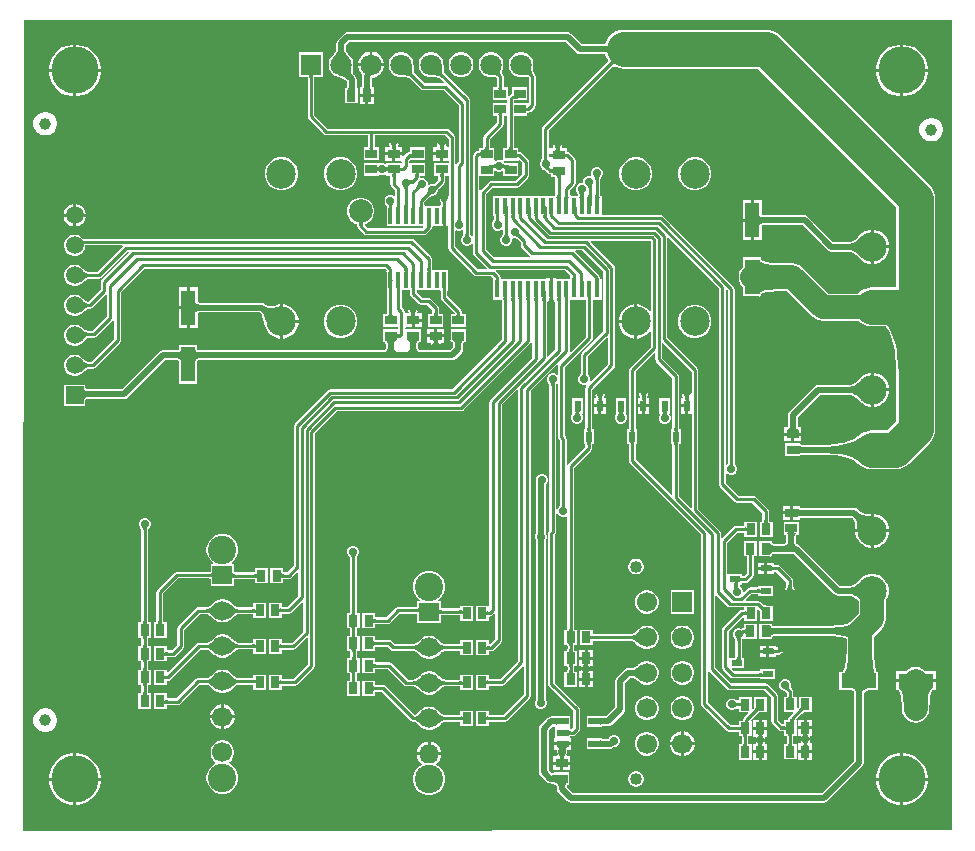
<source format=gtl>
G04*
G04 #@! TF.GenerationSoftware,Altium Limited,Altium Designer,24.8.2 (39)*
G04*
G04 Layer_Physical_Order=1*
G04 Layer_Color=255*
%FSAX44Y44*%
%MOMM*%
G71*
G04*
G04 #@! TF.SameCoordinates,ED335716-89E2-4A76-9CEC-4F5FE7A58361*
G04*
G04*
G04 #@! TF.FilePolarity,Positive*
G04*
G01*
G75*
%ADD11C,0.2500*%
%ADD15R,1.0000X0.8000*%
%ADD16R,1.2000X3.0000*%
%ADD17R,3.0000X1.2000*%
%ADD18R,0.5500X0.9500*%
%ADD19R,0.8000X1.0000*%
%ADD20R,0.9500X0.5500*%
%ADD21R,1.0000X0.6000*%
%ADD22R,0.3500X1.4000*%
%ADD23R,0.4500X1.4500*%
%ADD37C,1.8000*%
%ADD42C,2.5000*%
%ADD46C,1.0000*%
%ADD47C,2.0000*%
%ADD48C,0.5000*%
%ADD49C,2.0000*%
%ADD50C,3.0000*%
%ADD51R,1.8000X1.8000*%
%ADD52C,1.7000*%
%ADD53R,1.7000X1.7000*%
%ADD54C,1.0200*%
%ADD55C,4.0000*%
%ADD56C,2.4000*%
%ADD57R,1.7000X1.6000*%
%ADD58O,1.7000X1.6000*%
%ADD59C,1.5000*%
%ADD60R,1.5000X1.5000*%
%ADD61C,0.7000*%
G36*
X00793065Y00006935D02*
X00007058Y00006350D01*
X00006351Y00007058D01*
X00006935Y00693065D01*
X00793065D01*
Y00006935D01*
D02*
G37*
%LPC*%
G36*
X00635000Y00684600D02*
X00514938D01*
X00511704Y00684281D01*
X00508593Y00683338D01*
X00505727Y00681806D01*
X00503214Y00679744D01*
X00501152Y00677231D01*
X00499620Y00674365D01*
X00498933Y00672098D01*
X00479209D01*
X00470244Y00681064D01*
X00468921Y00681948D01*
X00467360Y00682258D01*
X00467360Y00682258D01*
X00280670D01*
X00279109Y00681948D01*
X00277786Y00681064D01*
X00277786Y00681064D01*
X00272516Y00675794D01*
X00271632Y00674471D01*
X00271322Y00672910D01*
X00271322Y00672910D01*
Y00669217D01*
X00271278Y00669125D01*
X00271244Y00668427D01*
X00271153Y00667809D01*
X00271000Y00667186D01*
X00270781Y00666557D01*
X00270495Y00665919D01*
X00270139Y00665270D01*
X00269709Y00664612D01*
X00269204Y00663944D01*
X00268622Y00663269D01*
X00267933Y00662556D01*
X00267819Y00662269D01*
X00266998Y00661447D01*
X00265616Y00659053D01*
X00264900Y00656382D01*
Y00653618D01*
X00265616Y00650947D01*
X00266998Y00648553D01*
X00268953Y00646598D01*
X00271347Y00645216D01*
X00272294Y00644962D01*
X00272518Y00644775D01*
X00274576Y00644137D01*
X00275446Y00643816D01*
X00277070Y00643102D01*
X00277747Y00642744D01*
X00278371Y00642369D01*
X00278927Y00641987D01*
X00279416Y00641600D01*
X00279888Y00641164D01*
X00279987Y00641128D01*
X00280402Y00640713D01*
Y00638753D01*
X00280357Y00638650D01*
X00280340Y00637735D01*
X00280292Y00636965D01*
X00280215Y00636317D01*
X00280116Y00635798D01*
X00280007Y00635420D01*
X00279909Y00635193D01*
X00279902Y00635184D01*
X00279846Y00635150D01*
X00278680D01*
Y00633844D01*
X00278587Y00633619D01*
X00278635Y00633503D01*
X00278605Y00633381D01*
X00278680Y00633255D01*
Y00622150D01*
X00289680D01*
Y00633187D01*
X00289734Y00633263D01*
X00289702Y00633447D01*
X00289773Y00633619D01*
X00289680Y00633844D01*
Y00635150D01*
X00288881D01*
X00288853Y00635246D01*
X00288779Y00635636D01*
X00288615Y00637743D01*
X00288603Y00638639D01*
X00288558Y00638745D01*
Y00642402D01*
X00288248Y00643963D01*
X00287364Y00645286D01*
X00287364Y00645286D01*
X00286831Y00645819D01*
X00286798Y00645913D01*
X00286310Y00646454D01*
X00285958Y00646945D01*
X00285678Y00647451D01*
X00285465Y00647978D01*
X00285315Y00648533D01*
X00285229Y00649124D01*
X00285208Y00649760D01*
X00285257Y00650443D01*
X00285380Y00651178D01*
X00285597Y00652023D01*
X00285554Y00652325D01*
X00285900Y00653618D01*
Y00656382D01*
X00285184Y00659053D01*
X00283802Y00661447D01*
X00282980Y00662269D01*
X00282867Y00662556D01*
X00282178Y00663269D01*
X00281596Y00663944D01*
X00281091Y00664612D01*
X00280661Y00665270D01*
X00280305Y00665919D01*
X00280019Y00666557D01*
X00279800Y00667186D01*
X00279647Y00667809D01*
X00279556Y00668427D01*
X00279522Y00669125D01*
X00279478Y00669217D01*
Y00671221D01*
X00282359Y00674102D01*
X00465671D01*
X00474636Y00665136D01*
X00474636Y00665136D01*
X00475959Y00664252D01*
X00477520Y00663942D01*
X00498933D01*
X00499620Y00661675D01*
X00501152Y00658809D01*
X00501735Y00658100D01*
X00446327Y00602693D01*
X00445720Y00601783D01*
X00445506Y00600710D01*
Y00576205D01*
X00445437Y00576053D01*
X00445428Y00575779D01*
X00445406Y00575571D01*
X00445371Y00575374D01*
X00445323Y00575185D01*
X00445261Y00575003D01*
X00445186Y00574825D01*
X00445095Y00574650D01*
X00444989Y00574475D01*
X00444864Y00574301D01*
X00444687Y00574086D01*
X00444618Y00573863D01*
X00444325Y00573570D01*
X00443564Y00571733D01*
Y00569743D01*
X00444325Y00567906D01*
X00445732Y00566499D01*
X00446566Y00566154D01*
X00446808Y00565925D01*
X00447064Y00565827D01*
X00447553Y00565604D01*
X00447739Y00565504D01*
X00448183Y00565224D01*
X00448350Y00565102D01*
X00448754Y00564764D01*
X00448946Y00564580D01*
X00449107Y00564518D01*
X00450457Y00563167D01*
X00451367Y00562560D01*
X00452084Y00562417D01*
X00452400Y00562277D01*
X00452797Y00562267D01*
X00453088Y00562243D01*
X00453240Y00562220D01*
Y00559650D01*
X00456793D01*
X00456798Y00559630D01*
X00456838Y00559389D01*
X00456866Y00559069D01*
X00456877Y00558638D01*
X00456946Y00558483D01*
Y00545161D01*
X00456877Y00545003D01*
X00456868Y00544566D01*
X00456845Y00544229D01*
X00456815Y00544000D01*
X00404000D01*
Y00528373D01*
X00403919Y00528231D01*
X00403948Y00528129D01*
X00403907Y00528031D01*
X00404000Y00527806D01*
Y00526500D01*
X00404892D01*
X00404955Y00525902D01*
X00404964Y00525494D01*
X00405033Y00525337D01*
Y00524873D01*
X00404964Y00524722D01*
X00404955Y00524449D01*
X00404933Y00524247D01*
X00404897Y00524057D01*
X00404849Y00523878D01*
X00404787Y00523707D01*
X00404713Y00523542D01*
X00404623Y00523380D01*
X00404516Y00523220D01*
X00404391Y00523059D01*
X00404208Y00522857D01*
X00404113Y00522590D01*
X00403685Y00522162D01*
X00402924Y00520325D01*
Y00518335D01*
X00403685Y00516498D01*
X00405092Y00515091D01*
X00406929Y00514330D01*
X00408919D01*
X00410756Y00515091D01*
X00411386Y00515721D01*
X00412386Y00515307D01*
Y00512097D01*
X00412317Y00511946D01*
X00412308Y00511673D01*
X00412286Y00511471D01*
X00412250Y00511280D01*
X00412202Y00511101D01*
X00412141Y00510929D01*
X00412065Y00510763D01*
X00411976Y00510600D01*
X00411869Y00510438D01*
X00411744Y00510277D01*
X00411562Y00510073D01*
X00411469Y00509810D01*
X00411051Y00509392D01*
X00410290Y00507555D01*
Y00505565D01*
X00411051Y00503728D01*
X00412458Y00502321D01*
X00414295Y00501560D01*
X00416285D01*
X00418122Y00502321D01*
X00419529Y00503728D01*
X00420290Y00505565D01*
Y00507555D01*
X00420232Y00507695D01*
X00420997Y00508460D01*
X00421915Y00508080D01*
X00422626D01*
X00422902Y00507957D01*
X00423172Y00507950D01*
X00423368Y00507930D01*
X00423551Y00507896D01*
X00423723Y00507850D01*
X00423888Y00507790D01*
X00424047Y00507716D01*
X00424204Y00507628D01*
X00424361Y00507522D01*
X00424517Y00507397D01*
X00424717Y00507211D01*
X00424871Y00507153D01*
X00427522Y00504503D01*
Y00501855D01*
X00427735Y00500782D01*
X00428343Y00499872D01*
X00434897Y00493317D01*
X00435741Y00492754D01*
X00435751Y00492681D01*
X00435166Y00491754D01*
X00405021D01*
X00398282Y00498493D01*
Y00545447D01*
X00403751Y00550916D01*
X00424180D01*
X00425253Y00551130D01*
X00426163Y00551737D01*
X00433783Y00559357D01*
X00434390Y00560267D01*
X00434604Y00561340D01*
Y00572770D01*
X00434390Y00573843D01*
X00433783Y00574753D01*
X00428368Y00580167D01*
X00427458Y00580775D01*
X00426740Y00580918D01*
X00426424Y00581058D01*
X00426024Y00581067D01*
X00425727Y00581091D01*
X00425600Y00581110D01*
Y00584620D01*
X00422057D01*
X00422052Y00584640D01*
X00422012Y00584881D01*
X00421984Y00585201D01*
X00421973Y00585632D01*
X00421904Y00585787D01*
Y00611720D01*
X00433220D01*
Y00614282D01*
X00433406Y00614311D01*
X00433713Y00614337D01*
X00434126Y00614347D01*
X00434442Y00614487D01*
X00435159Y00614630D01*
X00436069Y00615237D01*
X00439371Y00618539D01*
X00439978Y00619449D01*
X00440192Y00620522D01*
Y00645412D01*
X00439978Y00646485D01*
X00439597Y00647057D01*
X00439488Y00647371D01*
X00439117Y00647792D01*
X00438853Y00648177D01*
X00438627Y00648610D01*
X00438440Y00649097D01*
X00438293Y00649646D01*
X00438191Y00650259D01*
X00438137Y00650940D01*
X00438135Y00651688D01*
X00438189Y00652502D01*
X00438306Y00653425D01*
X00438277Y00653528D01*
X00438318Y00653628D01*
X00438300Y00653672D01*
Y00656382D01*
X00437584Y00659053D01*
X00436202Y00661447D01*
X00434247Y00663402D01*
X00431853Y00664784D01*
X00429182Y00665500D01*
X00426418D01*
X00423747Y00664784D01*
X00421353Y00663402D01*
X00419398Y00661447D01*
X00418016Y00659053D01*
X00417300Y00656382D01*
Y00653618D01*
X00418016Y00650947D01*
X00419398Y00648553D01*
X00421353Y00646598D01*
X00423747Y00645216D01*
X00426418Y00644500D01*
X00429128D01*
X00429172Y00644482D01*
X00429272Y00644523D01*
X00429375Y00644494D01*
X00430298Y00644611D01*
X00431112Y00644665D01*
X00431860Y00644663D01*
X00432541Y00644609D01*
X00433154Y00644507D01*
X00433703Y00644360D01*
X00434190Y00644173D01*
X00434584Y00643968D01*
Y00622109D01*
X00434220Y00621834D01*
X00433220Y00622331D01*
Y00622720D01*
X00421774D01*
Y00624666D01*
X00423762D01*
X00424033Y00624720D01*
X00433220D01*
Y00635720D01*
X00420220D01*
Y00630205D01*
X00419492Y00630061D01*
X00418582Y00629453D01*
X00417710Y00628581D01*
X00416710Y00628995D01*
Y00635720D01*
X00413167D01*
X00413162Y00635740D01*
X00413122Y00635981D01*
X00413094Y00636301D01*
X00413083Y00636732D01*
X00413014Y00636887D01*
Y00645248D01*
X00412800Y00646321D01*
X00412413Y00646900D01*
X00412301Y00647217D01*
X00411990Y00647564D01*
X00411799Y00647833D01*
X00411664Y00648087D01*
X00411575Y00648333D01*
X00411523Y00648580D01*
X00411507Y00648843D01*
X00411529Y00649135D01*
X00411597Y00649464D01*
X00411719Y00649834D01*
X00411931Y00650311D01*
X00411936Y00650517D01*
X00412184Y00650947D01*
X00412900Y00653618D01*
Y00656382D01*
X00412184Y00659053D01*
X00410802Y00661447D01*
X00408847Y00663402D01*
X00406453Y00664784D01*
X00403782Y00665500D01*
X00401018D01*
X00398347Y00664784D01*
X00395953Y00663402D01*
X00393998Y00661447D01*
X00392616Y00659053D01*
X00391900Y00656382D01*
Y00653618D01*
X00392616Y00650947D01*
X00393998Y00648553D01*
X00395953Y00646598D01*
X00398347Y00645216D01*
X00401018Y00644500D01*
X00403782D01*
X00403896Y00644530D01*
X00404005Y00644500D01*
X00404576Y00644567D01*
X00405052Y00644582D01*
X00405500Y00644556D01*
X00405922Y00644489D01*
X00406324Y00644384D01*
X00406711Y00644239D01*
X00407086Y00644053D01*
X00407406Y00643853D01*
Y00636887D01*
X00407337Y00636732D01*
X00407326Y00636301D01*
X00407298Y00635981D01*
X00407258Y00635740D01*
X00407253Y00635720D01*
X00403710D01*
Y00624720D01*
X00416166D01*
Y00622720D01*
X00403710D01*
Y00611720D01*
X00407253D01*
X00407258Y00611700D01*
X00407298Y00611459D01*
X00407326Y00611139D01*
X00407337Y00610708D01*
X00407406Y00610553D01*
Y00605681D01*
X00396797Y00595073D01*
X00396190Y00594163D01*
X00395976Y00593090D01*
Y00585787D01*
X00395907Y00585632D01*
X00395896Y00585201D01*
X00395868Y00584881D01*
X00395828Y00584640D01*
X00395823Y00584620D01*
X00392280D01*
Y00582082D01*
X00392240Y00582071D01*
X00392006Y00582032D01*
X00391693Y00582004D01*
X00391268Y00581993D01*
X00391046Y00581894D01*
X00390122Y00581710D01*
X00389212Y00581103D01*
X00387748Y00579638D01*
X00387140Y00578728D01*
X00386927Y00577655D01*
Y00510051D01*
X00385927Y00509636D01*
X00385602Y00509962D01*
X00385473Y00510257D01*
X00385284Y00510439D01*
X00385161Y00510578D01*
X00385058Y00510717D01*
X00384972Y00510858D01*
X00384899Y00511004D01*
X00384840Y00511157D01*
X00384792Y00511320D01*
X00384757Y00511497D01*
X00384734Y00511692D01*
X00384724Y00511964D01*
X00384719Y00511974D01*
X00384723Y00511985D01*
X00384656Y00512128D01*
Y00624748D01*
X00384442Y00625821D01*
X00383834Y00626731D01*
X00363886Y00646679D01*
X00363844Y00646812D01*
X00363527Y00647186D01*
X00363292Y00647566D01*
X00363060Y00648066D01*
X00362844Y00648691D01*
X00362652Y00649438D01*
X00362491Y00650304D01*
X00362368Y00651268D01*
X00362230Y00653598D01*
X00362223Y00654919D01*
X00362100Y00655212D01*
Y00656382D01*
X00361384Y00659053D01*
X00360002Y00661447D01*
X00358047Y00663402D01*
X00355653Y00664784D01*
X00352982Y00665500D01*
X00350218D01*
X00347547Y00664784D01*
X00345153Y00663402D01*
X00343198Y00661447D01*
X00341816Y00659053D01*
X00341100Y00656382D01*
Y00653618D01*
X00341816Y00650947D01*
X00343198Y00648553D01*
X00345153Y00646598D01*
X00347547Y00645216D01*
X00350218Y00644500D01*
X00351388D01*
X00351681Y00644377D01*
X00353002Y00644370D01*
X00355332Y00644232D01*
X00356296Y00644109D01*
X00357162Y00643948D01*
X00357909Y00643756D01*
X00358533Y00643540D01*
X00359035Y00643308D01*
X00359414Y00643073D01*
X00359788Y00642756D01*
X00359921Y00642713D01*
X00362561Y00640074D01*
X00362147Y00639074D01*
X00346091D01*
X00338487Y00646679D01*
X00338444Y00646812D01*
X00338127Y00647186D01*
X00337892Y00647566D01*
X00337660Y00648066D01*
X00337444Y00648691D01*
X00337252Y00649438D01*
X00337091Y00650304D01*
X00336968Y00651268D01*
X00336830Y00653598D01*
X00336823Y00654919D01*
X00336700Y00655212D01*
Y00656382D01*
X00335984Y00659053D01*
X00334602Y00661447D01*
X00332647Y00663402D01*
X00330253Y00664784D01*
X00327582Y00665500D01*
X00324818D01*
X00322147Y00664784D01*
X00319753Y00663402D01*
X00317798Y00661447D01*
X00316416Y00659053D01*
X00315700Y00656382D01*
Y00653618D01*
X00316416Y00650947D01*
X00317798Y00648553D01*
X00319753Y00646598D01*
X00322147Y00645216D01*
X00324818Y00644500D01*
X00325988D01*
X00326281Y00644377D01*
X00327602Y00644370D01*
X00329932Y00644232D01*
X00330896Y00644109D01*
X00331762Y00643948D01*
X00332509Y00643756D01*
X00333133Y00643540D01*
X00333634Y00643308D01*
X00334014Y00643073D01*
X00334388Y00642756D01*
X00334521Y00642713D01*
X00342947Y00634287D01*
X00343857Y00633680D01*
X00344930Y00633466D01*
X00362059D01*
X00375048Y00620477D01*
Y00572916D01*
X00373429Y00571297D01*
X00373020Y00570685D01*
X00372020Y00570988D01*
Y00593393D01*
X00371806Y00594466D01*
X00371199Y00595375D01*
X00366521Y00600053D01*
X00365612Y00600660D01*
X00364539Y00600874D01*
X00264151D01*
X00252804Y00612221D01*
Y00643333D01*
X00252873Y00643488D01*
X00252884Y00643913D01*
X00252912Y00644225D01*
X00252951Y00644460D01*
X00252962Y00644500D01*
X00260500D01*
Y00665500D01*
X00239500D01*
Y00644500D01*
X00247038D01*
X00247049Y00644460D01*
X00247088Y00644225D01*
X00247116Y00643913D01*
X00247127Y00643488D01*
X00247196Y00643333D01*
Y00611060D01*
X00247410Y00609987D01*
X00248017Y00609077D01*
X00261007Y00596087D01*
X00261917Y00595480D01*
X00262990Y00595266D01*
X00298186D01*
Y00586087D01*
X00298117Y00585932D01*
X00298106Y00585501D01*
X00298078Y00585181D01*
X00298038Y00584940D01*
X00298033Y00584920D01*
X00294490D01*
Y00573920D01*
X00307490D01*
Y00584920D01*
X00303947D01*
X00303942Y00584940D01*
X00303902Y00585181D01*
X00303874Y00585501D01*
X00303863Y00585932D01*
X00303794Y00586087D01*
Y00595266D01*
X00363377D01*
X00366412Y00592231D01*
Y00585420D01*
X00364974D01*
X00364753Y00585669D01*
X00364403Y00586420D01*
X00364524Y00586733D01*
X00364754Y00587289D01*
X00364745Y00587310D01*
X00364753Y00587331D01*
X00364508Y00587881D01*
X00364278Y00588437D01*
X00364257Y00588445D01*
X00364247Y00588466D01*
X00363685Y00588682D01*
X00363484Y00588765D01*
Y00589788D01*
X00363270Y00590861D01*
X00362663Y00591771D01*
X00361753Y00592378D01*
X00360680Y00592592D01*
X00359607Y00592378D01*
X00358697Y00591771D01*
X00358090Y00590861D01*
X00357876Y00589788D01*
Y00588765D01*
X00357675Y00588682D01*
X00357113Y00588466D01*
X00357103Y00588445D01*
X00357082Y00588437D01*
X00356852Y00587881D01*
X00356607Y00587331D01*
X00356615Y00587310D01*
X00356606Y00587289D01*
X00356836Y00586733D01*
X00356956Y00586420D01*
X00356607Y00585669D01*
X00356386Y00585420D01*
X00353680D01*
Y00580670D01*
X00360680D01*
Y00579420D01*
X00361930D01*
Y00573420D01*
X00366412D01*
Y00571920D01*
X00354180D01*
Y00560920D01*
X00357723D01*
X00357728Y00560900D01*
X00357768Y00560659D01*
X00357796Y00560339D01*
X00357807Y00559908D01*
X00357876Y00559753D01*
Y00557421D01*
X00354837Y00554383D01*
X00354756Y00554365D01*
X00354693Y00554266D01*
X00354584Y00554226D01*
X00354385Y00554042D01*
X00354240Y00553929D01*
X00354103Y00553841D01*
X00353975Y00553775D01*
X00353850Y00553726D01*
X00353727Y00553691D01*
X00353599Y00553670D01*
X00353461Y00553661D01*
X00353308Y00553666D01*
X00353067Y00553698D01*
X00352854Y00553640D01*
X00351260D01*
X00349662Y00552978D01*
X00348923Y00553308D01*
X00348662Y00553532D01*
Y00554715D01*
X00347901Y00556552D01*
X00346494Y00557959D01*
X00344657Y00558720D01*
X00343144D01*
X00342408Y00559310D01*
X00342265Y00559636D01*
Y00559753D01*
X00342334Y00559908D01*
X00342345Y00560339D01*
X00342373Y00560659D01*
X00342412Y00560900D01*
X00342418Y00560920D01*
X00346860D01*
Y00571920D01*
X00333860D01*
Y00571920D01*
X00333004Y00572267D01*
Y00573573D01*
X00333860Y00573920D01*
X00333860Y00573920D01*
Y00573920D01*
X00333860Y00573920D01*
X00335159D01*
X00335380Y00573827D01*
X00335476Y00573866D01*
X00335575Y00573837D01*
X00335724Y00573920D01*
X00346860D01*
Y00584920D01*
X00333860D01*
Y00580808D01*
X00333836Y00580802D01*
X00333596Y00580762D01*
X00333278Y00580734D01*
X00332848Y00580723D01*
X00332655Y00580637D01*
X00331667Y00580440D01*
X00330757Y00579833D01*
X00328217Y00577293D01*
X00328040Y00577027D01*
X00327040Y00577331D01*
Y00578170D01*
X00321290D01*
Y00573420D01*
X00326152D01*
X00326597Y00572973D01*
X00326846Y00572420D01*
X00326680Y00571977D01*
X00326540Y00571920D01*
Y00571920D01*
X00313540D01*
Y00571675D01*
X00313502Y00571624D01*
X00312540Y00571089D01*
X00311129Y00571674D01*
X00309139D01*
X00308321Y00571335D01*
X00307490Y00571891D01*
Y00571920D01*
X00294490D01*
Y00560920D01*
X00307490D01*
Y00561457D01*
X00308321Y00562013D01*
X00309139Y00561674D01*
X00311129D01*
X00312540Y00562259D01*
X00313502Y00561724D01*
X00313540Y00561673D01*
Y00560920D01*
X00317083D01*
X00317088Y00560900D01*
X00317128Y00560659D01*
X00317156Y00560339D01*
X00317167Y00559908D01*
X00317236Y00559753D01*
Y00553720D01*
X00317450Y00552647D01*
X00318057Y00551737D01*
X00320946Y00548849D01*
Y00544427D01*
X00319946Y00544044D01*
X00318241Y00544750D01*
X00316251D01*
X00314414Y00543989D01*
X00313007Y00542582D01*
X00312246Y00540745D01*
Y00538755D01*
X00313007Y00536918D01*
X00313512Y00536413D01*
X00313620Y00536131D01*
X00314000Y00535500D01*
Y00534194D01*
X00313907Y00533969D01*
X00313995Y00533758D01*
X00313968Y00533530D01*
X00314000Y00533489D01*
Y00518500D01*
X00320500D01*
Y00518500D01*
X00320500Y00518500D01*
X00321500Y00518500D01*
X00327000D01*
Y00518500D01*
X00328000Y00518500D01*
X00333500D01*
Y00518500D01*
X00333500Y00518500D01*
X00334500Y00518500D01*
X00340000D01*
Y00518500D01*
X00341000Y00518500D01*
X00345080D01*
X00345463Y00517576D01*
X00344271Y00516384D01*
X00297841D01*
X00295503Y00518722D01*
X00295437Y00518896D01*
X00295414Y00519114D01*
X00295702Y00519920D01*
X00296539Y00520144D01*
X00299161Y00521658D01*
X00301302Y00523799D01*
X00302816Y00526421D01*
X00303600Y00529346D01*
Y00532374D01*
X00302816Y00535299D01*
X00301302Y00537921D01*
X00299161Y00540062D01*
X00296539Y00541576D01*
X00293614Y00542360D01*
X00290586D01*
X00287661Y00541576D01*
X00285039Y00540062D01*
X00282898Y00537921D01*
X00281384Y00535299D01*
X00280600Y00532374D01*
Y00529346D01*
X00281384Y00526421D01*
X00282898Y00523799D01*
X00285039Y00521658D01*
X00287661Y00520144D01*
X00288861Y00519822D01*
X00289050Y00519650D01*
X00289061Y00519646D01*
X00289101Y00519541D01*
X00289148Y00519363D01*
X00289188Y00519117D01*
X00289216Y00518807D01*
X00289227Y00518395D01*
X00289296Y00518240D01*
Y00518160D01*
X00289510Y00517087D01*
X00290117Y00516177D01*
X00294697Y00511597D01*
X00295607Y00510990D01*
X00296680Y00510776D01*
X00345432D01*
X00346505Y00510990D01*
X00347415Y00511597D01*
X00351733Y00515915D01*
X00352340Y00516825D01*
X00352486Y00517559D01*
X00352542Y00517690D01*
X00353000Y00518500D01*
X00359000D01*
Y00518000D01*
X00361500D01*
Y00527000D01*
X00364000D01*
Y00518000D01*
X00366358D01*
Y00499518D01*
X00366572Y00498445D01*
X00367179Y00497535D01*
X00387907Y00476807D01*
X00388817Y00476200D01*
X00389890Y00475986D01*
X00402699D01*
X00404185Y00474500D01*
X00404000Y00473500D01*
X00404000D01*
Y00472194D01*
X00403907Y00471969D01*
X00403955Y00471854D01*
X00403924Y00471732D01*
X00404000Y00471606D01*
Y00456000D01*
X00411311D01*
X00411368Y00455410D01*
X00411377Y00454997D01*
X00411446Y00454839D01*
Y00421761D01*
X00369679Y00379994D01*
X00266412D01*
X00265339Y00379780D01*
X00264429Y00379173D01*
X00236207Y00350951D01*
X00235600Y00350042D01*
X00235386Y00348969D01*
Y00230461D01*
X00229979Y00225054D01*
X00227647D01*
X00227492Y00225123D01*
X00227061Y00225134D01*
X00226741Y00225162D01*
X00226500Y00225202D01*
X00226480Y00225207D01*
Y00228750D01*
X00215480D01*
Y00215750D01*
X00226480D01*
Y00219293D01*
X00226500Y00219298D01*
X00226741Y00219338D01*
X00227061Y00219366D01*
X00227492Y00219377D01*
X00227647Y00219446D01*
X00231140D01*
X00232213Y00219660D01*
X00233123Y00220267D01*
X00238462Y00225607D01*
X00239386Y00225224D01*
Y00205251D01*
X00229979Y00195844D01*
X00226377D01*
X00226222Y00195913D01*
X00225791Y00195924D01*
X00225471Y00195952D01*
X00225230Y00195992D01*
X00225210Y00195997D01*
Y00199540D01*
X00214210D01*
Y00186540D01*
X00225210D01*
Y00190083D01*
X00225230Y00190088D01*
X00225471Y00190128D01*
X00225791Y00190156D01*
X00226222Y00190167D01*
X00226377Y00190236D01*
X00231140D01*
X00232213Y00190450D01*
X00233123Y00191057D01*
X00242462Y00200397D01*
X00243386Y00200014D01*
Y00174961D01*
X00233789Y00165364D01*
X00226377D01*
X00226222Y00165433D01*
X00225791Y00165444D01*
X00225471Y00165472D01*
X00225230Y00165512D01*
X00225210Y00165517D01*
Y00169060D01*
X00214210D01*
Y00156060D01*
X00225210D01*
Y00159603D01*
X00225230Y00159608D01*
X00225471Y00159648D01*
X00225791Y00159676D01*
X00226222Y00159687D01*
X00226377Y00159756D01*
X00234950D01*
X00236023Y00159970D01*
X00236933Y00160577D01*
X00246462Y00170107D01*
X00247386Y00169724D01*
Y00147211D01*
X00235059Y00134884D01*
X00226377D01*
X00226222Y00134953D01*
X00225791Y00134964D01*
X00225471Y00134992D01*
X00225230Y00135032D01*
X00225210Y00135037D01*
Y00138580D01*
X00214210D01*
Y00125580D01*
X00225210D01*
Y00129123D01*
X00225230Y00129128D01*
X00225471Y00129168D01*
X00225791Y00129196D01*
X00226222Y00129207D01*
X00226377Y00129276D01*
X00236220D01*
X00237293Y00129490D01*
X00238203Y00130097D01*
X00252173Y00144067D01*
X00252780Y00144977D01*
X00252994Y00146050D01*
Y00342837D01*
X00271843Y00361686D01*
X00377190D01*
X00378263Y00361900D01*
X00379173Y00362507D01*
X00435733Y00419067D01*
X00436340Y00419977D01*
X00436446Y00420509D01*
X00437446Y00420410D01*
Y00406545D01*
X00401877Y00370976D01*
X00401270Y00370066D01*
X00401056Y00368993D01*
Y00197757D01*
X00400470Y00197000D01*
X00389470D01*
Y00184000D01*
X00400470D01*
Y00187564D01*
X00400645Y00187592D01*
X00400949Y00187617D01*
X00401360Y00187627D01*
X00401676Y00187767D01*
X00402393Y00187910D01*
X00403303Y00188517D01*
X00405136Y00190351D01*
X00406136Y00189937D01*
Y00168801D01*
X00401493Y00164158D01*
X00401482Y00164163D01*
X00401051Y00164174D01*
X00400731Y00164202D01*
X00400490Y00164242D01*
X00400470Y00164247D01*
Y00167790D01*
X00389470D01*
Y00154790D01*
X00400470D01*
Y00158333D01*
X00400490Y00158338D01*
X00400731Y00158378D01*
X00401051Y00158406D01*
X00401482Y00158417D01*
X00401637Y00158486D01*
X00402590D01*
X00403663Y00158700D01*
X00404573Y00159307D01*
X00410923Y00165657D01*
X00411530Y00166567D01*
X00411744Y00167640D01*
Y00367255D01*
X00424262Y00379773D01*
X00425186Y00379391D01*
Y00149941D01*
X00410129Y00134884D01*
X00401637D01*
X00401482Y00134953D01*
X00401051Y00134964D01*
X00400731Y00134992D01*
X00400490Y00135032D01*
X00400470Y00135037D01*
Y00138580D01*
X00389470D01*
Y00125580D01*
X00400470D01*
Y00129123D01*
X00400490Y00129128D01*
X00400731Y00129168D01*
X00401051Y00129196D01*
X00401482Y00129207D01*
X00401637Y00129276D01*
X00411290D01*
X00412363Y00129490D01*
X00413273Y00130097D01*
X00429266Y00146091D01*
X00430266Y00145677D01*
Y00121811D01*
X00412859Y00104404D01*
X00401637D01*
X00401482Y00104473D01*
X00401051Y00104484D01*
X00400731Y00104512D01*
X00400490Y00104552D01*
X00400470Y00104557D01*
Y00108100D01*
X00389470D01*
Y00095100D01*
X00400470D01*
Y00098643D01*
X00400490Y00098648D01*
X00400731Y00098688D01*
X00401051Y00098716D01*
X00401482Y00098727D01*
X00401637Y00098796D01*
X00414020D01*
X00415093Y00099010D01*
X00416003Y00099617D01*
X00435053Y00118667D01*
X00435660Y00119577D01*
X00435874Y00120650D01*
Y00378569D01*
X00458577Y00401272D01*
X00458843Y00401149D01*
X00459402Y00400682D01*
X00459226Y00399800D01*
Y00392539D01*
X00458226Y00392125D01*
X00457492Y00392859D01*
X00455655Y00393620D01*
X00453665D01*
X00451828Y00392859D01*
X00450421Y00391452D01*
X00449660Y00389615D01*
Y00387625D01*
X00450421Y00385788D01*
X00450924Y00385285D01*
X00451032Y00385003D01*
X00451218Y00384807D01*
X00451342Y00384655D01*
X00451447Y00384502D01*
X00451536Y00384347D01*
X00451611Y00384188D01*
X00451672Y00384023D01*
X00451720Y00383850D01*
X00451755Y00383664D01*
X00451778Y00383465D01*
X00451787Y00383192D01*
X00451856Y00383042D01*
Y00260732D01*
X00451577Y00260454D01*
X00450970Y00259544D01*
X00450756Y00258471D01*
Y00130640D01*
X00450970Y00129567D01*
X00451577Y00128657D01*
X00472176Y00108059D01*
Y00093871D01*
X00470627Y00092322D01*
X00470512Y00092373D01*
X00470087Y00092384D01*
X00469775Y00092412D01*
X00469540Y00092451D01*
X00469500Y00092462D01*
X00469500Y00094250D01*
X00469500Y00095000D01*
Y00103500D01*
X00458255D01*
X00458031Y00103593D01*
X00457806Y00103500D01*
X00457771D01*
X00457550Y00103520D01*
X00457525Y00103500D01*
X00456500D01*
Y00103284D01*
X00454165Y00103128D01*
X00453321Y00103124D01*
X00453110Y00103034D01*
X00451769Y00102768D01*
X00450446Y00101884D01*
X00450446Y00101884D01*
X00444156Y00095594D01*
X00443272Y00094271D01*
X00442962Y00092710D01*
X00442962Y00092710D01*
Y00055880D01*
X00442962Y00055880D01*
X00443272Y00054319D01*
X00444156Y00052996D01*
X00449536Y00047616D01*
X00449536Y00047616D01*
X00450859Y00046732D01*
X00452150Y00046475D01*
X00452366Y00046377D01*
X00454072Y00046320D01*
X00454704Y00046257D01*
X00455226Y00046173D01*
X00455613Y00046077D01*
X00455780Y00046016D01*
Y00045000D01*
X00457086D01*
X00457310Y00044907D01*
X00457909Y00044204D01*
X00457972Y00044060D01*
X00457995Y00043966D01*
X00458081Y00043397D01*
X00458137Y00042709D01*
X00458157Y00041871D01*
X00458252Y00041656D01*
X00458512Y00040349D01*
X00459396Y00039026D01*
X00467016Y00031406D01*
X00468339Y00030522D01*
X00469900Y00030212D01*
X00469900Y00030212D01*
X00684530D01*
X00684530Y00030212D01*
X00686091Y00030522D01*
X00687414Y00031406D01*
X00716754Y00060746D01*
X00717638Y00062069D01*
X00717948Y00063630D01*
X00717948Y00063630D01*
Y00122238D01*
X00717993Y00122338D01*
X00718017Y00123238D01*
X00718021Y00123290D01*
X00720810Y00124445D01*
X00722641Y00125850D01*
X00730370D01*
Y00138844D01*
X00730405Y00138889D01*
X00730377Y00139112D01*
X00730463Y00139319D01*
X00730370Y00139544D01*
Y00140850D01*
X00729315D01*
X00729270Y00140885D01*
X00728922Y00140981D01*
X00728745Y00141144D01*
X00728367Y00141801D01*
X00727949Y00142978D01*
X00727562Y00144630D01*
X00727238Y00146697D01*
X00726671Y00155579D01*
X00726634Y00159336D01*
X00726609Y00159393D01*
Y00170455D01*
X00733372Y00177218D01*
X00733372Y00177218D01*
X00735215Y00179620D01*
X00736374Y00182418D01*
X00736769Y00185420D01*
Y00201640D01*
X00738216Y00204146D01*
X00739170Y00207707D01*
Y00211393D01*
X00738216Y00214954D01*
X00736373Y00218146D01*
X00733766Y00220753D01*
X00730574Y00222596D01*
X00727013Y00223550D01*
X00723327D01*
X00719766Y00222596D01*
X00716574Y00220753D01*
X00715409Y00219588D01*
X00715131Y00219483D01*
X00712781Y00217273D01*
X00711708Y00216402D01*
X00710664Y00215647D01*
X00709664Y00215020D01*
X00708713Y00214519D01*
X00707812Y00214140D01*
X00706964Y00213878D01*
X00706170Y00213726D01*
X00705316Y00213670D01*
X00705232Y00213628D01*
X00697649D01*
X00663284Y00247994D01*
X00661961Y00248878D01*
X00661059Y00249057D01*
X00660988Y00249279D01*
X00660899Y00249694D01*
X00660822Y00250244D01*
X00660764Y00250905D01*
X00660713Y00252657D01*
X00660668Y00252757D01*
Y00253478D01*
X00660713Y00253578D01*
X00660736Y00254478D01*
X00660801Y00255218D01*
X00660901Y00255829D01*
X00661028Y00256306D01*
X00661164Y00256642D01*
X00661285Y00256842D01*
X00661367Y00256932D01*
X00661409Y00256960D01*
X00661455Y00256977D01*
X00661731Y00257006D01*
X00661886Y00257090D01*
X00663090D01*
Y00258396D01*
X00663183Y00258620D01*
X00663148Y00258705D01*
X00663174Y00258792D01*
X00663090Y00258947D01*
Y00268090D01*
X00650090D01*
Y00258947D01*
X00650006Y00258792D01*
X00650032Y00258705D01*
X00649997Y00258620D01*
X00650090Y00258396D01*
Y00257090D01*
X00651294D01*
X00651449Y00257006D01*
X00651725Y00256977D01*
X00651771Y00256960D01*
X00651813Y00256932D01*
X00651895Y00256842D01*
X00652016Y00256642D01*
X00652152Y00256306D01*
X00652279Y00255829D01*
X00652379Y00255218D01*
X00652444Y00254478D01*
X00652467Y00253578D01*
X00652512Y00253478D01*
Y00252785D01*
X00652469Y00252695D01*
X00652424Y00251844D01*
X00652312Y00251210D01*
X00652144Y00250706D01*
X00651935Y00250317D01*
X00651686Y00250014D01*
X00651383Y00249765D01*
X00650994Y00249556D01*
X00650490Y00249388D01*
X00649856Y00249276D01*
X00649005Y00249231D01*
X00648915Y00249188D01*
X00648841D01*
X00648772Y00249202D01*
X00648751Y00249188D01*
X00644112D01*
X00644012Y00249233D01*
X00643111Y00249256D01*
X00642372Y00249321D01*
X00641761Y00249422D01*
X00641284Y00249548D01*
X00640948Y00249684D01*
X00640747Y00249805D01*
X00640658Y00249887D01*
X00640630Y00249929D01*
X00640613Y00249975D01*
X00640584Y00250252D01*
X00640500Y00250406D01*
Y00251610D01*
X00639194D01*
X00638969Y00251703D01*
X00638885Y00251668D01*
X00638797Y00251694D01*
X00638643Y00251610D01*
X00629500D01*
Y00238610D01*
X00638643D01*
X00638797Y00238526D01*
X00638885Y00238552D01*
X00638969Y00238517D01*
X00639194Y00238610D01*
X00640500D01*
Y00239814D01*
X00640584Y00239968D01*
X00640613Y00240245D01*
X00640630Y00240291D01*
X00640658Y00240333D01*
X00640748Y00240415D01*
X00640948Y00240536D01*
X00641284Y00240672D01*
X00641761Y00240798D01*
X00642372Y00240899D01*
X00643111Y00240964D01*
X00644012Y00240987D01*
X00644112Y00241032D01*
X00656691D01*
X00656807Y00241001D01*
X00656855Y00241029D01*
X00656908Y00241018D01*
X00656929Y00241032D01*
X00658711D01*
X00693076Y00206666D01*
X00694399Y00205782D01*
X00695960Y00205472D01*
X00695960Y00205472D01*
X00705232D01*
X00705316Y00205430D01*
X00706170Y00205374D01*
X00706964Y00205222D01*
X00707812Y00204960D01*
X00708712Y00204581D01*
X00709664Y00204080D01*
X00710664Y00203453D01*
X00711692Y00202710D01*
X00713571Y00201101D01*
Y00190225D01*
X00706943Y00183597D01*
X00706908Y00183587D01*
X00705957Y00182799D01*
X00704836Y00182139D01*
X00703413Y00181524D01*
X00701691Y00180973D01*
X00699674Y00180495D01*
X00697402Y00180105D01*
X00688726Y00179429D01*
X00685306Y00179383D01*
X00685201Y00179338D01*
X00644112D01*
X00644012Y00179383D01*
X00643111Y00179406D01*
X00642372Y00179471D01*
X00641761Y00179571D01*
X00641284Y00179698D01*
X00640948Y00179834D01*
X00640747Y00179955D01*
X00640658Y00180037D01*
X00640630Y00180079D01*
X00640613Y00180125D01*
X00640584Y00180401D01*
X00640500Y00180556D01*
Y00181760D01*
X00639194D01*
X00638969Y00181853D01*
X00638885Y00181818D01*
X00638797Y00181844D01*
X00638643Y00181760D01*
X00629500D01*
Y00168760D01*
X00638643D01*
X00638797Y00168676D01*
X00638885Y00168702D01*
X00638969Y00168667D01*
X00639194Y00168760D01*
X00640500D01*
Y00169964D01*
X00640584Y00170119D01*
X00640613Y00170395D01*
X00640630Y00170441D01*
X00640658Y00170483D01*
X00640748Y00170565D01*
X00640948Y00170686D01*
X00641284Y00170822D01*
X00641761Y00170949D01*
X00642372Y00171049D01*
X00643111Y00171114D01*
X00644012Y00171137D01*
X00644112Y00171182D01*
X00685201D01*
X00685306Y00171137D01*
X00688754Y00171091D01*
X00691889Y00170957D01*
X00697386Y00170418D01*
X00699674Y00170025D01*
X00701691Y00169547D01*
X00703411Y00168997D01*
Y00159426D01*
X00703387Y00159375D01*
X00703145Y00152229D01*
X00702850Y00149334D01*
X00702441Y00146849D01*
X00701930Y00144802D01*
X00701335Y00143208D01*
X00700695Y00142081D01*
X00700072Y00141400D01*
X00699500Y00141070D01*
X00698625Y00140920D01*
X00698515Y00140850D01*
X00697370D01*
Y00139544D01*
X00697277Y00139319D01*
X00697333Y00139185D01*
X00697300Y00139044D01*
X00697370Y00138934D01*
Y00125850D01*
X00707379D01*
X00709210Y00124445D01*
X00709607Y00124280D01*
X00709658Y00123976D01*
X00709723Y00123238D01*
X00709747Y00122338D01*
X00709792Y00122238D01*
Y00065319D01*
X00682841Y00038368D01*
X00471589D01*
X00466489Y00043468D01*
X00466565Y00043966D01*
X00466674Y00044408D01*
X00466788Y00044715D01*
X00466885Y00044888D01*
X00466919Y00044929D01*
X00467087Y00044948D01*
X00467180Y00045000D01*
X00468780D01*
Y00056000D01*
X00457699D01*
X00457591Y00056069D01*
X00457447Y00056037D01*
X00457310Y00056093D01*
X00457086Y00056000D01*
X00455780D01*
Y00054984D01*
X00455613Y00054922D01*
X00455226Y00054827D01*
X00454723Y00054746D01*
X00453996Y00054691D01*
X00451118Y00057569D01*
Y00091021D01*
X00454945Y00094848D01*
X00455659Y00094835D01*
X00456041Y00094810D01*
X00456500Y00094000D01*
X00456500Y00093500D01*
Y00085000D01*
X00456000D01*
Y00081250D01*
X00463000D01*
X00470000D01*
Y00085000D01*
X00469500D01*
Y00086538D01*
X00469540Y00086549D01*
X00469775Y00086588D01*
X00470087Y00086616D01*
X00470512Y00086627D01*
X00470667Y00086696D01*
X00471770D01*
X00472843Y00086910D01*
X00473753Y00087517D01*
X00476963Y00090727D01*
X00477570Y00091637D01*
X00477784Y00092710D01*
Y00109220D01*
X00477570Y00110293D01*
X00476963Y00111203D01*
X00456364Y00131801D01*
Y00257310D01*
X00456643Y00257589D01*
X00457250Y00258498D01*
X00457464Y00259571D01*
Y00383042D01*
X00457533Y00383192D01*
X00457542Y00383465D01*
X00457565Y00383664D01*
X00457600Y00383850D01*
X00457648Y00384023D01*
X00457709Y00384188D01*
X00457783Y00384346D01*
X00457873Y00384502D01*
X00457978Y00384655D01*
X00458102Y00384807D01*
X00458226Y00384938D01*
X00458519Y00384918D01*
X00459226Y00384657D01*
Y00339699D01*
X00459440Y00338626D01*
X00460048Y00337716D01*
X00460746Y00337018D01*
Y00282438D01*
X00460677Y00282288D01*
X00460668Y00282015D01*
X00460645Y00281816D01*
X00460610Y00281630D01*
X00460562Y00281457D01*
X00460501Y00281292D01*
X00460427Y00281134D01*
X00460337Y00280978D01*
X00460232Y00280825D01*
X00460108Y00280673D01*
X00459922Y00280477D01*
X00459814Y00280195D01*
X00459311Y00279692D01*
X00458550Y00277855D01*
Y00275865D01*
X00459311Y00274028D01*
X00460718Y00272621D01*
X00462555Y00271860D01*
X00464545D01*
X00466096Y00272503D01*
X00467096Y00272029D01*
Y00177668D01*
X00467027Y00177512D01*
X00467016Y00177087D01*
X00466988Y00176775D01*
X00466949Y00176540D01*
X00466938Y00176500D01*
X00464500D01*
Y00163500D01*
X00467043D01*
X00467048Y00163479D01*
X00467088Y00163239D01*
X00467116Y00162919D01*
X00467127Y00162488D01*
X00467196Y00162333D01*
Y00160068D01*
X00467127Y00159912D01*
X00467116Y00159487D01*
X00467088Y00159174D01*
X00467049Y00158940D01*
X00467038Y00158900D01*
X00464400D01*
Y00145900D01*
X00467043D01*
X00467048Y00145879D01*
X00467088Y00145639D01*
X00467116Y00145319D01*
X00467127Y00144888D01*
X00467196Y00144733D01*
Y00142288D01*
X00467127Y00142132D01*
X00467116Y00141707D01*
X00467088Y00141395D01*
X00467049Y00141160D01*
X00467038Y00141120D01*
X00464400D01*
Y00128120D01*
X00475400D01*
Y00141120D01*
X00472962D01*
X00472951Y00141160D01*
X00472912Y00141395D01*
X00472884Y00141707D01*
X00472873Y00142132D01*
X00472804Y00142288D01*
Y00144733D01*
X00472873Y00144888D01*
X00472884Y00145319D01*
X00472912Y00145639D01*
X00472952Y00145880D01*
X00472957Y00145900D01*
X00475400D01*
Y00158900D01*
X00472962D01*
X00472951Y00158940D01*
X00472912Y00159174D01*
X00472884Y00159487D01*
X00472873Y00159912D01*
X00472804Y00160068D01*
Y00162333D01*
X00472873Y00162488D01*
X00472884Y00162919D01*
X00472912Y00163239D01*
X00472952Y00163480D01*
X00472957Y00163500D01*
X00475500D01*
Y00176500D01*
X00472862D01*
X00472851Y00176540D01*
X00472812Y00176775D01*
X00472784Y00177087D01*
X00472773Y00177512D01*
X00472704Y00177668D01*
Y00313799D01*
X00487123Y00328217D01*
X00487730Y00329127D01*
X00487944Y00330200D01*
Y00332642D01*
X00488013Y00332798D01*
X00488024Y00333223D01*
X00488052Y00333535D01*
X00488091Y00333770D01*
X00488102Y00333810D01*
X00489390D01*
Y00346310D01*
X00488097D01*
X00488092Y00346330D01*
X00488052Y00346571D01*
X00488024Y00346891D01*
X00488013Y00347322D01*
X00487944Y00347477D01*
Y00379839D01*
X00506363Y00398257D01*
X00506970Y00399167D01*
X00507184Y00400240D01*
Y00482987D01*
X00506970Y00484060D01*
X00506363Y00484969D01*
X00486360Y00504972D01*
X00486743Y00505896D01*
X00537249D01*
X00537646Y00505499D01*
Y00446528D01*
X00536680Y00446269D01*
X00536603Y00446403D01*
X00533903Y00449103D01*
X00530597Y00451012D01*
X00526909Y00452000D01*
X00526250D01*
Y00437500D01*
Y00423000D01*
X00526909D01*
X00530597Y00423988D01*
X00533903Y00425897D01*
X00536603Y00428597D01*
X00536680Y00428731D01*
X00537646Y00428472D01*
Y00415881D01*
X00519987Y00398223D01*
X00519380Y00397313D01*
X00519166Y00396240D01*
Y00347477D01*
X00519097Y00347322D01*
X00519086Y00346891D01*
X00519058Y00346571D01*
X00519018Y00346330D01*
X00519013Y00346310D01*
X00517720D01*
Y00333810D01*
X00519008D01*
X00519019Y00333770D01*
X00519058Y00333535D01*
X00519086Y00333223D01*
X00519097Y00332798D01*
X00519166Y00332642D01*
Y00319580D01*
X00519380Y00318507D01*
X00519987Y00317597D01*
X00520720Y00316865D01*
X00580126Y00257458D01*
Y00113810D01*
X00580340Y00112737D01*
X00580947Y00111827D01*
X00601657Y00091117D01*
X00602567Y00090510D01*
X00603640Y00090296D01*
X00610793D01*
X00610948Y00090227D01*
X00611379Y00090216D01*
X00611699Y00090188D01*
X00611940Y00090148D01*
X00611960Y00090143D01*
Y00086600D01*
X00614503D01*
X00614508Y00086580D01*
X00614548Y00086339D01*
X00614576Y00086019D01*
X00614587Y00085588D01*
X00614656Y00085433D01*
Y00080768D01*
X00614587Y00080612D01*
X00614576Y00080187D01*
X00614548Y00079875D01*
X00614509Y00079640D01*
X00614498Y00079600D01*
X00611960D01*
Y00066600D01*
X00622960D01*
Y00079600D01*
X00620422D01*
X00620411Y00079640D01*
X00620372Y00079875D01*
X00620344Y00080187D01*
X00620333Y00080612D01*
X00620264Y00080768D01*
Y00085433D01*
X00620333Y00085588D01*
X00620344Y00086019D01*
X00620372Y00086339D01*
X00620412Y00086580D01*
X00620417Y00086600D01*
X00622960D01*
Y00099600D01*
X00622960D01*
X00622657Y00100332D01*
X00627441Y00105116D01*
X00627595Y00105173D01*
X00628541Y00106052D01*
X00628894Y00106334D01*
X00629197Y00106545D01*
X00629294Y00106600D01*
X00629801D01*
X00630026Y00106507D01*
X00630149Y00106558D01*
X00630279Y00106527D01*
X00630399Y00106600D01*
X00635960D01*
Y00119600D01*
X00624960D01*
Y00112039D01*
X00624887Y00111919D01*
X00624918Y00111789D01*
X00624867Y00111666D01*
X00624960Y00111441D01*
Y00110934D01*
X00624905Y00110837D01*
X00624706Y00110553D01*
X00624013Y00109733D01*
X00623960Y00109678D01*
X00622960Y00110082D01*
Y00119600D01*
X00611960D01*
Y00117014D01*
X00611932Y00116962D01*
X00611736Y00116725D01*
X00611584Y00116608D01*
X00610984Y00116333D01*
X00610826Y00116407D01*
X00610670Y00116497D01*
X00610517Y00116602D01*
X00610365Y00116726D01*
X00610169Y00116912D01*
X00609887Y00117020D01*
X00609384Y00117523D01*
X00607547Y00118284D01*
X00605557D01*
X00603720Y00117523D01*
X00602313Y00116116D01*
X00601552Y00114279D01*
Y00112289D01*
X00602313Y00110452D01*
X00603720Y00109045D01*
X00605557Y00108284D01*
X00607547D01*
X00609384Y00109045D01*
X00609887Y00109548D01*
X00610169Y00109656D01*
X00610365Y00109842D01*
X00610517Y00109966D01*
X00610670Y00110071D01*
X00610826Y00110161D01*
X00610984Y00110235D01*
X00611584Y00109960D01*
X00611736Y00109843D01*
X00611932Y00109605D01*
X00611960Y00109554D01*
Y00106600D01*
X00619688D01*
X00620071Y00105676D01*
X00616507Y00102113D01*
X00615900Y00101203D01*
X00615756Y00100481D01*
X00615617Y00100164D01*
X00615610Y00099812D01*
X00615595Y00099600D01*
X00611960D01*
Y00096057D01*
X00611940Y00096052D01*
X00611699Y00096012D01*
X00611379Y00095984D01*
X00610948Y00095973D01*
X00610793Y00095904D01*
X00604801D01*
X00585734Y00114971D01*
Y00141796D01*
X00586661Y00142381D01*
X00586734Y00142371D01*
X00587297Y00141527D01*
X00602537Y00126287D01*
X00603447Y00125680D01*
X00604520Y00125466D01*
X00633644D01*
X00639816Y00119294D01*
Y00099060D01*
X00640030Y00097987D01*
X00640637Y00097077D01*
X00646287Y00091427D01*
X00647197Y00090820D01*
X00648270Y00090606D01*
X00648893D01*
X00649048Y00090537D01*
X00649479Y00090526D01*
X00649799Y00090498D01*
X00650040Y00090458D01*
X00650060Y00090453D01*
Y00086910D01*
X00652603D01*
X00652608Y00086889D01*
X00652648Y00086649D01*
X00652676Y00086329D01*
X00652687Y00085898D01*
X00652756Y00085743D01*
Y00081077D01*
X00652687Y00080922D01*
X00652676Y00080497D01*
X00652648Y00080184D01*
X00652609Y00079950D01*
X00652598Y00079910D01*
X00650060D01*
Y00066910D01*
X00661060D01*
Y00079910D01*
X00658522D01*
X00658511Y00079950D01*
X00658472Y00080184D01*
X00658444Y00080497D01*
X00658433Y00080922D01*
X00658364Y00081077D01*
Y00085743D01*
X00658433Y00085898D01*
X00658444Y00086329D01*
X00658472Y00086649D01*
X00658512Y00086890D01*
X00658517Y00086910D01*
X00661060D01*
Y00099910D01*
X00661060D01*
X00660757Y00100642D01*
X00665541Y00105426D01*
X00665695Y00105483D01*
X00666641Y00106362D01*
X00666994Y00106644D01*
X00667297Y00106854D01*
X00667394Y00106910D01*
X00667901D01*
X00668126Y00106817D01*
X00668249Y00106868D01*
X00668379Y00106837D01*
X00668499Y00106910D01*
X00674060D01*
Y00119910D01*
X00663060D01*
Y00112349D01*
X00662987Y00112229D01*
X00663018Y00112099D01*
X00662967Y00111976D01*
X00663060Y00111751D01*
Y00111244D01*
X00663005Y00111147D01*
X00662806Y00110863D01*
X00662113Y00110042D01*
X00662060Y00109988D01*
X00661060Y00110392D01*
Y00119910D01*
X00658517D01*
X00658512Y00119930D01*
X00658472Y00120171D01*
X00658444Y00120491D01*
X00658433Y00120922D01*
X00658364Y00121077D01*
Y00124272D01*
X00658150Y00125345D01*
X00657543Y00126255D01*
X00657143Y00126655D01*
X00657141Y00126674D01*
X00657066Y00126732D01*
X00656979Y00126819D01*
X00656923Y00126972D01*
X00656739Y00127171D01*
X00656630Y00127311D01*
X00656551Y00127437D01*
X00656495Y00127550D01*
X00656457Y00127653D01*
X00656434Y00127751D01*
X00656422Y00127852D01*
X00656421Y00127961D01*
X00656435Y00128086D01*
X00656482Y00128307D01*
X00656460Y00128425D01*
X00656510Y00128545D01*
Y00130535D01*
X00655749Y00132372D01*
X00654342Y00133779D01*
X00652505Y00134540D01*
X00650515D01*
X00648678Y00133779D01*
X00647271Y00132372D01*
X00646510Y00130535D01*
Y00128545D01*
X00647271Y00126708D01*
X00648678Y00125301D01*
X00650051Y00124732D01*
X00650259Y00124572D01*
X00650542Y00124495D01*
X00650775Y00124419D01*
X00650997Y00124333D01*
X00651210Y00124238D01*
X00651414Y00124132D01*
X00651610Y00124016D01*
X00651798Y00123889D01*
X00651981Y00123751D01*
X00652157Y00123602D01*
X00652360Y00123410D01*
X00652518Y00123349D01*
X00652756Y00123111D01*
Y00121077D01*
X00652687Y00120922D01*
X00652676Y00120491D01*
X00652648Y00120171D01*
X00652608Y00119930D01*
X00652603Y00119910D01*
X00650060D01*
Y00106910D01*
X00657788D01*
X00658171Y00105986D01*
X00654863Y00102678D01*
X00654255Y00101769D01*
X00654112Y00101051D01*
X00653972Y00100735D01*
X00653963Y00100341D01*
X00653939Y00100051D01*
X00653918Y00099910D01*
X00650060D01*
Y00097000D01*
X00649060Y00096585D01*
X00645424Y00100221D01*
Y00120456D01*
X00645210Y00121529D01*
X00644603Y00122438D01*
X00636788Y00130253D01*
X00635878Y00130860D01*
X00634805Y00131074D01*
X00605681D01*
X00592084Y00144671D01*
Y00205177D01*
X00593084Y00205591D01*
X00602407Y00196267D01*
X00603317Y00195660D01*
X00604390Y00195446D01*
X00616800D01*
Y00193457D01*
X00616780Y00193452D01*
X00616539Y00193412D01*
X00616219Y00193384D01*
X00615788Y00193373D01*
X00615633Y00193304D01*
X00614680D01*
X00613607Y00193090D01*
X00612697Y00192483D01*
X00598727Y00178513D01*
X00598120Y00177603D01*
X00597906Y00176530D01*
Y00144780D01*
X00598120Y00143707D01*
X00598727Y00142797D01*
X00605077Y00136447D01*
X00605987Y00135840D01*
X00607060Y00135626D01*
X00629142D01*
X00629292Y00135557D01*
X00630134Y00135527D01*
X00630320Y00135507D01*
Y00134840D01*
X00631626D01*
X00631851Y00134747D01*
X00631977Y00134799D01*
X00632111Y00134768D01*
X00632228Y00134840D01*
X00642820D01*
Y00143340D01*
X00638701D01*
X00638430Y00143394D01*
X00638159Y00143340D01*
X00630320D01*
Y00141392D01*
X00630280Y00141381D01*
X00630046Y00141342D01*
X00629733Y00141314D01*
X00629308Y00141303D01*
X00629152Y00141234D01*
X00608221D01*
X00606039Y00143416D01*
X00606422Y00144340D01*
X00616820D01*
Y00152840D01*
X00615097D01*
X00615092Y00152860D01*
X00615052Y00153101D01*
X00615024Y00153421D01*
X00615013Y00153852D01*
X00614944Y00154007D01*
Y00167142D01*
X00615013Y00167292D01*
X00615022Y00167565D01*
X00615045Y00167764D01*
X00615080Y00167950D01*
X00615128Y00168123D01*
X00615189Y00168288D01*
X00615263Y00168446D01*
X00615353Y00168602D01*
X00615458Y00168755D01*
X00615500Y00168806D01*
X00616500Y00168760D01*
X00616500Y00168760D01*
X00627500D01*
Y00181760D01*
X00616500D01*
Y00177958D01*
X00616334Y00177933D01*
X00616031Y00177908D01*
X00615622Y00177898D01*
X00615307Y00177758D01*
X00614589Y00177615D01*
X00614130Y00177308D01*
X00613135Y00177720D01*
X00611145D01*
X00609308Y00176959D01*
X00607901Y00175552D01*
X00607140Y00173715D01*
Y00171725D01*
X00607901Y00169888D01*
X00608404Y00169385D01*
X00608512Y00169103D01*
X00608698Y00168907D01*
X00608822Y00168755D01*
X00608927Y00168602D01*
X00609016Y00168447D01*
X00609091Y00168288D01*
X00609152Y00168123D01*
X00609200Y00167950D01*
X00609235Y00167764D01*
X00609258Y00167565D01*
X00609268Y00167292D01*
X00609336Y00167142D01*
Y00154007D01*
X00609267Y00153852D01*
X00609256Y00153421D01*
X00609228Y00153101D01*
X00609188Y00152860D01*
X00609183Y00152840D01*
X00604320D01*
X00603514Y00153308D01*
Y00175369D01*
X00615777Y00187632D01*
X00615788Y00187627D01*
X00616219Y00187616D01*
X00616539Y00187588D01*
X00616780Y00187548D01*
X00616800Y00187543D01*
Y00184000D01*
X00627800D01*
Y00193512D01*
X00628800Y00193906D01*
X00629259Y00193412D01*
X00629546Y00193055D01*
X00629761Y00192749D01*
X00629800Y00192682D01*
Y00192085D01*
X00629737Y00191934D01*
X00629790Y00191808D01*
X00629758Y00191675D01*
X00629800Y00191607D01*
Y00184000D01*
X00640800D01*
Y00197000D01*
X00635193D01*
X00635125Y00197042D01*
X00634992Y00197010D01*
X00634866Y00197063D01*
X00634715Y00197000D01*
X00634118D01*
X00634051Y00197039D01*
X00633763Y00197241D01*
X00632937Y00197943D01*
X00632459Y00198405D01*
X00632296Y00198469D01*
X00630533Y00200233D01*
X00629623Y00200840D01*
X00628550Y00201054D01*
X00618375D01*
X00617992Y00201978D01*
X00622761Y00206746D01*
X00627582D01*
X00627738Y00206677D01*
X00628163Y00206666D01*
X00628475Y00206638D01*
X00628710Y00206599D01*
X00628750Y00206588D01*
Y00205300D01*
X00641250D01*
Y00213800D01*
X00628750D01*
Y00212512D01*
X00628710Y00212501D01*
X00628475Y00212462D01*
X00628163Y00212434D01*
X00627738Y00212423D01*
X00627582Y00212354D01*
X00621599D01*
X00620526Y00212140D01*
X00619617Y00211533D01*
X00616794Y00208710D01*
X00615870Y00209093D01*
Y00209595D01*
X00615109Y00211432D01*
X00613702Y00212839D01*
X00613144Y00213070D01*
X00612966Y00213273D01*
X00612831Y00213936D01*
X00613530Y00214800D01*
X00615250D01*
Y00216093D01*
X00615270Y00216098D01*
X00615511Y00216138D01*
X00615831Y00216166D01*
X00616262Y00216177D01*
X00616417Y00216246D01*
X00617830D01*
X00618903Y00216460D01*
X00619813Y00217067D01*
X00623983Y00221237D01*
X00624590Y00222147D01*
X00624804Y00223220D01*
Y00237442D01*
X00624873Y00237598D01*
X00624884Y00238023D01*
X00624912Y00238335D01*
X00624951Y00238570D01*
X00624962Y00238610D01*
X00627500D01*
Y00251610D01*
X00616500D01*
Y00238610D01*
X00619038D01*
X00619049Y00238570D01*
X00619088Y00238335D01*
X00619116Y00238023D01*
X00619127Y00237598D01*
X00619196Y00237442D01*
Y00224381D01*
X00616669Y00221854D01*
X00616417D01*
X00616262Y00221923D01*
X00615831Y00221934D01*
X00615511Y00221962D01*
X00615270Y00222002D01*
X00615250Y00222007D01*
Y00223300D01*
X00602750D01*
X00602244Y00224090D01*
Y00250299D01*
X00610761Y00258816D01*
X00615633D01*
X00615788Y00258747D01*
X00616219Y00258736D01*
X00616539Y00258708D01*
X00616780Y00258668D01*
X00616800Y00258663D01*
Y00255120D01*
X00627800D01*
Y00268120D01*
X00616800D01*
Y00264577D01*
X00616780Y00264572D01*
X00616539Y00264532D01*
X00616219Y00264504D01*
X00615788Y00264493D01*
X00615633Y00264424D01*
X00609600D01*
X00608527Y00264210D01*
X00607617Y00263603D01*
X00598164Y00254149D01*
X00597164Y00254563D01*
Y00258503D01*
X00596950Y00259576D01*
X00596343Y00260486D01*
X00578014Y00278815D01*
Y00396301D01*
X00577800Y00397374D01*
X00577193Y00398283D01*
X00551254Y00424222D01*
Y00508428D01*
X00552178Y00508810D01*
X00595366Y00465622D01*
Y00414020D01*
Y00412514D01*
Y00307454D01*
Y00299720D01*
X00595580Y00298647D01*
X00596187Y00297737D01*
X00608887Y00285037D01*
X00609797Y00284430D01*
X00610870Y00284216D01*
X00623679D01*
X00632196Y00275699D01*
Y00269287D01*
X00632127Y00269132D01*
X00632116Y00268701D01*
X00632088Y00268381D01*
X00632048Y00268140D01*
X00632043Y00268120D01*
X00629800D01*
Y00255120D01*
X00640800D01*
Y00268120D01*
X00637957D01*
X00637952Y00268140D01*
X00637912Y00268381D01*
X00637884Y00268701D01*
X00637873Y00269132D01*
X00637804Y00269287D01*
Y00276860D01*
X00637590Y00277933D01*
X00636983Y00278843D01*
X00626823Y00289003D01*
X00625913Y00289610D01*
X00624840Y00289824D01*
X00612031D01*
X00600974Y00300881D01*
Y00308751D01*
X00601974Y00309165D01*
X00602958Y00308181D01*
X00604795Y00307420D01*
X00606785D01*
X00608622Y00308181D01*
X00610029Y00309588D01*
X00610790Y00311425D01*
Y00313415D01*
X00610029Y00315252D01*
X00609526Y00315755D01*
X00609418Y00316037D01*
X00609232Y00316233D01*
X00609108Y00316385D01*
X00609003Y00316538D01*
X00608913Y00316693D01*
X00608839Y00316852D01*
X00608778Y00317017D01*
X00608730Y00317190D01*
X00608694Y00317376D01*
X00608672Y00317575D01*
X00608662Y00317848D01*
X00608594Y00317998D01*
Y00464820D01*
X00608380Y00465893D01*
X00607773Y00466803D01*
X00547893Y00526683D01*
X00546983Y00527290D01*
X00545910Y00527504D01*
X00496000D01*
Y00542131D01*
X00496082Y00542276D01*
X00496054Y00542375D01*
X00496093Y00542469D01*
X00496000Y00542694D01*
Y00544000D01*
X00495069D01*
X00495032Y00544249D01*
X00495007Y00544576D01*
X00494997Y00545007D01*
X00494928Y00545164D01*
Y00557592D01*
X00494997Y00557743D01*
X00495006Y00558016D01*
X00495028Y00558220D01*
X00495064Y00558411D01*
X00495112Y00558592D01*
X00495173Y00558766D01*
X00495248Y00558934D01*
X00495339Y00559100D01*
X00495445Y00559263D01*
X00495570Y00559427D01*
X00495752Y00559632D01*
X00495841Y00559890D01*
X00496237Y00560286D01*
X00496998Y00562123D01*
Y00564113D01*
X00496237Y00565950D01*
X00494830Y00567357D01*
X00492993Y00568118D01*
X00491003D01*
X00489166Y00567357D01*
X00487759Y00565950D01*
X00486998Y00564113D01*
Y00562123D01*
X00487321Y00561343D01*
X00486556Y00560577D01*
X00486135Y00560752D01*
X00484145D01*
X00482308Y00559991D01*
X00480901Y00558584D01*
X00480140Y00556747D01*
Y00555326D01*
X00480075Y00554732D01*
X00479216Y00554402D01*
X00478049D01*
X00476212Y00553641D01*
X00474805Y00552234D01*
X00474044Y00550397D01*
Y00548407D01*
X00474805Y00546570D01*
X00475401Y00545974D01*
X00475522Y00545682D01*
X00475710Y00545494D01*
X00475833Y00545350D01*
X00475938Y00545205D01*
X00476026Y00545059D01*
X00476054Y00545000D01*
X00475920Y00544585D01*
X00475773Y00544318D01*
X00475653Y00544183D01*
X00475449Y00544035D01*
X00475374Y00544000D01*
X00470500D01*
Y00544500D01*
X00469140D01*
X00469132Y00544590D01*
X00469123Y00545003D01*
X00469054Y00545161D01*
Y00548909D01*
X00473153Y00553007D01*
X00473760Y00553917D01*
X00473974Y00554990D01*
Y00574040D01*
X00473760Y00575113D01*
X00473153Y00576023D01*
X00469108Y00580067D01*
X00468199Y00580675D01*
X00467482Y00580817D01*
X00467166Y00580958D01*
X00466749Y00580968D01*
X00466740Y00580969D01*
Y00584150D01*
X00463154D01*
X00462545Y00585150D01*
X00462568Y00585209D01*
X00462798Y00585765D01*
X00462789Y00585786D01*
X00462797Y00585807D01*
X00462552Y00586357D01*
X00462322Y00586912D01*
X00462301Y00586921D01*
X00462291Y00586942D01*
X00461729Y00587158D01*
X00461528Y00587242D01*
Y00588264D01*
X00461314Y00589337D01*
X00460707Y00590247D01*
X00459797Y00590854D01*
X00458724Y00591068D01*
X00457651Y00590854D01*
X00456741Y00590247D01*
X00456134Y00589337D01*
X00455920Y00588264D01*
Y00587242D01*
X00455719Y00587158D01*
X00455157Y00586942D01*
X00455147Y00586921D01*
X00455126Y00586912D01*
X00454896Y00586357D01*
X00454651Y00585807D01*
X00454659Y00585786D01*
X00454650Y00585765D01*
X00454880Y00585209D01*
X00454903Y00585150D01*
X00454294Y00584150D01*
X00452740D01*
Y00579400D01*
X00459740D01*
Y00576900D01*
X00452740D01*
Y00575110D01*
X00452546Y00574990D01*
X00451740Y00574774D01*
X00451734Y00574780D01*
X00451613Y00574911D01*
X00451511Y00575042D01*
X00451427Y00575176D01*
X00451356Y00575314D01*
X00451297Y00575460D01*
X00451250Y00575618D01*
X00451215Y00575792D01*
X00451193Y00575983D01*
X00451182Y00576255D01*
X00451168Y00576286D01*
X00451179Y00576320D01*
X00451114Y00576447D01*
Y00599549D01*
X00505774Y00654209D01*
X00508593Y00652702D01*
X00511704Y00651759D01*
X00514938Y00651440D01*
X00628132D01*
X00745420Y00534152D01*
Y00467226D01*
X00744679Y00466555D01*
X00744426Y00466580D01*
X00725170D01*
X00721935Y00466261D01*
X00718825Y00465318D01*
X00715959Y00463786D01*
X00713446Y00461724D01*
X00712999Y00461179D01*
X00688065D01*
X00665802Y00483442D01*
X00663400Y00485285D01*
X00660602Y00486444D01*
X00657600Y00486839D01*
X00657600Y00486839D01*
X00649617D01*
X00649561Y00486864D01*
X00645800Y00486913D01*
X00639497Y00487304D01*
X00637010Y00487637D01*
X00634938Y00488058D01*
X00633318Y00488550D01*
X00632174Y00489078D01*
X00631515Y00489569D01*
X00631258Y00489931D01*
X00631128Y00490546D01*
X00631070Y00490630D01*
Y00491740D01*
X00629764D01*
X00629539Y00491833D01*
X00629376Y00491766D01*
X00629203Y00491798D01*
X00629119Y00491740D01*
X00616070D01*
Y00483981D01*
X00615368Y00483442D01*
X00613525Y00481040D01*
X00612366Y00478242D01*
X00611971Y00475240D01*
X00612366Y00472238D01*
X00613525Y00469440D01*
X00615368Y00467038D01*
X00616070Y00466499D01*
Y00458740D01*
X00629119D01*
X00629203Y00458682D01*
X00629376Y00458714D01*
X00629539Y00458647D01*
X00629764Y00458740D01*
X00631070D01*
Y00459850D01*
X00631128Y00459934D01*
X00631258Y00460549D01*
X00631515Y00460911D01*
X00632174Y00461402D01*
X00633318Y00461930D01*
X00634938Y00462422D01*
X00636969Y00462835D01*
X00645817Y00463568D01*
X00649561Y00463617D01*
X00649617Y00463641D01*
X00652795D01*
X00675058Y00441378D01*
X00675058Y00441378D01*
X00677460Y00439535D01*
X00680258Y00438376D01*
X00683260Y00437981D01*
X00683260Y00437981D01*
X00713806D01*
X00715959Y00436214D01*
X00718825Y00434682D01*
X00721935Y00433739D01*
X00725170Y00433420D01*
X00736590D01*
X00737195Y00432574D01*
X00739092Y00429236D01*
X00740745Y00425556D01*
X00742151Y00421532D01*
X00743307Y00417161D01*
X00744210Y00412444D01*
X00744857Y00407379D01*
X00745246Y00401969D01*
X00745377Y00396176D01*
X00745402Y00396120D01*
X00745384Y00396062D01*
X00745420Y00395992D01*
Y00353578D01*
X00737352Y00345510D01*
X00725170D01*
X00721935Y00345191D01*
X00718825Y00344248D01*
X00715959Y00342716D01*
X00713651Y00340822D01*
X00713515Y00340778D01*
X00711797Y00339310D01*
X00709811Y00338043D01*
X00707448Y00336903D01*
X00704705Y00335898D01*
X00701583Y00335038D01*
X00698086Y00334329D01*
X00694231Y00333775D01*
X00685342Y00333134D01*
X00680354Y00333053D01*
X00680250Y00333008D01*
X00667980D01*
X00667883Y00333053D01*
X00666135Y00333110D01*
X00665486Y00333173D01*
X00664947Y00333259D01*
X00664545Y00333355D01*
X00664360Y00333422D01*
Y00334430D01*
X00663054D01*
X00662830Y00334523D01*
X00662690Y00334465D01*
X00662543Y00334498D01*
X00662438Y00334430D01*
X00651360D01*
Y00323430D01*
X00662438D01*
X00662543Y00323362D01*
X00662690Y00323395D01*
X00662830Y00323337D01*
X00663054Y00323430D01*
X00664360D01*
Y00324438D01*
X00664545Y00324505D01*
X00664947Y00324601D01*
X00665466Y00324683D01*
X00666952Y00324793D01*
X00667855Y00324807D01*
X00667959Y00324852D01*
X00680250D01*
X00680354Y00324807D01*
X00685342Y00324726D01*
X00694231Y00324085D01*
X00698086Y00323531D01*
X00701583Y00322822D01*
X00704705Y00321962D01*
X00707448Y00320957D01*
X00709811Y00319817D01*
X00711797Y00318550D01*
X00713515Y00317082D01*
X00713651Y00317038D01*
X00715959Y00315144D01*
X00718825Y00313612D01*
X00721935Y00312669D01*
X00725170Y00312350D01*
X00744220D01*
X00747455Y00312669D01*
X00750565Y00313612D01*
X00753431Y00315144D01*
X00755944Y00317206D01*
X00773724Y00334986D01*
X00775786Y00337499D01*
X00777318Y00340365D01*
X00778261Y00343475D01*
X00778580Y00346710D01*
Y00432321D01*
X00778624Y00432426D01*
X00778593Y00432501D01*
X00778616Y00432578D01*
X00778580Y00432647D01*
Y00541020D01*
X00778261Y00544255D01*
X00777318Y00547365D01*
X00775786Y00550231D01*
X00773724Y00552744D01*
X00646724Y00679744D01*
X00644211Y00681806D01*
X00641345Y00683338D01*
X00638235Y00684281D01*
X00635000Y00684600D01*
D02*
G37*
G36*
X00302248Y00666000D02*
X00302050D01*
Y00656250D01*
X00311800D01*
Y00656448D01*
X00311050Y00659246D01*
X00309602Y00661754D01*
X00307554Y00663802D01*
X00305046Y00665250D01*
X00302248Y00666000D01*
D02*
G37*
G36*
X00299550D02*
X00299352D01*
X00296554Y00665250D01*
X00294046Y00663802D01*
X00291998Y00661754D01*
X00290550Y00659246D01*
X00289800Y00656448D01*
Y00656250D01*
X00299550D01*
Y00666000D01*
D02*
G37*
G36*
X00752167Y00672000D02*
X00751250D01*
Y00651250D01*
X00772000D01*
Y00652167D01*
X00771154Y00656417D01*
X00769496Y00660421D01*
X00767088Y00664024D01*
X00764024Y00667088D01*
X00760421Y00669496D01*
X00756417Y00671155D01*
X00752167Y00672000D01*
D02*
G37*
G36*
X00748750D02*
X00747833D01*
X00743583Y00671155D01*
X00739579Y00669496D01*
X00735976Y00667088D01*
X00732912Y00664024D01*
X00730504Y00660421D01*
X00728846Y00656417D01*
X00728000Y00652167D01*
Y00651250D01*
X00748750D01*
Y00672000D01*
D02*
G37*
G36*
X00052167Y00672000D02*
X00051250D01*
Y00651250D01*
X00072000D01*
Y00652167D01*
X00071154Y00656417D01*
X00069496Y00660421D01*
X00067088Y00664024D01*
X00064024Y00667088D01*
X00060421Y00669496D01*
X00056417Y00671154D01*
X00052167Y00672000D01*
D02*
G37*
G36*
X00048750D02*
X00047833D01*
X00043583Y00671154D01*
X00039579Y00669496D01*
X00035976Y00667088D01*
X00032912Y00664024D01*
X00030504Y00660421D01*
X00028846Y00656417D01*
X00028000Y00652167D01*
Y00651250D01*
X00048750D01*
Y00672000D01*
D02*
G37*
G36*
X00378382Y00665500D02*
X00375618D01*
X00372947Y00664784D01*
X00370553Y00663402D01*
X00368598Y00661447D01*
X00367216Y00659053D01*
X00366500Y00656382D01*
Y00653618D01*
X00367216Y00650947D01*
X00368598Y00648553D01*
X00370553Y00646598D01*
X00372947Y00645216D01*
X00375618Y00644500D01*
X00378382D01*
X00381053Y00645216D01*
X00383447Y00646598D01*
X00385402Y00648553D01*
X00386784Y00650947D01*
X00387500Y00653618D01*
Y00656382D01*
X00386784Y00659053D01*
X00385402Y00661447D01*
X00383447Y00663402D01*
X00381053Y00664784D01*
X00378382Y00665500D01*
D02*
G37*
G36*
X00311800Y00653750D02*
X00289800D01*
Y00653552D01*
X00290550Y00650754D01*
X00291998Y00648246D01*
X00293456Y00646787D01*
X00293412Y00646721D01*
X00293102Y00645160D01*
X00293102Y00645160D01*
Y00638770D01*
X00293057Y00638672D01*
X00293000Y00636925D01*
X00292937Y00636276D01*
X00292851Y00635737D01*
X00292830Y00635650D01*
X00291180D01*
Y00629900D01*
X00297180D01*
X00303180D01*
Y00635650D01*
X00301530D01*
X00301509Y00635737D01*
X00301427Y00636256D01*
X00301317Y00637742D01*
X00301303Y00638645D01*
X00301258Y00638749D01*
Y00643501D01*
X00301591Y00644000D01*
X00302248D01*
X00305046Y00644750D01*
X00307554Y00646198D01*
X00309602Y00648246D01*
X00311050Y00650754D01*
X00311800Y00653552D01*
Y00653750D01*
D02*
G37*
G36*
X00772000Y00648750D02*
X00751250D01*
Y00628000D01*
X00752167D01*
X00756417Y00628845D01*
X00760421Y00630504D01*
X00764024Y00632911D01*
X00767088Y00635976D01*
X00769496Y00639579D01*
X00771154Y00643583D01*
X00772000Y00647833D01*
Y00648750D01*
D02*
G37*
G36*
X00748750D02*
X00728000D01*
Y00647833D01*
X00728846Y00643583D01*
X00730504Y00639579D01*
X00732912Y00635976D01*
X00735976Y00632911D01*
X00739579Y00630504D01*
X00743583Y00628845D01*
X00747833Y00628000D01*
X00748750D01*
Y00648750D01*
D02*
G37*
G36*
X00072000Y00648750D02*
X00051250D01*
Y00628000D01*
X00052167D01*
X00056417Y00628845D01*
X00060421Y00630504D01*
X00064024Y00632911D01*
X00067088Y00635976D01*
X00069496Y00639579D01*
X00071154Y00643583D01*
X00072000Y00647833D01*
Y00648750D01*
D02*
G37*
G36*
X00048750D02*
X00028000D01*
Y00647833D01*
X00028846Y00643583D01*
X00030504Y00639579D01*
X00032912Y00635976D01*
X00035976Y00632911D01*
X00039579Y00630504D01*
X00043583Y00628845D01*
X00047833Y00628000D01*
X00048750D01*
Y00648750D01*
D02*
G37*
G36*
X00303180Y00627400D02*
X00298430D01*
Y00621650D01*
X00303180D01*
Y00627400D01*
D02*
G37*
G36*
X00295930D02*
X00291180D01*
Y00621650D01*
X00295930D01*
Y00627400D01*
D02*
G37*
G36*
X00026316Y00615000D02*
X00023683D01*
X00021140Y00614319D01*
X00018860Y00613002D01*
X00016998Y00611140D01*
X00015682Y00608860D01*
X00015000Y00606316D01*
Y00603684D01*
X00015682Y00601140D01*
X00016998Y00598860D01*
X00018860Y00596998D01*
X00021140Y00595681D01*
X00023683Y00595000D01*
X00026316D01*
X00028860Y00595681D01*
X00031140Y00596998D01*
X00033002Y00598860D01*
X00034318Y00601140D01*
X00035000Y00603684D01*
Y00606316D01*
X00034318Y00608860D01*
X00033002Y00611140D01*
X00031140Y00613002D01*
X00028860Y00614319D01*
X00026316Y00615000D01*
D02*
G37*
G36*
X00776317Y00610000D02*
X00773683D01*
X00771140Y00609319D01*
X00768860Y00608002D01*
X00766998Y00606140D01*
X00765682Y00603860D01*
X00765000Y00601317D01*
Y00598684D01*
X00765682Y00596140D01*
X00766998Y00593860D01*
X00768860Y00591998D01*
X00771140Y00590681D01*
X00773683Y00590000D01*
X00776317D01*
X00778860Y00590681D01*
X00781140Y00591998D01*
X00783002Y00593860D01*
X00784318Y00596140D01*
X00785000Y00598684D01*
Y00601317D01*
X00784318Y00603860D01*
X00783002Y00606140D01*
X00781140Y00608002D01*
X00778860Y00609319D01*
X00776317Y00610000D01*
D02*
G37*
G36*
X00320040Y00593100D02*
X00318967Y00592886D01*
X00318057Y00592279D01*
X00317450Y00591369D01*
X00317236Y00590296D01*
Y00589273D01*
X00317035Y00589190D01*
X00316473Y00588974D01*
X00316463Y00588953D01*
X00316442Y00588945D01*
X00316212Y00588389D01*
X00315967Y00587839D01*
X00315975Y00587818D01*
X00315966Y00587797D01*
X00316196Y00587241D01*
X00316412Y00586679D01*
X00316598Y00586483D01*
X00316296Y00585561D01*
X00316143Y00585447D01*
X00316089Y00585420D01*
X00313040D01*
Y00580670D01*
X00320040D01*
X00327040D01*
Y00585420D01*
X00323991D01*
X00323937Y00585447D01*
X00323784Y00585561D01*
X00323482Y00586483D01*
X00323668Y00586679D01*
X00323884Y00587241D01*
X00324114Y00587797D01*
X00324105Y00587818D01*
X00324113Y00587839D01*
X00323868Y00588389D01*
X00323638Y00588945D01*
X00323617Y00588953D01*
X00323607Y00588974D01*
X00323045Y00589190D01*
X00322844Y00589273D01*
Y00590296D01*
X00322630Y00591369D01*
X00322023Y00592279D01*
X00321113Y00592886D01*
X00320040Y00593100D01*
D02*
G37*
G36*
X00359430Y00578170D02*
X00353680D01*
Y00573420D01*
X00359430D01*
Y00578170D01*
D02*
G37*
G36*
X00318790D02*
X00313040D01*
Y00573420D01*
X00318790D01*
Y00578170D01*
D02*
G37*
G36*
X00576843Y00576500D02*
X00573157D01*
X00569596Y00575546D01*
X00566404Y00573703D01*
X00563797Y00571096D01*
X00561954Y00567904D01*
X00561000Y00564343D01*
Y00560657D01*
X00561954Y00557096D01*
X00563797Y00553904D01*
X00566404Y00551297D01*
X00569596Y00549454D01*
X00573157Y00548500D01*
X00576843D01*
X00580404Y00549454D01*
X00583596Y00551297D01*
X00586203Y00553904D01*
X00588046Y00557096D01*
X00589000Y00560657D01*
Y00564343D01*
X00588046Y00567904D01*
X00586203Y00571096D01*
X00583596Y00573703D01*
X00580404Y00575546D01*
X00576843Y00576500D01*
D02*
G37*
G36*
X00526843D02*
X00523157D01*
X00519596Y00575546D01*
X00516404Y00573703D01*
X00513797Y00571096D01*
X00511954Y00567904D01*
X00511000Y00564343D01*
Y00560657D01*
X00511954Y00557096D01*
X00513797Y00553904D01*
X00516404Y00551297D01*
X00519596Y00549454D01*
X00523157Y00548500D01*
X00526843D01*
X00530404Y00549454D01*
X00533596Y00551297D01*
X00536203Y00553904D01*
X00538046Y00557096D01*
X00539000Y00560657D01*
Y00564343D01*
X00538046Y00567904D01*
X00536203Y00571096D01*
X00533596Y00573703D01*
X00530404Y00575546D01*
X00526843Y00576500D01*
D02*
G37*
G36*
X00276843D02*
X00273157D01*
X00269596Y00575546D01*
X00266404Y00573703D01*
X00263797Y00571096D01*
X00261954Y00567904D01*
X00261000Y00564343D01*
Y00560657D01*
X00261954Y00557096D01*
X00263797Y00553904D01*
X00266404Y00551297D01*
X00269596Y00549454D01*
X00273157Y00548500D01*
X00276843D01*
X00280404Y00549454D01*
X00283596Y00551297D01*
X00286203Y00553904D01*
X00288046Y00557096D01*
X00289000Y00560657D01*
Y00564343D01*
X00288046Y00567904D01*
X00286203Y00571096D01*
X00283596Y00573703D01*
X00280404Y00575546D01*
X00276843Y00576500D01*
D02*
G37*
G36*
X00226843D02*
X00223157D01*
X00219596Y00575546D01*
X00216404Y00573703D01*
X00213797Y00571096D01*
X00211954Y00567904D01*
X00211000Y00564343D01*
Y00560657D01*
X00211954Y00557096D01*
X00213797Y00553904D01*
X00216404Y00551297D01*
X00219596Y00549454D01*
X00223157Y00548500D01*
X00226843D01*
X00230404Y00549454D01*
X00233596Y00551297D01*
X00236203Y00553904D01*
X00238046Y00557096D01*
X00239000Y00560657D01*
Y00564343D01*
X00238046Y00567904D01*
X00236203Y00571096D01*
X00233596Y00573703D01*
X00230404Y00575546D01*
X00226843Y00576500D01*
D02*
G37*
G36*
X00051251Y00537000D02*
X00051250D01*
Y00528750D01*
X00059500D01*
Y00528751D01*
X00058853Y00531167D01*
X00057602Y00533333D01*
X00055833Y00535102D01*
X00053667Y00536353D01*
X00051251Y00537000D01*
D02*
G37*
G36*
X00048750D02*
X00048749D01*
X00046333Y00536353D01*
X00044167Y00535102D01*
X00042398Y00533333D01*
X00041147Y00531167D01*
X00040500Y00528751D01*
Y00528750D01*
X00048750D01*
Y00537000D01*
D02*
G37*
G36*
X00622320Y00540240D02*
X00615570D01*
Y00524490D01*
X00622320D01*
Y00540240D01*
D02*
G37*
G36*
X00059500Y00526250D02*
X00051250D01*
Y00518000D01*
X00051251D01*
X00053667Y00518647D01*
X00055833Y00519898D01*
X00057602Y00521667D01*
X00058853Y00523833D01*
X00059500Y00526249D01*
Y00526250D01*
D02*
G37*
G36*
X00048750D02*
X00040500D01*
Y00526249D01*
X00041147Y00523833D01*
X00042398Y00521667D01*
X00044167Y00519898D01*
X00046333Y00518647D01*
X00048749Y00518000D01*
X00048750D01*
Y00526250D01*
D02*
G37*
G36*
X00622320Y00521990D02*
X00615570D01*
Y00506240D01*
X00622320D01*
Y00521990D01*
D02*
G37*
G36*
X00726909Y00515300D02*
X00726250D01*
Y00502050D01*
X00739500D01*
Y00502709D01*
X00738512Y00506397D01*
X00736603Y00509703D01*
X00733903Y00512403D01*
X00730597Y00514312D01*
X00726909Y00515300D01*
D02*
G37*
G36*
X00739500Y00499550D02*
X00726250D01*
Y00486300D01*
X00726909D01*
X00730597Y00487288D01*
X00733903Y00489197D01*
X00736603Y00491897D01*
X00738512Y00495203D01*
X00739500Y00498891D01*
Y00499550D01*
D02*
G37*
G36*
X00631570Y00540240D02*
X00624820D01*
Y00523240D01*
Y00506240D01*
X00631570D01*
Y00518689D01*
X00631838Y00518798D01*
X00632317Y00518926D01*
X00632932Y00519028D01*
X00633676Y00519093D01*
X00634582Y00519117D01*
X00634682Y00519162D01*
X00666331D01*
X00687576Y00497916D01*
X00687576Y00497916D01*
X00688899Y00497032D01*
X00690460Y00496722D01*
X00690460Y00496722D01*
X00705062D01*
X00705146Y00496680D01*
X00706000Y00496624D01*
X00706794Y00496472D01*
X00707642Y00496210D01*
X00708542Y00495831D01*
X00709494Y00495330D01*
X00710494Y00494703D01*
X00711522Y00493960D01*
X00712874Y00492802D01*
X00713397Y00491897D01*
X00716097Y00489197D01*
X00719403Y00487288D01*
X00723091Y00486300D01*
X00723750D01*
Y00500800D01*
Y00515300D01*
X00723091D01*
X00719403Y00514312D01*
X00716097Y00512403D01*
X00713397Y00509703D01*
X00712841Y00508739D01*
X00712611Y00508523D01*
X00711538Y00507652D01*
X00710494Y00506897D01*
X00709494Y00506270D01*
X00708543Y00505769D01*
X00707642Y00505390D01*
X00706794Y00505128D01*
X00706000Y00504976D01*
X00705146Y00504920D01*
X00705062Y00504878D01*
X00692149D01*
X00670904Y00526124D01*
X00669581Y00527008D01*
X00668020Y00527318D01*
X00668020Y00527318D01*
X00634682D01*
X00634582Y00527363D01*
X00633676Y00527387D01*
X00632932Y00527452D01*
X00632317Y00527554D01*
X00631838Y00527682D01*
X00631570Y00527791D01*
Y00540240D01*
D02*
G37*
G36*
X00144800Y00466320D02*
X00138050D01*
Y00450570D01*
X00144800D01*
Y00466320D01*
D02*
G37*
G36*
X00523750Y00452000D02*
X00523091D01*
X00519403Y00451012D01*
X00516097Y00449103D01*
X00513397Y00446403D01*
X00511488Y00443097D01*
X00510500Y00439409D01*
Y00438750D01*
X00523750D01*
Y00452000D01*
D02*
G37*
G36*
X00226909D02*
X00226250D01*
Y00438750D01*
X00239500D01*
Y00439409D01*
X00238512Y00443097D01*
X00236603Y00446403D01*
X00233903Y00449103D01*
X00230597Y00451012D01*
X00226909Y00452000D01*
D02*
G37*
G36*
X00051185Y00511000D02*
X00048815D01*
X00046526Y00510387D01*
X00044474Y00509202D01*
X00042798Y00507526D01*
X00041613Y00505474D01*
X00041000Y00503185D01*
Y00500815D01*
X00041613Y00498526D01*
X00042798Y00496474D01*
X00044474Y00494798D01*
X00046526Y00493613D01*
X00048815Y00493000D01*
X00051185D01*
X00053474Y00493613D01*
X00055526Y00494798D01*
X00057202Y00496474D01*
X00058387Y00498526D01*
X00059000Y00500815D01*
Y00502148D01*
X00090369D01*
X00090783Y00501148D01*
X00069039Y00479404D01*
X00062145D01*
X00062016Y00479469D01*
X00061589Y00479501D01*
X00061227Y00479578D01*
X00060806Y00479721D01*
X00060327Y00479939D01*
X00059797Y00480237D01*
X00059219Y00480618D01*
X00058614Y00481072D01*
X00057232Y00482280D01*
X00056496Y00483006D01*
X00056203Y00483125D01*
X00055526Y00483802D01*
X00053474Y00484987D01*
X00051185Y00485600D01*
X00048815D01*
X00046526Y00484987D01*
X00044474Y00483802D01*
X00042798Y00482126D01*
X00041613Y00480074D01*
X00041000Y00477785D01*
Y00475415D01*
X00041613Y00473126D01*
X00042798Y00471074D01*
X00044474Y00469398D01*
X00046526Y00468213D01*
X00048815Y00467600D01*
X00051185D01*
X00053474Y00468213D01*
X00055526Y00469398D01*
X00056203Y00470075D01*
X00056496Y00470194D01*
X00057232Y00470919D01*
X00058614Y00472128D01*
X00059219Y00472582D01*
X00059797Y00472963D01*
X00060327Y00473261D01*
X00060806Y00473479D01*
X00061227Y00473622D01*
X00061589Y00473699D01*
X00062016Y00473731D01*
X00062145Y00473796D01*
X00070200D01*
X00071273Y00474010D01*
X00072183Y00474617D01*
X00094760Y00497195D01*
X00095671Y00497108D01*
X00096024Y00496229D01*
X00072947Y00473153D01*
X00072340Y00472243D01*
X00072126Y00471170D01*
Y00464711D01*
X00061529Y00454114D01*
X00061227Y00454178D01*
X00060806Y00454321D01*
X00060327Y00454539D01*
X00059797Y00454837D01*
X00059219Y00455218D01*
X00058614Y00455672D01*
X00057232Y00456880D01*
X00056496Y00457606D01*
X00056203Y00457725D01*
X00055526Y00458402D01*
X00053474Y00459587D01*
X00051185Y00460200D01*
X00048815D01*
X00046526Y00459587D01*
X00044474Y00458402D01*
X00042798Y00456726D01*
X00041613Y00454674D01*
X00041000Y00452385D01*
Y00450015D01*
X00041613Y00447726D01*
X00042798Y00445674D01*
X00044474Y00443998D01*
X00046526Y00442813D01*
X00048815Y00442200D01*
X00051185D01*
X00053474Y00442813D01*
X00055526Y00443998D01*
X00056203Y00444675D01*
X00056496Y00444794D01*
X00057232Y00445519D01*
X00058614Y00446728D01*
X00059219Y00447182D01*
X00059797Y00447563D01*
X00060327Y00447861D01*
X00060806Y00448079D01*
X00061227Y00448222D01*
X00061589Y00448299D01*
X00062016Y00448331D01*
X00062145Y00448396D01*
X00062580D01*
X00063653Y00448610D01*
X00064563Y00449217D01*
X00076206Y00460861D01*
X00077206Y00460447D01*
Y00441851D01*
X00064879Y00429524D01*
X00061929D01*
X00061800Y00429589D01*
X00061408Y00429618D01*
X00061051Y00429692D01*
X00060608Y00429831D01*
X00060089Y00430043D01*
X00059502Y00430332D01*
X00058878Y00430682D01*
X00056533Y00432279D01*
X00055666Y00432950D01*
X00055544Y00432984D01*
X00055526Y00433002D01*
X00053474Y00434187D01*
X00051185Y00434800D01*
X00048815D01*
X00046526Y00434187D01*
X00044474Y00433002D01*
X00042798Y00431326D01*
X00041613Y00429274D01*
X00041000Y00426985D01*
Y00424615D01*
X00041613Y00422326D01*
X00042798Y00420274D01*
X00044474Y00418598D01*
X00046526Y00417413D01*
X00048815Y00416800D01*
X00051185D01*
X00053474Y00417413D01*
X00055526Y00418598D01*
X00057079Y00420151D01*
X00057228Y00420233D01*
X00057845Y00421005D01*
X00058422Y00421660D01*
X00058977Y00422224D01*
X00059508Y00422697D01*
X00060011Y00423081D01*
X00060480Y00423379D01*
X00060913Y00423596D01*
X00061307Y00423739D01*
X00061664Y00423817D01*
X00062114Y00423851D01*
X00062153Y00423871D01*
X00062195Y00423859D01*
X00062295Y00423916D01*
X00066040D01*
X00067113Y00424130D01*
X00068023Y00424737D01*
X00081993Y00438707D01*
X00082556Y00439551D01*
X00082629Y00439561D01*
X00083556Y00438976D01*
Y00422801D01*
X00063959Y00403204D01*
X00062145D01*
X00062016Y00403269D01*
X00061589Y00403301D01*
X00061227Y00403378D01*
X00060806Y00403521D01*
X00060327Y00403739D01*
X00059797Y00404037D01*
X00059219Y00404418D01*
X00058614Y00404872D01*
X00057232Y00406080D01*
X00056496Y00406806D01*
X00056203Y00406925D01*
X00055526Y00407602D01*
X00053474Y00408787D01*
X00051185Y00409400D01*
X00048815D01*
X00046526Y00408787D01*
X00044474Y00407602D01*
X00042798Y00405926D01*
X00041613Y00403874D01*
X00041000Y00401585D01*
Y00399215D01*
X00041613Y00396926D01*
X00042798Y00394874D01*
X00044474Y00393198D01*
X00046526Y00392013D01*
X00048815Y00391400D01*
X00051185D01*
X00053474Y00392013D01*
X00055526Y00393198D01*
X00056203Y00393875D01*
X00056496Y00393994D01*
X00057232Y00394720D01*
X00058614Y00395928D01*
X00059219Y00396382D01*
X00059797Y00396763D01*
X00060327Y00397061D01*
X00060806Y00397279D01*
X00061227Y00397422D01*
X00061589Y00397499D01*
X00062016Y00397531D01*
X00062145Y00397596D01*
X00065120D01*
X00066193Y00397810D01*
X00067103Y00398417D01*
X00088343Y00419657D01*
X00088950Y00420567D01*
X00089164Y00421640D01*
Y00462389D01*
X00109111Y00482336D01*
X00312529D01*
X00314000Y00480865D01*
Y00480194D01*
X00313907Y00479969D01*
X00313986Y00479778D01*
X00313973Y00479721D01*
X00314000Y00479678D01*
Y00466510D01*
X00313967Y00466469D01*
X00313994Y00466242D01*
X00313907Y00466031D01*
X00314000Y00465806D01*
Y00464500D01*
X00314338D01*
X00314372Y00463947D01*
X00314377Y00463514D01*
X00314446Y00463351D01*
Y00445117D01*
X00314377Y00444962D01*
X00314366Y00444531D01*
X00314338Y00444211D01*
X00314298Y00443970D01*
X00314293Y00443950D01*
X00311000D01*
Y00432950D01*
X00323586D01*
Y00430950D01*
X00311000D01*
Y00421807D01*
X00310916Y00421652D01*
X00310942Y00421565D01*
X00310907Y00421480D01*
X00311000Y00421256D01*
Y00419950D01*
X00312204D01*
X00312358Y00419866D01*
X00312635Y00419837D01*
X00312681Y00419820D01*
X00312723Y00419792D01*
X00312805Y00419702D01*
X00312926Y00419502D01*
X00313062Y00419166D01*
X00313188Y00418689D01*
X00313289Y00418078D01*
X00313354Y00417338D01*
X00313376Y00416475D01*
X00313334Y00415674D01*
X00313222Y00415040D01*
X00313054Y00414536D01*
X00312845Y00414147D01*
X00312596Y00413844D01*
X00312293Y00413596D01*
X00311904Y00413386D01*
X00311400Y00413218D01*
X00310766Y00413106D01*
X00309915Y00413061D01*
X00309825Y00413018D01*
X00309751D01*
X00309682Y00413032D01*
X00309661Y00413018D01*
X00157163D01*
X00157062Y00413063D01*
X00156162Y00413087D01*
X00155424Y00413152D01*
X00154815Y00413253D01*
X00154340Y00413381D01*
X00154005Y00413518D01*
X00153805Y00413641D01*
X00153714Y00413725D01*
X00153683Y00413772D01*
X00153664Y00413825D01*
X00153634Y00414110D01*
X00153550Y00414265D01*
Y00417820D01*
X00138550D01*
Y00414210D01*
X00138496Y00414111D01*
X00138466Y00413827D01*
X00138448Y00413775D01*
X00138417Y00413728D01*
X00138324Y00413643D01*
X00138122Y00413520D01*
X00137782Y00413382D01*
X00137303Y00413254D01*
X00136688Y00413152D01*
X00135944Y00413087D01*
X00135038Y00413063D01*
X00134938Y00413018D01*
X00124460D01*
X00124460Y00413018D01*
X00122899Y00412708D01*
X00121576Y00411824D01*
X00121576Y00411824D01*
X00089751Y00379998D01*
X00062612D01*
X00062512Y00380043D01*
X00061606Y00380067D01*
X00060862Y00380132D01*
X00060247Y00380234D01*
X00059768Y00380362D01*
X00059429Y00380500D01*
X00059226Y00380623D01*
X00059134Y00380708D01*
X00059102Y00380755D01*
X00059084Y00380807D01*
X00059054Y00381091D01*
X00059000Y00381189D01*
Y00384000D01*
X00041000D01*
Y00366000D01*
X00059000D01*
Y00370650D01*
X00059054Y00370749D01*
X00059084Y00371033D01*
X00059102Y00371085D01*
X00059134Y00371132D01*
X00059226Y00371217D01*
X00059428Y00371340D01*
X00059768Y00371478D01*
X00060247Y00371606D01*
X00060862Y00371708D01*
X00061606Y00371773D01*
X00062512Y00371797D01*
X00062612Y00371842D01*
X00091440D01*
X00091440Y00371842D01*
X00093001Y00372152D01*
X00094324Y00373036D01*
X00126149Y00404862D01*
X00134938D01*
X00135038Y00404817D01*
X00135944Y00404793D01*
X00136688Y00404728D01*
X00137303Y00404626D01*
X00137782Y00404498D01*
X00138122Y00404360D01*
X00138324Y00404237D01*
X00138416Y00404152D01*
X00138448Y00404105D01*
X00138466Y00404053D01*
X00138496Y00403769D01*
X00138550Y00403671D01*
Y00384820D01*
X00153550D01*
Y00403615D01*
X00153634Y00403770D01*
X00153664Y00404055D01*
X00153683Y00404108D01*
X00153714Y00404155D01*
X00153805Y00404240D01*
X00154005Y00404362D01*
X00154340Y00404499D01*
X00154815Y00404627D01*
X00155424Y00404728D01*
X00156162Y00404793D01*
X00157062Y00404817D01*
X00157163Y00404862D01*
X00317161D01*
X00317182Y00404848D01*
X00317251Y00404862D01*
X00317749D01*
X00317818Y00404848D01*
X00317839Y00404862D01*
X00336211D01*
X00336232Y00404848D01*
X00336301Y00404862D01*
X00336799D01*
X00336868Y00404848D01*
X00336889Y00404862D01*
X00369570D01*
X00369570Y00404862D01*
X00371131Y00405172D01*
X00372454Y00406056D01*
X00377534Y00411136D01*
X00377534Y00411136D01*
X00378418Y00412459D01*
X00378728Y00414020D01*
X00378728Y00414020D01*
Y00416338D01*
X00378773Y00416438D01*
X00378796Y00417338D01*
X00378861Y00418078D01*
X00378961Y00418689D01*
X00379088Y00419166D01*
X00379224Y00419502D01*
X00379345Y00419703D01*
X00379427Y00419792D01*
X00379469Y00419820D01*
X00379515Y00419837D01*
X00379791Y00419866D01*
X00379946Y00419950D01*
X00381150D01*
Y00421256D01*
X00381243Y00421480D01*
X00381208Y00421565D01*
X00381234Y00421652D01*
X00381150Y00421807D01*
Y00430950D01*
X00368150D01*
Y00421807D01*
X00368066Y00421652D01*
X00368092Y00421565D01*
X00368057Y00421480D01*
X00368150Y00421256D01*
Y00419950D01*
X00369354D01*
X00369509Y00419866D01*
X00369785Y00419837D01*
X00369831Y00419820D01*
X00369873Y00419792D01*
X00369955Y00419702D01*
X00370076Y00419502D01*
X00370212Y00419166D01*
X00370339Y00418689D01*
X00370439Y00418078D01*
X00370504Y00417338D01*
X00370527Y00416438D01*
X00370572Y00416338D01*
Y00415709D01*
X00367881Y00413018D01*
X00357346D01*
X00356737Y00413946D01*
X00356746Y00414018D01*
X00357583Y00414577D01*
X00358190Y00415487D01*
X00358404Y00416560D01*
Y00417583D01*
X00358605Y00417666D01*
X00359167Y00417882D01*
X00359177Y00417903D01*
X00359198Y00417911D01*
X00359428Y00418467D01*
X00359673Y00419016D01*
X00360547Y00419450D01*
X00362600D01*
Y00424200D01*
X00355600D01*
X00348600D01*
Y00419450D01*
X00350653D01*
X00351527Y00419016D01*
X00351772Y00418467D01*
X00352002Y00417911D01*
X00352023Y00417903D01*
X00352033Y00417882D01*
X00352595Y00417666D01*
X00352796Y00417583D01*
Y00416560D01*
X00353010Y00415487D01*
X00353617Y00414577D01*
X00354454Y00414018D01*
X00354463Y00413946D01*
X00353854Y00413018D01*
X00344389D01*
X00344368Y00413032D01*
X00344299Y00413018D01*
X00344225D01*
X00344135Y00413061D01*
X00343284Y00413106D01*
X00342650Y00413218D01*
X00342146Y00413386D01*
X00341757Y00413596D01*
X00341454Y00413844D01*
X00341205Y00414147D01*
X00340996Y00414536D01*
X00340828Y00415040D01*
X00340716Y00415674D01*
X00340674Y00416475D01*
X00340696Y00417338D01*
X00340761Y00418078D01*
X00340862Y00418689D01*
X00340988Y00419166D01*
X00341124Y00419502D01*
X00341245Y00419703D01*
X00341327Y00419792D01*
X00341369Y00419820D01*
X00341415Y00419837D01*
X00341692Y00419866D01*
X00341846Y00419950D01*
X00343050D01*
Y00421256D01*
X00343143Y00421480D01*
X00343108Y00421565D01*
X00343134Y00421652D01*
X00343050Y00421807D01*
Y00430950D01*
X00330050D01*
Y00430950D01*
X00329910Y00431007D01*
X00329744Y00431450D01*
X00329993Y00432003D01*
X00330438Y00432450D01*
X00335300D01*
Y00438450D01*
X00336550D01*
Y00439700D01*
X00343550D01*
Y00444450D01*
X00340590D01*
X00340369Y00444699D01*
X00340019Y00445450D01*
X00340140Y00445763D01*
X00340370Y00446319D01*
X00340361Y00446340D01*
X00340369Y00446361D01*
X00340124Y00446911D01*
X00339894Y00447467D01*
X00339873Y00447475D01*
X00339863Y00447496D01*
X00339301Y00447712D01*
X00339100Y00447795D01*
Y00448818D01*
X00338886Y00449891D01*
X00338279Y00450801D01*
X00337369Y00451408D01*
X00336296Y00451622D01*
X00335223Y00451408D01*
X00334313Y00450801D01*
X00333706Y00449891D01*
X00333492Y00448818D01*
Y00447795D01*
X00333291Y00447712D01*
X00332729Y00447496D01*
X00332719Y00447475D01*
X00332698Y00447467D01*
X00332468Y00446911D01*
X00332223Y00446361D01*
X00332231Y00446340D01*
X00332222Y00446319D01*
X00332452Y00445763D01*
X00332573Y00445450D01*
X00332223Y00444699D01*
X00332002Y00444450D01*
X00329550Y00444450D01*
X00329194Y00445303D01*
Y00445770D01*
X00328980Y00446843D01*
X00328373Y00447753D01*
X00326654Y00449471D01*
Y00463344D01*
X00326723Y00463504D01*
X00326725Y00463614D01*
X00327000Y00464500D01*
X00333500D01*
X00333676Y00463573D01*
X00333676Y00463521D01*
X00333746Y00463356D01*
Y00461010D01*
X00333960Y00459937D01*
X00334567Y00459027D01*
X00340917Y00452677D01*
X00341827Y00452070D01*
X00342900Y00451856D01*
X00348343D01*
X00352796Y00447403D01*
Y00445117D01*
X00352727Y00444962D01*
X00352716Y00444531D01*
X00352688Y00444211D01*
X00352648Y00443970D01*
X00352643Y00443950D01*
X00349100D01*
Y00432950D01*
X00362100D01*
Y00443950D01*
X00358557D01*
X00358552Y00443970D01*
X00358512Y00444211D01*
X00358484Y00444531D01*
X00358473Y00444962D01*
X00358404Y00445117D01*
Y00448564D01*
X00358190Y00449637D01*
X00357583Y00450547D01*
X00351487Y00456643D01*
X00350577Y00457250D01*
X00349504Y00457464D01*
X00344061D01*
X00339354Y00462171D01*
Y00463329D01*
X00339423Y00463482D01*
X00339430Y00463736D01*
X00340000Y00464500D01*
X00346500D01*
Y00464500D01*
X00346500Y00464500D01*
X00347500Y00464500D01*
X00352000D01*
X00353000Y00464500D01*
Y00464500D01*
X00353000D01*
Y00464500D01*
X00359500D01*
X00359875Y00463655D01*
X00359877Y00463515D01*
X00359946Y00463351D01*
Y00457670D01*
X00360160Y00456597D01*
X00360767Y00455687D01*
X00371505Y00444950D01*
X00371130Y00443950D01*
X00368150D01*
Y00432950D01*
X00381150D01*
Y00443950D01*
X00377607D01*
X00377602Y00443970D01*
X00377562Y00444211D01*
X00377534Y00444531D01*
X00377523Y00444962D01*
X00377454Y00445117D01*
Y00445770D01*
X00377240Y00446843D01*
X00376633Y00447753D01*
X00365554Y00458831D01*
Y00463339D01*
X00365623Y00463497D01*
X00365641Y00464348D01*
X00365653Y00464500D01*
X00366000D01*
Y00465806D01*
X00366093Y00466031D01*
X00366006Y00466242D01*
X00366033Y00466469D01*
X00366000Y00466510D01*
Y00481500D01*
X00360500D01*
X00359500Y00481500D01*
Y00481500D01*
X00359500D01*
Y00481500D01*
X00353000D01*
X00352625Y00482345D01*
X00352623Y00482486D01*
X00352554Y00482649D01*
Y00490250D01*
X00352341Y00491323D01*
X00351733Y00492233D01*
X00337031Y00506935D01*
X00336121Y00507542D01*
X00335048Y00507756D01*
X00057715D01*
X00057095Y00507633D01*
X00055526Y00509202D01*
X00053474Y00510387D01*
X00051185Y00511000D01*
D02*
G37*
G36*
X00343550Y00437200D02*
X00337800D01*
Y00432450D01*
X00343550D01*
Y00437200D01*
D02*
G37*
G36*
X00144800Y00448070D02*
X00138050D01*
Y00432320D01*
X00144800D01*
Y00448070D01*
D02*
G37*
G36*
X00362600Y00431450D02*
X00356850D01*
Y00426700D01*
X00362600D01*
Y00431450D01*
D02*
G37*
G36*
X00354350D02*
X00348600D01*
Y00426700D01*
X00354350D01*
Y00431450D01*
D02*
G37*
G36*
X00576843Y00451500D02*
X00573157D01*
X00569596Y00450546D01*
X00566404Y00448703D01*
X00563797Y00446096D01*
X00561954Y00442904D01*
X00561000Y00439343D01*
Y00435657D01*
X00561954Y00432096D01*
X00563797Y00428904D01*
X00566404Y00426297D01*
X00569596Y00424454D01*
X00573157Y00423500D01*
X00576843D01*
X00580404Y00424454D01*
X00583596Y00426297D01*
X00586203Y00428904D01*
X00588046Y00432096D01*
X00589000Y00435657D01*
Y00439343D01*
X00588046Y00442904D01*
X00586203Y00446096D01*
X00583596Y00448703D01*
X00580404Y00450546D01*
X00576843Y00451500D01*
D02*
G37*
G36*
X00276843D02*
X00273157D01*
X00269596Y00450546D01*
X00266404Y00448703D01*
X00263797Y00446096D01*
X00261954Y00442904D01*
X00261000Y00439343D01*
Y00435657D01*
X00261954Y00432096D01*
X00263797Y00428904D01*
X00266404Y00426297D01*
X00269596Y00424454D01*
X00273157Y00423500D01*
X00276843D01*
X00280404Y00424454D01*
X00283596Y00426297D01*
X00286203Y00428904D01*
X00288046Y00432096D01*
X00289000Y00435657D01*
Y00439343D01*
X00288046Y00442904D01*
X00286203Y00446096D01*
X00283596Y00448703D01*
X00280404Y00450546D01*
X00276843Y00451500D01*
D02*
G37*
G36*
X00523750Y00436250D02*
X00510500D01*
Y00435591D01*
X00511488Y00431903D01*
X00513397Y00428597D01*
X00516097Y00425897D01*
X00519403Y00423988D01*
X00523091Y00423000D01*
X00523750D01*
Y00436250D01*
D02*
G37*
G36*
X00239500Y00436250D02*
X00226250D01*
Y00423000D01*
X00226909D01*
X00230597Y00423988D01*
X00233903Y00425897D01*
X00236603Y00428597D01*
X00238512Y00431903D01*
X00239500Y00435591D01*
Y00436250D01*
D02*
G37*
G36*
X00154050Y00466320D02*
X00147300D01*
Y00449320D01*
Y00432320D01*
X00154050D01*
Y00444769D01*
X00154318Y00444878D01*
X00154797Y00445006D01*
X00155412Y00445108D01*
X00156156Y00445173D01*
X00157062Y00445197D01*
X00157162Y00445242D01*
X00206759D01*
X00207022Y00444944D01*
X00207440Y00444355D01*
X00208400Y00442609D01*
X00208856Y00441588D01*
X00210500Y00436743D01*
Y00435591D01*
X00211488Y00431903D01*
X00213397Y00428597D01*
X00216097Y00425897D01*
X00219403Y00423988D01*
X00223091Y00423000D01*
X00223750D01*
Y00437500D01*
Y00452000D01*
X00223091D01*
X00219403Y00451012D01*
X00218557Y00450523D01*
X00218488Y00450511D01*
X00217297Y00450387D01*
X00216204Y00450368D01*
X00215207Y00450450D01*
X00214305Y00450627D01*
X00213490Y00450892D01*
X00212753Y00451245D01*
X00212083Y00451686D01*
X00211390Y00452292D01*
X00211225Y00452348D01*
X00211118Y00452485D01*
X00210973Y00452502D01*
X00210096Y00453088D01*
X00208536Y00453398D01*
X00208536Y00453398D01*
X00157162D01*
X00157062Y00453443D01*
X00156156Y00453467D01*
X00155412Y00453532D01*
X00154797Y00453634D01*
X00154318Y00453762D01*
X00154050Y00453871D01*
Y00466320D01*
D02*
G37*
G36*
X00723920Y00394230D02*
X00723261D01*
X00719573Y00393242D01*
X00716267Y00391333D01*
X00713567Y00388633D01*
X00713011Y00387669D01*
X00712781Y00387453D01*
X00711708Y00386582D01*
X00710664Y00385827D01*
X00709664Y00385200D01*
X00708713Y00384699D01*
X00707812Y00384320D01*
X00706964Y00384058D01*
X00706170Y00383906D01*
X00705316Y00383850D01*
X00705232Y00383808D01*
X00679450D01*
X00679450Y00383808D01*
X00677889Y00383498D01*
X00676566Y00382614D01*
X00676566Y00382614D01*
X00654976Y00361024D01*
X00654092Y00359701D01*
X00653782Y00358140D01*
X00653782Y00358140D01*
Y00351042D01*
X00653737Y00350942D01*
X00653714Y00350042D01*
X00653649Y00349302D01*
X00653549Y00348691D01*
X00653422Y00348214D01*
X00653307Y00347930D01*
X00650860D01*
Y00343180D01*
X00657860D01*
X00664860D01*
Y00347930D01*
X00662413D01*
X00662298Y00348214D01*
X00662171Y00348691D01*
X00662071Y00349302D01*
X00662006Y00350042D01*
X00661983Y00350942D01*
X00661938Y00351042D01*
Y00356451D01*
X00681139Y00375652D01*
X00705232D01*
X00705316Y00375610D01*
X00706170Y00375554D01*
X00706964Y00375402D01*
X00707812Y00375140D01*
X00708712Y00374761D01*
X00709664Y00374260D01*
X00710664Y00373633D01*
X00711692Y00372890D01*
X00713044Y00371732D01*
X00713567Y00370827D01*
X00716267Y00368127D01*
X00719573Y00366218D01*
X00723261Y00365230D01*
X00723920D01*
Y00379730D01*
Y00394230D01*
D02*
G37*
G36*
X00727079D02*
X00726420D01*
Y00380980D01*
X00739670D01*
Y00381639D01*
X00738682Y00385327D01*
X00736773Y00388633D01*
X00734073Y00391333D01*
X00730767Y00393242D01*
X00727079Y00394230D01*
D02*
G37*
G36*
X00494792Y00380502D02*
X00493719Y00380288D01*
X00492809Y00379681D01*
X00492733Y00379605D01*
X00492126Y00378695D01*
X00491912Y00377622D01*
Y00376716D01*
X00491762Y00376657D01*
X00491196Y00376453D01*
X00491186Y00376433D01*
X00491165Y00376425D01*
X00490923Y00375873D01*
X00490667Y00375329D01*
X00490674Y00375308D01*
X00490665Y00375288D01*
X00490883Y00374726D01*
X00491087Y00374160D01*
X00491260Y00373970D01*
X00491088Y00373023D01*
X00490967Y00372914D01*
X00490790Y00372813D01*
X00490782Y00372810D01*
X00489890D01*
Y00367310D01*
X00499390D01*
Y00372810D01*
X00498679D01*
X00498674Y00372812D01*
X00498531Y00372908D01*
X00498391Y00373050D01*
X00498284Y00373234D01*
X00498150Y00373810D01*
X00498154Y00373815D01*
X00498342Y00374005D01*
X00498569Y00374562D01*
X00498810Y00375111D01*
X00498802Y00375133D01*
X00498811Y00375155D01*
X00498577Y00375710D01*
X00498360Y00376269D01*
X00498338Y00376278D01*
X00498328Y00376301D01*
X00497772Y00376527D01*
X00497520Y00376638D01*
Y00377316D01*
X00497596Y00377698D01*
X00497382Y00378771D01*
X00496775Y00379681D01*
X00495865Y00380288D01*
X00494792Y00380502D01*
D02*
G37*
G36*
X00739670Y00378480D02*
X00726420D01*
Y00365230D01*
X00727079D01*
X00730767Y00366218D01*
X00734073Y00368127D01*
X00736773Y00370827D01*
X00738682Y00374133D01*
X00739670Y00377821D01*
Y00378480D01*
D02*
G37*
G36*
X00499390Y00364810D02*
X00495890D01*
Y00359310D01*
X00499390D01*
Y00364810D01*
D02*
G37*
G36*
X00493390D02*
X00489890D01*
Y00359310D01*
X00493390D01*
Y00364810D01*
D02*
G37*
G36*
X00516720Y00372310D02*
X00508220D01*
Y00359810D01*
X00508220D01*
X00508054Y00358879D01*
X00507318Y00357103D01*
Y00355113D01*
X00508079Y00353276D01*
X00509486Y00351869D01*
X00511323Y00351108D01*
X00513313D01*
X00515150Y00351869D01*
X00516557Y00353276D01*
X00517318Y00355113D01*
Y00357103D01*
X00516611Y00358810D01*
X00516720Y00359810D01*
X00516720Y00359810D01*
Y00372310D01*
D02*
G37*
G36*
X00664860Y00340680D02*
X00659110D01*
Y00335930D01*
X00664860D01*
Y00340680D01*
D02*
G37*
G36*
X00656610D02*
X00650860D01*
Y00335930D01*
X00656610D01*
Y00340680D01*
D02*
G37*
G36*
X00655340Y00281590D02*
X00649590D01*
Y00276840D01*
X00655340D01*
Y00281590D01*
D02*
G37*
G36*
X00663590D02*
X00657840D01*
Y00275590D01*
Y00269590D01*
X00663590D01*
Y00271240D01*
X00663677Y00271261D01*
X00664196Y00271343D01*
X00665682Y00271453D01*
X00666585Y00271467D01*
X00666689Y00271512D01*
X00708206D01*
X00708218Y00271475D01*
X00708782Y00270832D01*
X00709236Y00270163D01*
X00709650Y00269379D01*
X00710019Y00268474D01*
X00710338Y00267446D01*
X00710601Y00266296D01*
X00710803Y00265045D01*
X00710940Y00263269D01*
X00710670Y00262259D01*
Y00261600D01*
X00712660D01*
X00712654Y00262171D01*
X00712417Y00265237D01*
X00712196Y00266607D01*
X00711906Y00267868D01*
X00711549Y00269021D01*
X00711124Y00270065D01*
X00710630Y00271001D01*
X00710069Y00271828D01*
X00709439Y00272546D01*
X00712974Y00276081D01*
X00713692Y00275452D01*
X00714519Y00274890D01*
X00715455Y00274396D01*
X00716499Y00273971D01*
X00717652Y00273614D01*
X00718913Y00273325D01*
X00720283Y00273104D01*
X00721762Y00272951D01*
X00723920Y00272884D01*
Y00274850D01*
X00723261D01*
X00722186Y00274562D01*
X00721870Y00274572D01*
X00720496Y00274714D01*
X00719224Y00274919D01*
X00718074Y00275182D01*
X00717046Y00275501D01*
X00716142Y00275870D01*
X00715357Y00276283D01*
X00714688Y00276738D01*
X00714045Y00277302D01*
X00713955Y00277332D01*
X00712814Y00278474D01*
X00711491Y00279358D01*
X00709930Y00279668D01*
X00709930Y00279668D01*
X00666711D01*
X00666612Y00279713D01*
X00664865Y00279770D01*
X00664216Y00279833D01*
X00663677Y00279919D01*
X00663590Y00279940D01*
Y00281590D01*
D02*
G37*
G36*
X00655340Y00274340D02*
X00649590D01*
Y00269590D01*
X00655340D01*
Y00274340D01*
D02*
G37*
G36*
X00727079Y00274850D02*
X00726420D01*
Y00261600D01*
X00739670D01*
Y00262259D01*
X00738682Y00265947D01*
X00736773Y00269253D01*
X00734073Y00271953D01*
X00730767Y00273862D01*
X00727079Y00274850D01*
D02*
G37*
G36*
X00723920Y00271724D02*
X00713796Y00261600D01*
X00723920D01*
Y00271724D01*
D02*
G37*
G36*
X00739670Y00259100D02*
X00726420D01*
Y00245850D01*
X00727079D01*
X00730767Y00246838D01*
X00734073Y00248747D01*
X00736773Y00251447D01*
X00738682Y00254753D01*
X00739670Y00258441D01*
Y00259100D01*
D02*
G37*
G36*
X00723920D02*
X00710670D01*
Y00258441D01*
X00711658Y00254753D01*
X00713567Y00251447D01*
X00716267Y00248747D01*
X00719573Y00246838D01*
X00723261Y00245850D01*
X00723920D01*
Y00259100D01*
D02*
G37*
G36*
X00633750Y00233300D02*
X00628250D01*
Y00229800D01*
X00633750D01*
Y00233300D01*
D02*
G37*
G36*
Y00227300D02*
X00628250D01*
Y00223800D01*
X00633750D01*
Y00227300D01*
D02*
G37*
G36*
X00525869Y00236600D02*
X00524131D01*
X00522453Y00236150D01*
X00520947Y00235281D01*
X00519719Y00234053D01*
X00518850Y00232547D01*
X00518400Y00230869D01*
Y00229131D01*
X00518850Y00227453D01*
X00519719Y00225947D01*
X00520947Y00224719D01*
X00522453Y00223850D01*
X00524131Y00223400D01*
X00525869D01*
X00527547Y00223850D01*
X00529053Y00224719D01*
X00530281Y00225947D01*
X00531150Y00227453D01*
X00531600Y00229131D01*
Y00230869D01*
X00531150Y00232547D01*
X00530281Y00234053D01*
X00529053Y00235281D01*
X00527547Y00236150D01*
X00525869Y00236600D01*
D02*
G37*
G36*
X00176777Y00257770D02*
X00173223D01*
X00169789Y00256850D01*
X00166711Y00255073D01*
X00164197Y00252559D01*
X00162420Y00249481D01*
X00161500Y00246047D01*
Y00242493D01*
X00162420Y00239059D01*
X00164197Y00235981D01*
X00166711Y00233467D01*
X00167112Y00233236D01*
X00166853Y00232270D01*
X00165000D01*
Y00225727D01*
X00164980Y00225722D01*
X00164739Y00225682D01*
X00164419Y00225654D01*
X00163988Y00225643D01*
X00163833Y00225574D01*
X00136410D01*
X00135337Y00225360D01*
X00134427Y00224753D01*
X00119937Y00210263D01*
X00119330Y00209353D01*
X00119116Y00208280D01*
Y00183938D01*
X00119047Y00183782D01*
X00119036Y00183357D01*
X00119008Y00183044D01*
X00118969Y00182810D01*
X00118958Y00182770D01*
X00116710D01*
Y00169770D01*
X00127710D01*
Y00182770D01*
X00124882D01*
X00124871Y00182810D01*
X00124832Y00183044D01*
X00124804Y00183357D01*
X00124793Y00183782D01*
X00124724Y00183938D01*
Y00207119D01*
X00137571Y00219966D01*
X00163833D01*
X00163988Y00219897D01*
X00164419Y00219886D01*
X00164739Y00219858D01*
X00164980Y00219818D01*
X00165000Y00219813D01*
Y00213270D01*
X00185000D01*
Y00219293D01*
X00185020Y00219298D01*
X00185261Y00219338D01*
X00185581Y00219366D01*
X00186012Y00219377D01*
X00186167Y00219446D01*
X00201313D01*
X00201468Y00219377D01*
X00201899Y00219366D01*
X00202219Y00219338D01*
X00202460Y00219298D01*
X00202480Y00219293D01*
Y00215750D01*
X00213480D01*
Y00228750D01*
X00202480D01*
Y00225207D01*
X00202460Y00225202D01*
X00202219Y00225162D01*
X00201899Y00225134D01*
X00201468Y00225123D01*
X00201313Y00225054D01*
X00186167D01*
X00186012Y00225123D01*
X00185581Y00225134D01*
X00185261Y00225162D01*
X00185020Y00225202D01*
X00185000Y00225207D01*
Y00232270D01*
X00183147D01*
X00182888Y00233236D01*
X00183289Y00233467D01*
X00185803Y00235981D01*
X00187580Y00239059D01*
X00188500Y00242493D01*
Y00246047D01*
X00187580Y00249481D01*
X00185803Y00252559D01*
X00183289Y00255073D01*
X00180211Y00256850D01*
X00176777Y00257770D01*
D02*
G37*
G36*
X00641750Y00233300D02*
X00636250D01*
Y00228550D01*
Y00223800D01*
X00641750D01*
Y00225659D01*
X00641831Y00225666D01*
X00642262Y00225677D01*
X00642417Y00225746D01*
X00644049D01*
X00652516Y00217279D01*
Y00214178D01*
X00652448Y00214028D01*
X00652438Y00213755D01*
X00652415Y00213556D01*
X00652380Y00213370D01*
X00652332Y00213197D01*
X00652271Y00213032D01*
X00652197Y00212874D01*
X00652107Y00212718D01*
X00652002Y00212565D01*
X00651878Y00212413D01*
X00651692Y00212217D01*
X00651476Y00211655D01*
X00651246Y00211099D01*
X00651255Y00211078D01*
X00651247Y00211057D01*
X00651492Y00210507D01*
X00651722Y00209951D01*
X00651743Y00209943D01*
X00651753Y00209921D01*
X00652315Y00209706D01*
X00652516Y00209622D01*
Y00208600D01*
X00652730Y00207527D01*
X00653337Y00206617D01*
X00654247Y00206010D01*
X00655320Y00205796D01*
X00656393Y00206010D01*
X00657303Y00206617D01*
X00657910Y00207527D01*
X00658124Y00208600D01*
Y00209622D01*
X00658325Y00209706D01*
X00658887Y00209921D01*
X00658897Y00209943D01*
X00658918Y00209951D01*
X00659148Y00210507D01*
X00659393Y00211057D01*
X00659385Y00211078D01*
X00659394Y00211099D01*
X00659164Y00211655D01*
X00658948Y00212217D01*
X00658762Y00212413D01*
X00658638Y00212565D01*
X00658533Y00212718D01*
X00658444Y00212873D01*
X00658369Y00213032D01*
X00658308Y00213197D01*
X00658260Y00213370D01*
X00658224Y00213556D01*
X00658202Y00213755D01*
X00658193Y00214028D01*
X00658124Y00214178D01*
Y00218440D01*
X00657910Y00219513D01*
X00657303Y00220423D01*
X00647193Y00230533D01*
X00646283Y00231140D01*
X00645210Y00231354D01*
X00642417D01*
X00642262Y00231423D01*
X00641831Y00231434D01*
X00641750Y00231441D01*
Y00233300D01*
D02*
G37*
G36*
X00574400Y00210000D02*
X00554400D01*
Y00190000D01*
X00574400D01*
Y00210000D01*
D02*
G37*
G36*
X00535717Y00210000D02*
X00533083D01*
X00530540Y00209319D01*
X00528260Y00208002D01*
X00526398Y00206140D01*
X00525081Y00203860D01*
X00524400Y00201317D01*
Y00198683D01*
X00525081Y00196140D01*
X00526398Y00193860D01*
X00528260Y00191998D01*
X00530540Y00190681D01*
X00533083Y00190000D01*
X00535717D01*
X00538260Y00190681D01*
X00540540Y00191998D01*
X00542402Y00193860D01*
X00543718Y00196140D01*
X00544400Y00198683D01*
Y00201317D01*
X00543718Y00203860D01*
X00542402Y00206140D01*
X00540540Y00208002D01*
X00538260Y00209319D01*
X00535717Y00210000D01*
D02*
G37*
G36*
X00351777Y00226500D02*
X00348223D01*
X00344789Y00225580D01*
X00341711Y00223803D01*
X00339197Y00221289D01*
X00337420Y00218211D01*
X00336500Y00214777D01*
Y00211223D01*
X00337420Y00207789D01*
X00339197Y00204711D01*
X00341711Y00202197D01*
X00342112Y00201966D01*
X00341853Y00201000D01*
X00340000D01*
Y00195997D01*
X00339980Y00195992D01*
X00339739Y00195952D01*
X00339419Y00195924D01*
X00338988Y00195913D01*
X00338833Y00195844D01*
X00323850D01*
X00322777Y00195630D01*
X00321867Y00195023D01*
X00313799Y00186954D01*
X00305417D01*
X00305262Y00187023D01*
X00304831Y00187034D01*
X00304511Y00187062D01*
X00304270Y00187102D01*
X00304250Y00187107D01*
Y00190650D01*
X00293250D01*
Y00177650D01*
X00304250D01*
Y00181193D01*
X00304270Y00181198D01*
X00304511Y00181238D01*
X00304831Y00181266D01*
X00305262Y00181277D01*
X00305417Y00181346D01*
X00314960D01*
X00316033Y00181560D01*
X00316943Y00182167D01*
X00325011Y00190236D01*
X00338833D01*
X00338988Y00190167D01*
X00339419Y00190156D01*
X00339739Y00190128D01*
X00339980Y00190088D01*
X00340000Y00190083D01*
Y00182000D01*
X00360000D01*
Y00188813D01*
X00360020Y00188818D01*
X00360261Y00188858D01*
X00360581Y00188886D01*
X00361012Y00188897D01*
X00361167Y00188966D01*
X00375303D01*
X00375458Y00188897D01*
X00375889Y00188886D01*
X00376209Y00188858D01*
X00376450Y00188818D01*
X00376470Y00188813D01*
Y00184000D01*
X00387470D01*
Y00197000D01*
X00376470D01*
Y00194727D01*
X00376450Y00194722D01*
X00376209Y00194682D01*
X00375889Y00194654D01*
X00375458Y00194643D01*
X00375303Y00194574D01*
X00361167D01*
X00361012Y00194643D01*
X00360581Y00194654D01*
X00360261Y00194682D01*
X00360020Y00194722D01*
X00360000Y00194727D01*
Y00201000D01*
X00358147D01*
X00357888Y00201966D01*
X00358289Y00202197D01*
X00360803Y00204711D01*
X00362580Y00207789D01*
X00363500Y00211223D01*
Y00214777D01*
X00362580Y00218211D01*
X00360803Y00221289D01*
X00358289Y00223803D01*
X00355211Y00225580D01*
X00351777Y00226500D01*
D02*
G37*
G36*
X00176317Y00202770D02*
X00173683D01*
X00171140Y00202089D01*
X00168860Y00200772D01*
X00168082Y00199995D01*
X00167789Y00199875D01*
X00166917Y00199013D01*
X00165293Y00197577D01*
X00164578Y00197029D01*
X00163901Y00196570D01*
X00163282Y00196209D01*
X00162726Y00195944D01*
X00162240Y00195769D01*
X00161830Y00195676D01*
X00161362Y00195638D01*
X00161236Y00195574D01*
X00154670D01*
X00153597Y00195360D01*
X00152687Y00194753D01*
X00137717Y00179783D01*
X00137110Y00178873D01*
X00136896Y00177800D01*
Y00163721D01*
X00132189Y00159014D01*
X00128877D01*
X00128722Y00159083D01*
X00128291Y00159094D01*
X00127971Y00159122D01*
X00127730Y00159162D01*
X00127710Y00159167D01*
Y00162770D01*
X00116710D01*
Y00149770D01*
X00127710D01*
Y00153253D01*
X00127730Y00153258D01*
X00127971Y00153298D01*
X00128291Y00153326D01*
X00128722Y00153337D01*
X00128877Y00153406D01*
X00133350D01*
X00134423Y00153620D01*
X00135333Y00154227D01*
X00141683Y00160577D01*
X00142290Y00161487D01*
X00142504Y00162560D01*
Y00176639D01*
X00155831Y00189966D01*
X00161236D01*
X00161362Y00189902D01*
X00161830Y00189864D01*
X00162240Y00189771D01*
X00162726Y00189596D01*
X00163282Y00189331D01*
X00163901Y00188970D01*
X00164578Y00188511D01*
X00165292Y00187963D01*
X00166917Y00186527D01*
X00167789Y00185665D01*
X00168082Y00185545D01*
X00168860Y00184768D01*
X00171140Y00183451D01*
X00173683Y00182770D01*
X00176317D01*
X00178860Y00183451D01*
X00181140Y00184768D01*
X00181917Y00185546D01*
X00182211Y00185665D01*
X00183083Y00186527D01*
X00184707Y00187963D01*
X00185422Y00188511D01*
X00186099Y00188970D01*
X00186718Y00189331D01*
X00187274Y00189596D01*
X00187760Y00189771D01*
X00188170Y00189864D01*
X00188638Y00189902D01*
X00188764Y00189966D01*
X00200043D01*
X00200198Y00189897D01*
X00200629Y00189886D01*
X00200949Y00189858D01*
X00201190Y00189818D01*
X00201210Y00189813D01*
Y00186540D01*
X00212210D01*
Y00199540D01*
X00201210D01*
Y00195727D01*
X00201189Y00195722D01*
X00200949Y00195682D01*
X00200629Y00195654D01*
X00200198Y00195643D01*
X00200043Y00195574D01*
X00188764D01*
X00188638Y00195638D01*
X00188170Y00195676D01*
X00187760Y00195769D01*
X00187274Y00195944D01*
X00186718Y00196209D01*
X00186099Y00196570D01*
X00185422Y00197029D01*
X00184707Y00197577D01*
X00183083Y00199013D01*
X00182211Y00199875D01*
X00181917Y00199995D01*
X00181140Y00200772D01*
X00178860Y00202089D01*
X00176317Y00202770D01*
D02*
G37*
G36*
X00535717Y00180000D02*
X00533083D01*
X00530540Y00179319D01*
X00528260Y00178002D01*
X00527482Y00177225D01*
X00527188Y00177105D01*
X00526317Y00176243D01*
X00524693Y00174807D01*
X00523978Y00174259D01*
X00523301Y00173800D01*
X00522682Y00173439D01*
X00522126Y00173174D01*
X00521640Y00172999D01*
X00521230Y00172906D01*
X00520762Y00172868D01*
X00520636Y00172804D01*
X00489667D01*
X00489512Y00172873D01*
X00489081Y00172884D01*
X00488761Y00172912D01*
X00488520Y00172952D01*
X00488500Y00172957D01*
Y00176500D01*
X00477500D01*
Y00163500D01*
X00488500D01*
Y00167043D01*
X00488521Y00167048D01*
X00488761Y00167088D01*
X00489081Y00167116D01*
X00489512Y00167127D01*
X00489667Y00167196D01*
X00520636D01*
X00520762Y00167132D01*
X00521230Y00167094D01*
X00521640Y00167001D01*
X00522126Y00166826D01*
X00522682Y00166561D01*
X00523301Y00166200D01*
X00523978Y00165741D01*
X00524693Y00165193D01*
X00526317Y00163757D01*
X00527188Y00162895D01*
X00527482Y00162775D01*
X00528260Y00161998D01*
X00530540Y00160681D01*
X00533083Y00160000D01*
X00535717D01*
X00538260Y00160681D01*
X00540540Y00161998D01*
X00542402Y00163860D01*
X00543718Y00166140D01*
X00544400Y00168683D01*
Y00171317D01*
X00543718Y00173860D01*
X00542402Y00176140D01*
X00540540Y00178002D01*
X00538260Y00179319D01*
X00535717Y00180000D01*
D02*
G37*
G36*
X00648970Y00164094D02*
X00648270D01*
X00647197Y00163880D01*
X00646287Y00163273D01*
X00645563Y00162548D01*
X00645514Y00162570D01*
X00645023Y00162376D01*
X00644513Y00162245D01*
X00644458Y00162153D01*
X00644358Y00162113D01*
X00644320Y00162026D01*
X00643320Y00162233D01*
Y00162840D01*
X00637820D01*
Y00158090D01*
Y00153340D01*
X00643320D01*
Y00155199D01*
X00643401Y00155206D01*
X00643832Y00155217D01*
X00643987Y00155286D01*
X00645070D01*
X00646143Y00155500D01*
X00646755Y00155908D01*
X00647077Y00156034D01*
X00647262Y00156211D01*
X00647401Y00156333D01*
X00647514Y00156420D01*
X00647595Y00156474D01*
X00647602Y00156478D01*
X00647939Y00156564D01*
X00648456Y00156624D01*
X00648527Y00156715D01*
X00648639Y00156744D01*
X00648904Y00157191D01*
X00649227Y00157599D01*
X00649213Y00157713D01*
X00649272Y00157813D01*
X00649974Y00158686D01*
X00650043Y00158700D01*
X00650953Y00159307D01*
X00651560Y00160217D01*
X00651774Y00161290D01*
X00651560Y00162363D01*
X00650953Y00163273D01*
X00650043Y00163880D01*
X00648970Y00164094D01*
D02*
G37*
G36*
X00565717Y00180000D02*
X00563083D01*
X00560540Y00179319D01*
X00558260Y00178002D01*
X00556398Y00176140D01*
X00555081Y00173860D01*
X00554400Y00171317D01*
Y00168683D01*
X00555081Y00166140D01*
X00556398Y00163860D01*
X00558260Y00161998D01*
X00560540Y00160681D01*
X00563083Y00160000D01*
X00565717D01*
X00568260Y00160681D01*
X00570540Y00161998D01*
X00572402Y00163860D01*
X00573718Y00166140D01*
X00574400Y00168683D01*
Y00171317D01*
X00573718Y00173860D01*
X00572402Y00176140D01*
X00570540Y00178002D01*
X00568260Y00179319D01*
X00565717Y00180000D01*
D02*
G37*
G36*
X00635320Y00162840D02*
X00629820D01*
Y00159340D01*
X00635320D01*
Y00162840D01*
D02*
G37*
G36*
X00176317Y00172770D02*
X00173683D01*
X00171140Y00172089D01*
X00168860Y00170772D01*
X00167912Y00169825D01*
X00167616Y00169695D01*
X00166777Y00168826D01*
X00165205Y00167376D01*
X00164511Y00166825D01*
X00163852Y00166363D01*
X00163246Y00166001D01*
X00162699Y00165735D01*
X00162218Y00165560D01*
X00161808Y00165466D01*
X00161334Y00165428D01*
X00161208Y00165364D01*
X00154940D01*
X00153867Y00165150D01*
X00152957Y00164543D01*
X00128634Y00140219D01*
X00127710Y00140602D01*
Y00142770D01*
X00116710D01*
Y00129770D01*
X00127710D01*
Y00133190D01*
X00127837Y00133209D01*
X00128134Y00133233D01*
X00128534Y00133242D01*
X00128850Y00133382D01*
X00129569Y00133525D01*
X00130478Y00134133D01*
X00156101Y00159756D01*
X00161270D01*
X00161396Y00159692D01*
X00161856Y00159655D01*
X00162265Y00159562D01*
X00162756Y00159388D01*
X00163322Y00159124D01*
X00163954Y00158765D01*
X00164648Y00158308D01*
X00165384Y00157764D01*
X00167061Y00156342D01*
X00167965Y00155490D01*
X00168243Y00155385D01*
X00168860Y00154768D01*
X00171140Y00153451D01*
X00173683Y00152770D01*
X00176317D01*
X00178860Y00153451D01*
X00181140Y00154768D01*
X00181917Y00155546D01*
X00182211Y00155665D01*
X00183083Y00156526D01*
X00184707Y00157963D01*
X00185422Y00158511D01*
X00186099Y00158970D01*
X00186718Y00159331D01*
X00187274Y00159596D01*
X00187760Y00159771D01*
X00188170Y00159864D01*
X00188638Y00159902D01*
X00188764Y00159966D01*
X00200043D01*
X00200198Y00159897D01*
X00200629Y00159886D01*
X00200949Y00159858D01*
X00201190Y00159818D01*
X00201210Y00159813D01*
Y00156060D01*
X00212210D01*
Y00169060D01*
X00201210D01*
Y00165727D01*
X00201189Y00165722D01*
X00200949Y00165682D01*
X00200629Y00165654D01*
X00200198Y00165643D01*
X00200043Y00165574D01*
X00188764D01*
X00188638Y00165638D01*
X00188170Y00165676D01*
X00187760Y00165769D01*
X00187274Y00165944D01*
X00186718Y00166209D01*
X00186099Y00166570D01*
X00185422Y00167029D01*
X00184707Y00167577D01*
X00183083Y00169013D01*
X00182211Y00169875D01*
X00181917Y00169995D01*
X00181140Y00170772D01*
X00178860Y00172089D01*
X00176317Y00172770D01*
D02*
G37*
G36*
X00304250Y00171600D02*
X00293250D01*
Y00158600D01*
X00304250D01*
Y00162143D01*
X00304270Y00162148D01*
X00304511Y00162188D01*
X00304831Y00162216D01*
X00305262Y00162227D01*
X00305417Y00162296D01*
X00315069D01*
X00317847Y00159517D01*
X00318757Y00158910D01*
X00319830Y00158696D01*
X00336236D01*
X00336362Y00158632D01*
X00336830Y00158594D01*
X00337240Y00158501D01*
X00337726Y00158326D01*
X00338282Y00158061D01*
X00338901Y00157700D01*
X00339578Y00157241D01*
X00340293Y00156693D01*
X00341917Y00155257D01*
X00342789Y00154395D01*
X00343083Y00154275D01*
X00343860Y00153498D01*
X00346140Y00152182D01*
X00348684Y00151500D01*
X00351316D01*
X00353860Y00152182D01*
X00356140Y00153498D01*
X00356918Y00154276D01*
X00357211Y00154395D01*
X00358083Y00155257D01*
X00359707Y00156693D01*
X00360422Y00157241D01*
X00361099Y00157700D01*
X00361718Y00158061D01*
X00362275Y00158326D01*
X00362760Y00158501D01*
X00363170Y00158594D01*
X00363638Y00158632D01*
X00363764Y00158696D01*
X00375303D01*
X00375458Y00158627D01*
X00375889Y00158616D01*
X00376209Y00158588D01*
X00376450Y00158548D01*
X00376470Y00158543D01*
Y00154790D01*
X00387470D01*
Y00167790D01*
X00376470D01*
Y00164457D01*
X00376450Y00164452D01*
X00376209Y00164412D01*
X00375889Y00164384D01*
X00375458Y00164373D01*
X00375303Y00164304D01*
X00363764D01*
X00363638Y00164368D01*
X00363170Y00164406D01*
X00362760Y00164499D01*
X00362275Y00164674D01*
X00361718Y00164939D01*
X00361099Y00165300D01*
X00360422Y00165759D01*
X00359707Y00166307D01*
X00358083Y00167743D01*
X00357211Y00168605D01*
X00356917Y00168724D01*
X00356140Y00169502D01*
X00353860Y00170819D01*
X00351316Y00171500D01*
X00348684D01*
X00346140Y00170819D01*
X00343860Y00169502D01*
X00343082Y00168724D01*
X00342789Y00168605D01*
X00341917Y00167743D01*
X00340293Y00166307D01*
X00339578Y00165759D01*
X00338901Y00165300D01*
X00338282Y00164939D01*
X00337726Y00164674D01*
X00337240Y00164499D01*
X00336830Y00164406D01*
X00336362Y00164368D01*
X00336236Y00164304D01*
X00320991D01*
X00318213Y00167083D01*
X00317303Y00167690D01*
X00316230Y00167904D01*
X00305417D01*
X00305262Y00167973D01*
X00304831Y00167984D01*
X00304511Y00168012D01*
X00304270Y00168052D01*
X00304250Y00168057D01*
Y00171600D01*
D02*
G37*
G36*
X00488900Y00159400D02*
X00484150D01*
Y00153650D01*
X00488900D01*
Y00159400D01*
D02*
G37*
G36*
X00481650D02*
X00476900D01*
Y00153650D01*
X00481650D01*
Y00159400D01*
D02*
G37*
G36*
X00635320Y00156840D02*
X00629820D01*
Y00153340D01*
X00635320D01*
Y00156840D01*
D02*
G37*
G36*
X00535717Y00150000D02*
X00533083D01*
X00530540Y00149319D01*
X00528260Y00148002D01*
X00527489Y00147232D01*
X00527203Y00147119D01*
X00526559Y00146498D01*
X00525949Y00145979D01*
X00525344Y00145528D01*
X00524742Y00145145D01*
X00524146Y00144827D01*
X00523552Y00144571D01*
X00522962Y00144374D01*
X00522371Y00144236D01*
X00521777Y00144153D01*
X00521101Y00144122D01*
X00521009Y00144078D01*
X00518460D01*
X00518460Y00144078D01*
X00516899Y00143768D01*
X00515576Y00142884D01*
X00515576Y00142884D01*
X00508926Y00136234D01*
X00508042Y00134911D01*
X00507732Y00133350D01*
X00507732Y00133350D01*
Y00110909D01*
X00499997Y00103175D01*
X00499977Y00103184D01*
X00499045Y00103188D01*
X00496858Y00103247D01*
X00496500Y00103277D01*
Y00103500D01*
X00495395D01*
X00495315Y00103556D01*
X00495137Y00103524D01*
X00494969Y00103593D01*
X00494745Y00103500D01*
X00483500D01*
Y00094500D01*
X00494745D01*
X00494969Y00094407D01*
X00495194Y00094500D01*
X00495363D01*
X00495487Y00094492D01*
X00495497Y00094500D01*
X00496500D01*
Y00094749D01*
X00499081Y00094931D01*
X00499978Y00094936D01*
X00500086Y00094982D01*
X00501650D01*
X00501650Y00094982D01*
X00503211Y00095292D01*
X00504534Y00096176D01*
X00514694Y00106336D01*
X00514694Y00106336D01*
X00515578Y00107659D01*
X00515888Y00109220D01*
Y00131661D01*
X00520149Y00135922D01*
X00521009D01*
X00521101Y00135878D01*
X00521777Y00135847D01*
X00522371Y00135764D01*
X00522962Y00135626D01*
X00523552Y00135429D01*
X00524146Y00135173D01*
X00524742Y00134855D01*
X00525344Y00134472D01*
X00525950Y00134021D01*
X00526559Y00133502D01*
X00527203Y00132881D01*
X00527489Y00132768D01*
X00528260Y00131998D01*
X00530540Y00130681D01*
X00533083Y00130000D01*
X00535717D01*
X00538260Y00130681D01*
X00540540Y00131998D01*
X00542402Y00133860D01*
X00543718Y00136140D01*
X00544400Y00138684D01*
Y00141316D01*
X00543718Y00143860D01*
X00542402Y00146140D01*
X00540540Y00148002D01*
X00538260Y00149319D01*
X00535717Y00150000D01*
D02*
G37*
G36*
X00488900Y00151150D02*
X00482900D01*
X00476900D01*
Y00145400D01*
X00478779D01*
X00479002Y00144861D01*
X00479023Y00144853D01*
X00479033Y00144831D01*
X00479595Y00144616D01*
X00479796Y00144532D01*
Y00142487D01*
X00479595Y00142404D01*
X00479033Y00142189D01*
X00479023Y00142167D01*
X00479002Y00142158D01*
X00478779Y00141620D01*
X00476900D01*
Y00135870D01*
X00482900D01*
X00488900D01*
Y00141620D01*
X00486421D01*
X00486198Y00142158D01*
X00486177Y00142167D01*
X00486167Y00142189D01*
X00485605Y00142404D01*
X00485404Y00142487D01*
Y00144532D01*
X00485605Y00144616D01*
X00486167Y00144831D01*
X00486177Y00144853D01*
X00486198Y00144861D01*
X00486421Y00145400D01*
X00488900D01*
Y00151150D01*
D02*
G37*
G36*
X00761870Y00144949D02*
X00758868Y00144554D01*
X00756070Y00143395D01*
X00753668Y00141552D01*
X00753513Y00141350D01*
X00744870D01*
Y00134600D01*
X00761870D01*
X00778870D01*
Y00141350D01*
X00770227D01*
X00770072Y00141552D01*
X00767670Y00143395D01*
X00764872Y00144554D01*
X00761870Y00144949D01*
D02*
G37*
G36*
X00565717Y00150000D02*
X00563083D01*
X00560540Y00149319D01*
X00558260Y00148002D01*
X00556398Y00146140D01*
X00555081Y00143860D01*
X00554400Y00141316D01*
Y00138684D01*
X00555081Y00136140D01*
X00556398Y00133860D01*
X00558260Y00131998D01*
X00560540Y00130681D01*
X00563083Y00130000D01*
X00565717D01*
X00568260Y00130681D01*
X00570540Y00131998D01*
X00572402Y00133860D01*
X00573718Y00136140D01*
X00574400Y00138684D01*
Y00141316D01*
X00573718Y00143860D01*
X00572402Y00146140D01*
X00570540Y00148002D01*
X00568260Y00149319D01*
X00565717Y00150000D01*
D02*
G37*
G36*
X00488900Y00133370D02*
X00484150D01*
Y00127620D01*
X00488900D01*
Y00133370D01*
D02*
G37*
G36*
X00481650D02*
X00476900D01*
Y00127620D01*
X00481650D01*
Y00133370D01*
D02*
G37*
G36*
X00304250Y00152550D02*
X00293250D01*
Y00139550D01*
X00304250D01*
Y00143093D01*
X00304270Y00143098D01*
X00304511Y00143138D01*
X00304831Y00143166D01*
X00305262Y00143177D01*
X00305417Y00143246D01*
X00315069D01*
X00328797Y00129517D01*
X00329707Y00128910D01*
X00330780Y00128696D01*
X00336236D01*
X00336362Y00128632D01*
X00336830Y00128594D01*
X00337240Y00128501D01*
X00337726Y00128326D01*
X00338282Y00128061D01*
X00338901Y00127700D01*
X00339578Y00127241D01*
X00340293Y00126693D01*
X00341917Y00125257D01*
X00342789Y00124395D01*
X00343083Y00124275D01*
X00343860Y00123498D01*
X00346140Y00122182D01*
X00348684Y00121500D01*
X00351316D01*
X00353860Y00122182D01*
X00356140Y00123498D01*
X00356918Y00124276D01*
X00357211Y00124395D01*
X00358083Y00125257D01*
X00359707Y00126693D01*
X00360422Y00127241D01*
X00361099Y00127700D01*
X00361718Y00128061D01*
X00362275Y00128326D01*
X00362760Y00128501D01*
X00363170Y00128594D01*
X00363638Y00128632D01*
X00363764Y00128696D01*
X00375303D01*
X00375458Y00128627D01*
X00375889Y00128616D01*
X00376209Y00128588D01*
X00376450Y00128548D01*
X00376470Y00128543D01*
Y00125580D01*
X00387470D01*
Y00138580D01*
X00376470D01*
Y00134457D01*
X00376450Y00134452D01*
X00376209Y00134412D01*
X00375889Y00134384D01*
X00375458Y00134373D01*
X00375303Y00134304D01*
X00363764D01*
X00363638Y00134368D01*
X00363170Y00134406D01*
X00362760Y00134499D01*
X00362275Y00134674D01*
X00361718Y00134939D01*
X00361099Y00135300D01*
X00360422Y00135759D01*
X00359707Y00136307D01*
X00358083Y00137743D01*
X00357211Y00138605D01*
X00356917Y00138724D01*
X00356140Y00139502D01*
X00353860Y00140819D01*
X00351316Y00141500D01*
X00348684D01*
X00346140Y00140819D01*
X00343860Y00139502D01*
X00343082Y00138724D01*
X00342789Y00138605D01*
X00341917Y00137743D01*
X00340293Y00136307D01*
X00339578Y00135759D01*
X00338901Y00135300D01*
X00338282Y00134939D01*
X00337726Y00134674D01*
X00337240Y00134499D01*
X00336830Y00134406D01*
X00336362Y00134368D01*
X00336236Y00134304D01*
X00331941D01*
X00318213Y00148033D01*
X00317303Y00148640D01*
X00316230Y00148854D01*
X00305417D01*
X00305262Y00148923D01*
X00304831Y00148934D01*
X00304511Y00148962D01*
X00304270Y00149002D01*
X00304250Y00149007D01*
Y00152550D01*
D02*
G37*
G36*
X00176317Y00142770D02*
X00173683D01*
X00171140Y00142088D01*
X00168860Y00140772D01*
X00168082Y00139994D01*
X00167789Y00139875D01*
X00166917Y00139013D01*
X00165293Y00137577D01*
X00164578Y00137029D01*
X00163901Y00136570D01*
X00163282Y00136209D01*
X00162726Y00135944D01*
X00162240Y00135769D01*
X00161830Y00135676D01*
X00161362Y00135638D01*
X00161236Y00135574D01*
X00154360D01*
X00153287Y00135360D01*
X00152377Y00134753D01*
X00135999Y00118374D01*
X00128877D01*
X00128722Y00118443D01*
X00128291Y00118454D01*
X00127971Y00118482D01*
X00127730Y00118522D01*
X00127710Y00118527D01*
Y00122770D01*
X00116710D01*
Y00109770D01*
X00127710D01*
Y00112613D01*
X00127730Y00112618D01*
X00127971Y00112658D01*
X00128291Y00112686D01*
X00128722Y00112697D01*
X00128877Y00112766D01*
X00137160D01*
X00138233Y00112980D01*
X00139143Y00113587D01*
X00155521Y00129966D01*
X00161236D01*
X00161362Y00129902D01*
X00161830Y00129864D01*
X00162240Y00129771D01*
X00162726Y00129596D01*
X00163282Y00129331D01*
X00163901Y00128970D01*
X00164578Y00128511D01*
X00165292Y00127963D01*
X00166917Y00126526D01*
X00167789Y00125665D01*
X00168082Y00125545D01*
X00168860Y00124768D01*
X00171140Y00123451D01*
X00173683Y00122770D01*
X00176317D01*
X00178860Y00123451D01*
X00181140Y00124768D01*
X00181917Y00125546D01*
X00182211Y00125665D01*
X00183083Y00126526D01*
X00184707Y00127963D01*
X00185422Y00128511D01*
X00186099Y00128970D01*
X00186718Y00129331D01*
X00187274Y00129596D01*
X00187760Y00129771D01*
X00188170Y00129864D01*
X00188638Y00129902D01*
X00188764Y00129966D01*
X00200043D01*
X00200198Y00129897D01*
X00200629Y00129886D01*
X00200949Y00129858D01*
X00201190Y00129818D01*
X00201210Y00129813D01*
Y00125580D01*
X00212210D01*
Y00138580D01*
X00201210D01*
Y00135727D01*
X00201189Y00135722D01*
X00200949Y00135682D01*
X00200629Y00135654D01*
X00200198Y00135643D01*
X00200043Y00135574D01*
X00188764D01*
X00188638Y00135638D01*
X00188170Y00135676D01*
X00187760Y00135769D01*
X00187274Y00135944D01*
X00186718Y00136209D01*
X00186099Y00136570D01*
X00185422Y00137029D01*
X00184707Y00137577D01*
X00183083Y00139013D01*
X00182211Y00139875D01*
X00181917Y00139994D01*
X00181140Y00140772D01*
X00178860Y00142088D01*
X00176317Y00142770D01*
D02*
G37*
G36*
X00286745Y00247570D02*
X00284755D01*
X00282918Y00246809D01*
X00281511Y00245402D01*
X00280750Y00243565D01*
Y00241575D01*
X00281511Y00239738D01*
X00282014Y00239235D01*
X00282122Y00238953D01*
X00282308Y00238757D01*
X00282432Y00238605D01*
X00282537Y00238452D01*
X00282626Y00238297D01*
X00282701Y00238138D01*
X00282762Y00237973D01*
X00282810Y00237800D01*
X00282845Y00237614D01*
X00282868Y00237415D01*
X00282878Y00237142D01*
X00282946Y00236992D01*
Y00191817D01*
X00282877Y00191662D01*
X00282866Y00191237D01*
X00282838Y00190924D01*
X00282799Y00190690D01*
X00282788Y00190650D01*
X00280250D01*
Y00177650D01*
X00282793D01*
X00282798Y00177630D01*
X00282838Y00177389D01*
X00282866Y00177069D01*
X00282877Y00176638D01*
X00282946Y00176483D01*
Y00172768D01*
X00282877Y00172612D01*
X00282866Y00172187D01*
X00282838Y00171875D01*
X00282799Y00171640D01*
X00282788Y00171600D01*
X00280250D01*
Y00158600D01*
X00283047D01*
X00283052Y00158580D01*
X00283092Y00158339D01*
X00283120Y00158019D01*
X00283131Y00157588D01*
X00283200Y00157433D01*
Y00153717D01*
X00283131Y00153562D01*
X00283120Y00153137D01*
X00283092Y00152824D01*
X00283053Y00152590D01*
X00283042Y00152550D01*
X00280250D01*
Y00139550D01*
X00282793D01*
X00282798Y00139530D01*
X00282838Y00139289D01*
X00282866Y00138969D01*
X00282877Y00138538D01*
X00282946Y00138383D01*
Y00134668D01*
X00282877Y00134512D01*
X00282866Y00134087D01*
X00282838Y00133774D01*
X00282799Y00133540D01*
X00282788Y00133500D01*
X00280250D01*
Y00120500D01*
X00291250D01*
Y00133500D01*
X00288712D01*
X00288701Y00133540D01*
X00288662Y00133774D01*
X00288634Y00134087D01*
X00288623Y00134512D01*
X00288554Y00134668D01*
Y00138383D01*
X00288623Y00138538D01*
X00288634Y00138969D01*
X00288662Y00139289D01*
X00288702Y00139530D01*
X00288707Y00139550D01*
X00291250D01*
Y00152550D01*
X00288966D01*
X00288955Y00152590D01*
X00288916Y00152824D01*
X00288888Y00153137D01*
X00288877Y00153562D01*
X00288808Y00153718D01*
Y00157433D01*
X00288877Y00157588D01*
X00288888Y00158019D01*
X00288916Y00158339D01*
X00288956Y00158580D01*
X00288961Y00158600D01*
X00291250D01*
Y00171600D01*
X00288712D01*
X00288701Y00171640D01*
X00288662Y00171875D01*
X00288634Y00172187D01*
X00288623Y00172612D01*
X00288554Y00172768D01*
Y00176483D01*
X00288623Y00176638D01*
X00288634Y00177069D01*
X00288662Y00177389D01*
X00288702Y00177630D01*
X00288707Y00177650D01*
X00291250D01*
Y00190650D01*
X00288712D01*
X00288701Y00190690D01*
X00288662Y00190924D01*
X00288634Y00191237D01*
X00288623Y00191662D01*
X00288554Y00191818D01*
Y00236992D01*
X00288622Y00237142D01*
X00288632Y00237415D01*
X00288654Y00237614D01*
X00288690Y00237800D01*
X00288738Y00237973D01*
X00288799Y00238138D01*
X00288873Y00238296D01*
X00288963Y00238452D01*
X00289068Y00238605D01*
X00289192Y00238757D01*
X00289378Y00238953D01*
X00289486Y00239235D01*
X00289989Y00239738D01*
X00290750Y00241575D01*
Y00243565D01*
X00289989Y00245402D01*
X00288582Y00246809D01*
X00286745Y00247570D01*
D02*
G37*
G36*
X00110215Y00270938D02*
X00108225D01*
X00106388Y00270177D01*
X00104981Y00268770D01*
X00104220Y00266933D01*
Y00264943D01*
X00104981Y00263106D01*
X00105484Y00262603D01*
X00105592Y00262321D01*
X00105778Y00262125D01*
X00105902Y00261973D01*
X00106007Y00261820D01*
X00106096Y00261665D01*
X00106171Y00261506D01*
X00106232Y00261341D01*
X00106280Y00261168D01*
X00106315Y00260982D01*
X00106338Y00260783D01*
X00106348Y00260510D01*
X00106416Y00260360D01*
Y00183938D01*
X00106347Y00183782D01*
X00106336Y00183357D01*
X00106308Y00183044D01*
X00106269Y00182810D01*
X00106258Y00182770D01*
X00103710D01*
Y00169770D01*
X00106253D01*
X00106258Y00169750D01*
X00106298Y00169509D01*
X00106326Y00169189D01*
X00106337Y00168758D01*
X00106406Y00168603D01*
Y00163937D01*
X00106337Y00163782D01*
X00106326Y00163357D01*
X00106298Y00163044D01*
X00106259Y00162810D01*
X00106248Y00162770D01*
X00103710D01*
Y00149770D01*
X00106253D01*
X00106258Y00149749D01*
X00106298Y00149509D01*
X00106326Y00149189D01*
X00106337Y00148758D01*
X00106406Y00148603D01*
Y00143938D01*
X00106337Y00143782D01*
X00106326Y00143357D01*
X00106298Y00143045D01*
X00106259Y00142810D01*
X00106248Y00142770D01*
X00103710D01*
Y00129770D01*
X00106253D01*
X00106258Y00129749D01*
X00106298Y00129509D01*
X00106326Y00129189D01*
X00106337Y00128758D01*
X00106406Y00128603D01*
Y00123938D01*
X00106337Y00123782D01*
X00106326Y00123357D01*
X00106298Y00123045D01*
X00106259Y00122810D01*
X00106248Y00122770D01*
X00103710D01*
Y00109770D01*
X00114710D01*
Y00122770D01*
X00112172D01*
X00112161Y00122810D01*
X00112122Y00123045D01*
X00112094Y00123357D01*
X00112083Y00123782D01*
X00112014Y00123938D01*
Y00128603D01*
X00112083Y00128758D01*
X00112094Y00129189D01*
X00112122Y00129509D01*
X00112162Y00129750D01*
X00112167Y00129770D01*
X00114710D01*
Y00142770D01*
X00112172D01*
X00112161Y00142810D01*
X00112122Y00143045D01*
X00112094Y00143357D01*
X00112083Y00143782D01*
X00112014Y00143938D01*
Y00148603D01*
X00112083Y00148758D01*
X00112094Y00149189D01*
X00112122Y00149509D01*
X00112162Y00149750D01*
X00112167Y00149770D01*
X00114710D01*
Y00162770D01*
X00112172D01*
X00112161Y00162810D01*
X00112122Y00163044D01*
X00112094Y00163357D01*
X00112083Y00163782D01*
X00112014Y00163937D01*
Y00168603D01*
X00112083Y00168758D01*
X00112094Y00169189D01*
X00112122Y00169509D01*
X00112162Y00169750D01*
X00112167Y00169770D01*
X00114710D01*
Y00182770D01*
X00112182D01*
X00112171Y00182810D01*
X00112132Y00183044D01*
X00112104Y00183357D01*
X00112093Y00183782D01*
X00112024Y00183938D01*
Y00260360D01*
X00112093Y00260510D01*
X00112102Y00260783D01*
X00112125Y00260982D01*
X00112160Y00261168D01*
X00112208Y00261341D01*
X00112269Y00261506D01*
X00112343Y00261664D01*
X00112433Y00261820D01*
X00112538Y00261973D01*
X00112662Y00262125D01*
X00112848Y00262321D01*
X00112956Y00262603D01*
X00113459Y00263106D01*
X00114220Y00264943D01*
Y00266933D01*
X00113459Y00268770D01*
X00112052Y00270177D01*
X00110215Y00270938D01*
D02*
G37*
G36*
X00446725Y00308530D02*
X00444735D01*
X00442898Y00307769D01*
X00441491Y00306362D01*
X00440730Y00304525D01*
Y00303309D01*
X00440422Y00301759D01*
X00440422Y00301759D01*
Y00258263D01*
X00440261Y00258102D01*
X00439500Y00256265D01*
Y00254275D01*
X00440261Y00252438D01*
X00440422Y00252277D01*
Y00117293D01*
X00440261Y00117132D01*
X00439500Y00115295D01*
Y00113305D01*
X00440261Y00111468D01*
X00441668Y00110061D01*
X00443505Y00109300D01*
X00445495D01*
X00447332Y00110061D01*
X00448739Y00111468D01*
X00449500Y00113305D01*
Y00115295D01*
X00448739Y00117132D01*
X00448578Y00117293D01*
Y00252277D01*
X00448739Y00252438D01*
X00449500Y00254275D01*
Y00256265D01*
X00448739Y00258102D01*
X00448578Y00258263D01*
Y00299307D01*
X00449969Y00300698D01*
X00450730Y00302535D01*
Y00304525D01*
X00449969Y00306362D01*
X00448562Y00307769D01*
X00446725Y00308530D01*
D02*
G37*
G36*
X00176382Y00113270D02*
X00176250D01*
Y00104020D01*
X00185500D01*
Y00104152D01*
X00184784Y00106823D01*
X00183402Y00109217D01*
X00181447Y00111172D01*
X00179053Y00112554D01*
X00176382Y00113270D01*
D02*
G37*
G36*
X00173750D02*
X00173618D01*
X00170947Y00112554D01*
X00168553Y00111172D01*
X00166598Y00109217D01*
X00165215Y00106823D01*
X00164500Y00104152D01*
Y00104020D01*
X00173750D01*
Y00113270D01*
D02*
G37*
G36*
X00565717Y00120000D02*
X00563083D01*
X00560540Y00119319D01*
X00558260Y00118002D01*
X00556398Y00116140D01*
X00555081Y00113860D01*
X00554400Y00111316D01*
Y00108684D01*
X00555081Y00106140D01*
X00556398Y00103860D01*
X00558260Y00101998D01*
X00560540Y00100681D01*
X00563083Y00100000D01*
X00565717D01*
X00568260Y00100681D01*
X00570540Y00101998D01*
X00572402Y00103860D01*
X00573718Y00106140D01*
X00574400Y00108684D01*
Y00111316D01*
X00573718Y00113860D01*
X00572402Y00116140D01*
X00570540Y00118002D01*
X00568260Y00119319D01*
X00565717Y00120000D01*
D02*
G37*
G36*
X00535717D02*
X00533083D01*
X00530540Y00119319D01*
X00528260Y00118002D01*
X00526398Y00116140D01*
X00525081Y00113860D01*
X00524400Y00111316D01*
Y00108684D01*
X00525081Y00106140D01*
X00526398Y00103860D01*
X00528260Y00101998D01*
X00530540Y00100681D01*
X00533083Y00100000D01*
X00535717D01*
X00538260Y00100681D01*
X00540540Y00101998D01*
X00542402Y00103860D01*
X00543718Y00106140D01*
X00544400Y00108684D01*
Y00111316D01*
X00543718Y00113860D01*
X00542402Y00116140D01*
X00540540Y00118002D01*
X00538260Y00119319D01*
X00535717Y00120000D01*
D02*
G37*
G36*
X00778870Y00132100D02*
X00761870D01*
X00744870D01*
Y00125350D01*
X00747659D01*
X00748068Y00124853D01*
X00748579Y00123846D01*
X00749061Y00122404D01*
X00749477Y00120547D01*
X00749807Y00118308D01*
X00750198Y00112603D01*
X00750247Y00109197D01*
X00750286Y00109106D01*
X00750666Y00106218D01*
X00751825Y00103420D01*
X00753668Y00101018D01*
X00756070Y00099175D01*
X00758868Y00098016D01*
X00761870Y00097621D01*
X00764872Y00098016D01*
X00767670Y00099175D01*
X00770072Y00101018D01*
X00771915Y00103420D01*
X00773074Y00106218D01*
X00773450Y00109076D01*
X00773493Y00109171D01*
X00773690Y00115659D01*
X00773930Y00118290D01*
X00774263Y00120547D01*
X00774678Y00122404D01*
X00775161Y00123846D01*
X00775672Y00124853D01*
X00776080Y00125350D01*
X00778870D01*
Y00132100D01*
D02*
G37*
G36*
X00304250Y00133500D02*
X00293250D01*
Y00120500D01*
X00304250D01*
Y00124043D01*
X00304270Y00124048D01*
X00304511Y00124088D01*
X00304831Y00124116D01*
X00305262Y00124127D01*
X00305417Y00124196D01*
X00309989D01*
X00334667Y00099517D01*
X00335577Y00098910D01*
X00336241Y00098778D01*
X00336535Y00098630D01*
X00337051Y00098594D01*
X00337491Y00098503D01*
X00337975Y00098341D01*
X00338504Y00098099D01*
X00339076Y00097771D01*
X00339686Y00097354D01*
X00340315Y00096858D01*
X00341728Y00095533D01*
X00342467Y00094737D01*
X00342497Y00094723D01*
X00342509Y00094694D01*
X00342774Y00094584D01*
X00343860Y00093498D01*
X00346140Y00092182D01*
X00348684Y00091500D01*
X00351316D01*
X00353860Y00092182D01*
X00356140Y00093498D01*
X00356918Y00094276D01*
X00357211Y00094395D01*
X00358083Y00095257D01*
X00359707Y00096693D01*
X00360422Y00097241D01*
X00361099Y00097700D01*
X00361718Y00098061D01*
X00362275Y00098326D01*
X00362760Y00098501D01*
X00363170Y00098594D01*
X00363638Y00098632D01*
X00363764Y00098696D01*
X00375303D01*
X00375458Y00098627D01*
X00375889Y00098616D01*
X00376209Y00098588D01*
X00376450Y00098548D01*
X00376470Y00098543D01*
Y00095100D01*
X00387470D01*
Y00108100D01*
X00376470D01*
Y00104457D01*
X00376450Y00104452D01*
X00376209Y00104412D01*
X00375889Y00104384D01*
X00375458Y00104373D01*
X00375303Y00104304D01*
X00363764D01*
X00363638Y00104368D01*
X00363170Y00104406D01*
X00362760Y00104499D01*
X00362275Y00104674D01*
X00361718Y00104939D01*
X00361099Y00105300D01*
X00360422Y00105759D01*
X00359707Y00106307D01*
X00358083Y00107743D01*
X00357211Y00108605D01*
X00356917Y00108724D01*
X00356140Y00109502D01*
X00353860Y00110819D01*
X00351316Y00111500D01*
X00348684D01*
X00346140Y00110819D01*
X00343860Y00109502D01*
X00342774Y00108416D01*
X00342509Y00108306D01*
X00342504Y00108294D01*
X00342491Y00108288D01*
X00340994Y00106744D01*
X00340332Y00106155D01*
X00339686Y00105646D01*
X00339076Y00105229D01*
X00338504Y00104901D01*
X00337975Y00104659D01*
X00337586Y00104529D01*
X00313133Y00128983D01*
X00312223Y00129590D01*
X00311150Y00129804D01*
X00305417D01*
X00305262Y00129873D01*
X00304831Y00129884D01*
X00304511Y00129912D01*
X00304270Y00129952D01*
X00304250Y00129957D01*
Y00133500D01*
D02*
G37*
G36*
X00674560Y00100410D02*
X00669810D01*
Y00094660D01*
X00674560D01*
Y00100410D01*
D02*
G37*
G36*
X00667310D02*
X00662560D01*
Y00094660D01*
X00667310D01*
Y00100410D01*
D02*
G37*
G36*
X00636460Y00100100D02*
X00631710D01*
Y00094350D01*
X00636460D01*
Y00100100D01*
D02*
G37*
G36*
X00629210D02*
X00624460D01*
Y00094350D01*
X00629210D01*
Y00100100D01*
D02*
G37*
G36*
X00185500Y00101520D02*
X00176250D01*
Y00092270D01*
X00176382D01*
X00179053Y00092986D01*
X00181447Y00094368D01*
X00183402Y00096323D01*
X00184784Y00098717D01*
X00185500Y00101388D01*
Y00101520D01*
D02*
G37*
G36*
X00173750D02*
X00164500D01*
Y00101388D01*
X00165215Y00098717D01*
X00166598Y00096323D01*
X00168553Y00094368D01*
X00170947Y00092986D01*
X00173618Y00092270D01*
X00173750D01*
Y00101520D01*
D02*
G37*
G36*
X00026316Y00110000D02*
X00023683D01*
X00021140Y00109319D01*
X00018860Y00108002D01*
X00016998Y00106140D01*
X00015682Y00103860D01*
X00015000Y00101316D01*
Y00098684D01*
X00015682Y00096140D01*
X00016998Y00093860D01*
X00018860Y00091998D01*
X00021140Y00090681D01*
X00023683Y00090000D01*
X00026316D01*
X00028860Y00090681D01*
X00031140Y00091998D01*
X00033002Y00093860D01*
X00034318Y00096140D01*
X00035000Y00098684D01*
Y00101316D01*
X00034318Y00103860D01*
X00033002Y00106140D01*
X00031140Y00108002D01*
X00028860Y00109319D01*
X00026316Y00110000D01*
D02*
G37*
G36*
X00507725Y00087550D02*
X00505735D01*
X00503898Y00086789D01*
X00502491Y00085382D01*
X00501952Y00084081D01*
X00501949Y00084078D01*
X00500092D01*
X00499986Y00084123D01*
X00498218Y00084142D01*
X00496500Y00084229D01*
Y00084500D01*
X00495451D01*
X00495410Y00084532D01*
X00495182Y00084505D01*
X00494969Y00084593D01*
X00494745Y00084500D01*
X00483500D01*
Y00075500D01*
X00494745D01*
X00494969Y00075407D01*
X00495182Y00075495D01*
X00495410Y00075468D01*
X00495451Y00075500D01*
X00496500D01*
Y00075711D01*
X00499074Y00075872D01*
X00499977Y00075876D01*
X00500085Y00075922D01*
X00503639D01*
X00503639Y00075922D01*
X00505200Y00076232D01*
X00506523Y00077116D01*
X00506956Y00077550D01*
X00507725D01*
X00509562Y00078311D01*
X00510969Y00079718D01*
X00511730Y00081555D01*
Y00083545D01*
X00510969Y00085382D01*
X00509562Y00086789D01*
X00507725Y00087550D01*
D02*
G37*
G36*
X00565782Y00090500D02*
X00565650D01*
Y00081250D01*
X00574900D01*
Y00081382D01*
X00574184Y00084053D01*
X00572802Y00086447D01*
X00570847Y00088402D01*
X00568453Y00089784D01*
X00565782Y00090500D01*
D02*
G37*
G36*
X00563150D02*
X00563018D01*
X00560347Y00089784D01*
X00557953Y00088402D01*
X00555998Y00086447D01*
X00554616Y00084053D01*
X00553900Y00081382D01*
Y00081250D01*
X00563150D01*
Y00090500D01*
D02*
G37*
G36*
X00674560Y00092160D02*
X00668560D01*
X00662560D01*
Y00086410D01*
X00664509D01*
X00664700Y00085981D01*
X00664930Y00085426D01*
X00664951Y00085417D01*
X00664961Y00085395D01*
X00665523Y00085180D01*
X00665724Y00085097D01*
Y00083052D01*
X00665523Y00082968D01*
X00664961Y00082753D01*
X00664951Y00082731D01*
X00664930Y00082723D01*
X00664700Y00082167D01*
X00664455Y00081617D01*
X00664463Y00081596D01*
X00664454Y00081574D01*
X00664522Y00081410D01*
X00664076Y00080577D01*
X00663847Y00080410D01*
X00662560D01*
Y00074660D01*
X00668560D01*
X00674560D01*
Y00080410D01*
X00673209D01*
X00672980Y00080577D01*
X00672533Y00081410D01*
X00672602Y00081574D01*
X00672593Y00081596D01*
X00672601Y00081617D01*
X00672356Y00082167D01*
X00672126Y00082723D01*
X00672105Y00082731D01*
X00672095Y00082753D01*
X00671533Y00082968D01*
X00671332Y00083052D01*
Y00085097D01*
X00671533Y00085180D01*
X00672095Y00085395D01*
X00672105Y00085417D01*
X00672126Y00085426D01*
X00672356Y00085981D01*
X00672547Y00086410D01*
X00674560D01*
Y00092160D01*
D02*
G37*
G36*
X00636460Y00091850D02*
X00630460D01*
X00624460D01*
Y00086100D01*
X00625625D01*
X00626355Y00085514D01*
X00626600Y00084965D01*
X00626830Y00084410D01*
X00626851Y00084401D01*
X00626861Y00084380D01*
X00627423Y00084164D01*
X00627624Y00084080D01*
Y00082036D01*
X00627423Y00081952D01*
X00626861Y00081736D01*
X00626851Y00081715D01*
X00626830Y00081706D01*
X00626600Y00081151D01*
X00626355Y00080602D01*
X00625545Y00080100D01*
X00624460D01*
Y00074350D01*
X00630460D01*
X00636460D01*
Y00080100D01*
X00635311D01*
X00634501Y00080602D01*
X00634256Y00081151D01*
X00634026Y00081706D01*
X00634005Y00081715D01*
X00633995Y00081736D01*
X00633433Y00081952D01*
X00633232Y00082036D01*
Y00084080D01*
X00633433Y00084164D01*
X00633995Y00084380D01*
X00634005Y00084401D01*
X00634026Y00084410D01*
X00634256Y00084965D01*
X00634501Y00085514D01*
X00635231Y00086100D01*
X00636460D01*
Y00091850D01*
D02*
G37*
G36*
X00351250Y00081488D02*
Y00072750D01*
X00360422D01*
X00360243Y00074110D01*
X00359235Y00076543D01*
X00357632Y00078632D01*
X00355543Y00080235D01*
X00353111Y00081243D01*
X00351250Y00081488D01*
D02*
G37*
G36*
X00348750D02*
X00346889Y00081243D01*
X00344457Y00080235D01*
X00342368Y00078632D01*
X00340765Y00076543D01*
X00339757Y00074110D01*
X00339578Y00072750D01*
X00348750D01*
Y00081488D01*
D02*
G37*
G36*
X00535717Y00090000D02*
X00533083D01*
X00530540Y00089319D01*
X00528260Y00088002D01*
X00526398Y00086140D01*
X00525081Y00083860D01*
X00524400Y00081317D01*
Y00078684D01*
X00525081Y00076140D01*
X00526398Y00073860D01*
X00528260Y00071998D01*
X00530540Y00070682D01*
X00533083Y00070000D01*
X00535717D01*
X00538260Y00070682D01*
X00540540Y00071998D01*
X00542402Y00073860D01*
X00543718Y00076140D01*
X00544400Y00078684D01*
Y00081317D01*
X00543718Y00083860D01*
X00542402Y00086140D01*
X00540540Y00088002D01*
X00538260Y00089319D01*
X00535717Y00090000D01*
D02*
G37*
G36*
X00574900Y00078750D02*
X00565650D01*
Y00069500D01*
X00565782D01*
X00568453Y00070216D01*
X00570847Y00071598D01*
X00572802Y00073553D01*
X00574184Y00075947D01*
X00574900Y00078618D01*
Y00078750D01*
D02*
G37*
G36*
X00563150D02*
X00553900D01*
Y00078618D01*
X00554616Y00075947D01*
X00555998Y00073553D01*
X00557953Y00071598D01*
X00560347Y00070216D01*
X00563018Y00069500D01*
X00563150D01*
Y00078750D01*
D02*
G37*
G36*
X00674560Y00072160D02*
X00669810D01*
Y00066410D01*
X00674560D01*
Y00072160D01*
D02*
G37*
G36*
X00667310D02*
X00662560D01*
Y00066410D01*
X00667310D01*
Y00072160D01*
D02*
G37*
G36*
X00636460Y00071850D02*
X00631710D01*
Y00066100D01*
X00636460D01*
Y00071850D01*
D02*
G37*
G36*
X00629210D02*
X00624460D01*
Y00066100D01*
X00629210D01*
Y00071850D01*
D02*
G37*
G36*
X00470000Y00078750D02*
X00463000D01*
X00456000D01*
Y00075000D01*
X00458461D01*
X00458511Y00074761D01*
X00458629Y00073575D01*
X00458630Y00073519D01*
X00458456Y00072644D01*
X00458766Y00071083D01*
X00458817Y00071006D01*
X00458706Y00070737D01*
X00458461Y00070188D01*
X00458317Y00070031D01*
X00457645Y00069500D01*
X00455280D01*
Y00064750D01*
X00462280D01*
X00469280D01*
Y00069500D01*
X00467423D01*
X00466751Y00070031D01*
X00466607Y00070188D01*
X00466362Y00070737D01*
X00466280Y00070935D01*
X00466535Y00071316D01*
X00466796Y00072628D01*
X00466890Y00072843D01*
X00466906Y00073598D01*
X00466949Y00074220D01*
X00467017Y00074735D01*
X00467074Y00075000D01*
X00470000D01*
Y00078750D01*
D02*
G37*
G36*
X00469280Y00062250D02*
X00463530D01*
Y00057500D01*
X00469280D01*
Y00062250D01*
D02*
G37*
G36*
X00461030D02*
X00455280D01*
Y00057500D01*
X00461030D01*
Y00062250D01*
D02*
G37*
G36*
X00752167Y00072000D02*
X00751250D01*
Y00051250D01*
X00772000D01*
Y00052167D01*
X00771154Y00056417D01*
X00769496Y00060421D01*
X00767088Y00064024D01*
X00764024Y00067088D01*
X00760421Y00069496D01*
X00756417Y00071154D01*
X00752167Y00072000D01*
D02*
G37*
G36*
X00748750D02*
X00747833D01*
X00743583Y00071154D01*
X00739579Y00069496D01*
X00735976Y00067088D01*
X00732912Y00064024D01*
X00730504Y00060421D01*
X00728846Y00056417D01*
X00728000Y00052167D01*
Y00051250D01*
X00748750D01*
Y00072000D01*
D02*
G37*
G36*
X00052167D02*
X00051250D01*
Y00051250D01*
X00072000D01*
Y00052167D01*
X00071154Y00056417D01*
X00069496Y00060421D01*
X00067088Y00064024D01*
X00064024Y00067088D01*
X00060421Y00069496D01*
X00056417Y00071154D01*
X00052167Y00072000D01*
D02*
G37*
G36*
X00048750D02*
X00047833D01*
X00043583Y00071154D01*
X00039579Y00069496D01*
X00035976Y00067088D01*
X00032912Y00064024D01*
X00030504Y00060421D01*
X00028845Y00056417D01*
X00028000Y00052167D01*
Y00051250D01*
X00048750D01*
Y00072000D01*
D02*
G37*
G36*
X00525869Y00056600D02*
X00524131D01*
X00522453Y00056150D01*
X00520947Y00055281D01*
X00519719Y00054053D01*
X00518850Y00052547D01*
X00518400Y00050869D01*
Y00049131D01*
X00518850Y00047453D01*
X00519719Y00045947D01*
X00520947Y00044719D01*
X00522453Y00043850D01*
X00524131Y00043400D01*
X00525869D01*
X00527547Y00043850D01*
X00529053Y00044719D01*
X00530281Y00045947D01*
X00531150Y00047453D01*
X00531600Y00049131D01*
Y00050869D01*
X00531150Y00052547D01*
X00530281Y00054053D01*
X00529053Y00055281D01*
X00527547Y00056150D01*
X00525869Y00056600D01*
D02*
G37*
G36*
X00176317Y00082770D02*
X00173683D01*
X00171140Y00082088D01*
X00168860Y00080772D01*
X00166998Y00078910D01*
X00165681Y00076630D01*
X00165000Y00074086D01*
Y00071453D01*
X00165681Y00068910D01*
X00166998Y00066630D01*
X00168860Y00064768D01*
X00169119Y00064618D01*
Y00063463D01*
X00166711Y00062073D01*
X00164197Y00059559D01*
X00162420Y00056481D01*
X00161500Y00053047D01*
Y00049493D01*
X00162420Y00046059D01*
X00164197Y00042981D01*
X00166711Y00040467D01*
X00169789Y00038690D01*
X00173223Y00037770D01*
X00176777D01*
X00180211Y00038690D01*
X00183289Y00040467D01*
X00185803Y00042981D01*
X00187580Y00046059D01*
X00188500Y00049493D01*
Y00053047D01*
X00187580Y00056481D01*
X00185803Y00059559D01*
X00183289Y00062073D01*
X00180880Y00063463D01*
Y00064618D01*
X00181140Y00064768D01*
X00183002Y00066630D01*
X00184319Y00068910D01*
X00185000Y00071453D01*
Y00074086D01*
X00184319Y00076630D01*
X00183002Y00078910D01*
X00181140Y00080772D01*
X00178860Y00082088D01*
X00176317Y00082770D01*
D02*
G37*
G36*
X00360422Y00070250D02*
X00350000D01*
X00339578D01*
X00339757Y00068889D01*
X00340765Y00066457D01*
X00342368Y00064368D01*
X00343879Y00063209D01*
X00343800Y00062009D01*
X00341711Y00060803D01*
X00339197Y00058289D01*
X00337420Y00055211D01*
X00336500Y00051777D01*
Y00048223D01*
X00337420Y00044789D01*
X00339197Y00041711D01*
X00341711Y00039197D01*
X00344789Y00037420D01*
X00348223Y00036500D01*
X00351777D01*
X00355211Y00037420D01*
X00358289Y00039197D01*
X00360803Y00041711D01*
X00362580Y00044789D01*
X00363500Y00048223D01*
Y00051777D01*
X00362580Y00055211D01*
X00360803Y00058289D01*
X00358289Y00060803D01*
X00356200Y00062009D01*
X00356122Y00063209D01*
X00357632Y00064368D01*
X00359235Y00066457D01*
X00360243Y00068889D01*
X00360422Y00070250D01*
D02*
G37*
G36*
X00772000Y00048750D02*
X00751250D01*
Y00028000D01*
X00752167D01*
X00756417Y00028846D01*
X00760421Y00030504D01*
X00764024Y00032912D01*
X00767088Y00035976D01*
X00769496Y00039579D01*
X00771154Y00043583D01*
X00772000Y00047833D01*
Y00048750D01*
D02*
G37*
G36*
X00748750D02*
X00728000D01*
Y00047833D01*
X00728846Y00043583D01*
X00730504Y00039579D01*
X00732912Y00035976D01*
X00735976Y00032912D01*
X00739579Y00030504D01*
X00743583Y00028846D01*
X00747833Y00028000D01*
X00748750D01*
Y00048750D01*
D02*
G37*
G36*
X00072000D02*
X00051250D01*
Y00028000D01*
X00052167D01*
X00056417Y00028846D01*
X00060421Y00030504D01*
X00064024Y00032912D01*
X00067088Y00035976D01*
X00069496Y00039579D01*
X00071154Y00043583D01*
X00072000Y00047833D01*
Y00048750D01*
D02*
G37*
G36*
X00048750D02*
X00028000D01*
Y00047833D01*
X00028845Y00043583D01*
X00030504Y00039579D01*
X00032912Y00035976D01*
X00035976Y00032912D01*
X00039579Y00030504D01*
X00043583Y00028846D01*
X00047833Y00028000D01*
X00048750D01*
Y00048750D01*
D02*
G37*
%LPD*%
G36*
X00277938Y00668269D02*
X00278052Y00667495D01*
X00278242Y00666725D01*
X00278508Y00665958D01*
X00278850Y00665194D01*
X00279268Y00664434D01*
X00279762Y00663677D01*
X00280332Y00662924D01*
X00280978Y00662174D01*
X00281700Y00661427D01*
X00269100D01*
X00269822Y00662174D01*
X00270468Y00662924D01*
X00271038Y00663677D01*
X00271532Y00664434D01*
X00271950Y00665194D01*
X00272292Y00665958D01*
X00272558Y00666725D01*
X00272748Y00667495D01*
X00272862Y00668269D01*
X00272900Y00669046D01*
X00277900D01*
X00277938Y00668269D01*
D02*
G37*
G36*
X00514250Y00665520D02*
X00513300Y00665495D01*
X00512450Y00665420D01*
X00511700Y00665295D01*
X00511050Y00665120D01*
X00510500Y00664895D01*
X00510050Y00664620D01*
X00509700Y00664295D01*
X00509450Y00663920D01*
X00509315Y00663538D01*
X00509255Y00661787D01*
X00509250Y00660855D01*
X00506750D01*
X00506745Y00661787D01*
X00506629Y00663538D01*
X00506616Y00663733D01*
X00506550Y00663920D01*
X00506300Y00664295D01*
X00505950Y00664620D01*
X00505500Y00664895D01*
X00504950Y00665120D01*
X00504300Y00665295D01*
X00503550Y00665420D01*
X00502700Y00665495D01*
X00501750Y00665520D01*
X00508000Y00670520D01*
X00514250Y00665520D01*
D02*
G37*
G36*
X00436572Y00652657D02*
X00436512Y00651739D01*
X00436514Y00650874D01*
X00436578Y00650062D01*
X00436704Y00649302D01*
X00436893Y00648595D01*
X00437145Y00647941D01*
X00437458Y00647340D01*
X00437834Y00646792D01*
X00438272Y00646296D01*
X00436504Y00644528D01*
X00436008Y00644966D01*
X00435460Y00645342D01*
X00434859Y00645656D01*
X00434205Y00645907D01*
X00433498Y00646096D01*
X00432738Y00646222D01*
X00431926Y00646286D01*
X00431061Y00646288D01*
X00430143Y00646228D01*
X00429172Y00646105D01*
X00436695Y00653628D01*
X00436572Y00652657D01*
D02*
G37*
G36*
X00410202Y00650419D02*
X00410026Y00649883D01*
X00409918Y00649362D01*
X00409879Y00648855D01*
X00409910Y00648364D01*
X00410009Y00647888D01*
X00410177Y00647426D01*
X00410414Y00646980D01*
X00410719Y00646548D01*
X00411094Y00646132D01*
X00409326Y00644364D01*
X00408863Y00644789D01*
X00408381Y00645159D01*
X00407879Y00645472D01*
X00407357Y00645731D01*
X00406816Y00645933D01*
X00406255Y00646080D01*
X00405674Y00646172D01*
X00405074Y00646207D01*
X00404454Y00646187D01*
X00403815Y00646112D01*
X00410448Y00650971D01*
X00410202Y00650419D01*
D02*
G37*
G36*
X00360607Y00653546D02*
X00360750Y00651117D01*
X00360886Y00650052D01*
X00361065Y00649088D01*
X00361287Y00648223D01*
X00361552Y00647458D01*
X00361860Y00646793D01*
X00362211Y00646228D01*
X00362604Y00645763D01*
X00360837Y00643996D01*
X00360372Y00644389D01*
X00359807Y00644740D01*
X00359142Y00645048D01*
X00358377Y00645313D01*
X00357512Y00645535D01*
X00356548Y00645714D01*
X00355483Y00645850D01*
X00353054Y00645993D01*
X00351690Y00646001D01*
X00360600Y00654910D01*
X00360607Y00653546D01*
D02*
G37*
G36*
X00335207D02*
X00335350Y00651117D01*
X00335486Y00650052D01*
X00335665Y00649088D01*
X00335887Y00648223D01*
X00336152Y00647458D01*
X00336460Y00646793D01*
X00336811Y00646228D01*
X00337205Y00645763D01*
X00335437Y00643996D01*
X00334972Y00644389D01*
X00334407Y00644740D01*
X00333742Y00645048D01*
X00332977Y00645313D01*
X00332112Y00645535D01*
X00331148Y00645714D01*
X00330083Y00645850D01*
X00327654Y00645993D01*
X00326290Y00646001D01*
X00335200Y00654910D01*
X00335207Y00653546D01*
D02*
G37*
G36*
X00252262Y00646005D02*
X00252050Y00645930D01*
X00251863Y00645806D01*
X00251700Y00645630D01*
X00251562Y00645406D01*
X00251450Y00645130D01*
X00251362Y00644806D01*
X00251300Y00644430D01*
X00251262Y00644006D01*
X00251250Y00643531D01*
X00248750D01*
X00248738Y00644006D01*
X00248700Y00644430D01*
X00248638Y00644806D01*
X00248550Y00645130D01*
X00248438Y00645406D01*
X00248300Y00645630D01*
X00248137Y00645806D01*
X00247950Y00645930D01*
X00247738Y00646005D01*
X00247500Y00646031D01*
X00252500D01*
X00252262Y00646005D01*
D02*
G37*
G36*
X00283790Y00651514D02*
X00283643Y00650636D01*
X00283583Y00649791D01*
X00283609Y00648980D01*
X00283723Y00648203D01*
X00283923Y00647460D01*
X00284210Y00646751D01*
X00284583Y00646076D01*
X00285044Y00645434D01*
X00285591Y00644827D01*
X00280989Y00642358D01*
X00280472Y00642835D01*
X00279892Y00643294D01*
X00279250Y00643735D01*
X00278545Y00644159D01*
X00277777Y00644565D01*
X00276054Y00645323D01*
X00275098Y00645675D01*
X00272999Y00646326D01*
X00284024Y00652426D01*
X00283790Y00651514D01*
D02*
G37*
G36*
X00411473Y00636209D02*
X00411510Y00635779D01*
X00411572Y00635399D01*
X00411660Y00635070D01*
X00411772Y00634792D01*
X00411910Y00634564D01*
X00412072Y00634387D01*
X00412260Y00634260D01*
X00412472Y00634184D01*
X00412710Y00634159D01*
X00407710D01*
X00407948Y00634184D01*
X00408160Y00634260D01*
X00408348Y00634387D01*
X00408510Y00634564D01*
X00408647Y00634792D01*
X00408760Y00635070D01*
X00408848Y00635399D01*
X00408910Y00635779D01*
X00408947Y00636209D01*
X00408960Y00636689D01*
X00411460D01*
X00411473Y00636209D01*
D02*
G37*
G36*
X00286992Y00637669D02*
X00287167Y00635420D01*
X00287272Y00634869D01*
X00287401Y00634420D01*
X00287553Y00634070D01*
X00287729Y00633820D01*
X00287927Y00633670D01*
X00288150Y00633619D01*
X00280210D01*
X00280547Y00633670D01*
X00280847Y00633820D01*
X00281113Y00634070D01*
X00281343Y00634420D01*
X00281538Y00634869D01*
X00281697Y00635420D01*
X00281821Y00636069D01*
X00281909Y00636819D01*
X00281962Y00637669D01*
X00281980Y00638619D01*
X00286980D01*
X00286992Y00637669D01*
D02*
G37*
G36*
X00431683Y00619399D02*
X00431756Y00619204D01*
X00431878Y00619032D01*
X00432047Y00618883D01*
X00432266Y00618757D01*
X00432533Y00618653D01*
X00432848Y00618573D01*
X00433212Y00618516D01*
X00433625Y00618481D01*
X00434086Y00618470D01*
Y00615970D01*
X00433625Y00615959D01*
X00433212Y00615924D01*
X00432848Y00615867D01*
X00432533Y00615787D01*
X00432266Y00615683D01*
X00432047Y00615557D01*
X00431878Y00615408D01*
X00431756Y00615236D01*
X00431683Y00615041D01*
X00431659Y00614823D01*
Y00619617D01*
X00431683Y00619399D01*
D02*
G37*
G36*
X00412472Y00613256D02*
X00412260Y00613180D01*
X00412072Y00613053D01*
X00411910Y00612876D01*
X00411772Y00612648D01*
X00411660Y00612370D01*
X00411572Y00612041D01*
X00411510Y00611661D01*
X00411473Y00611231D01*
X00411460Y00610751D01*
X00408960D01*
X00408947Y00611231D01*
X00408910Y00611661D01*
X00408848Y00612041D01*
X00408760Y00612370D01*
X00408647Y00612648D01*
X00408510Y00612876D01*
X00408348Y00613053D01*
X00408160Y00613180D01*
X00407948Y00613256D01*
X00407710Y00613281D01*
X00412710D01*
X00412472Y00613256D01*
D02*
G37*
G36*
X00362902Y00587048D02*
X00362698Y00586797D01*
X00362518Y00586536D01*
X00362362Y00586265D01*
X00362230Y00585983D01*
X00362122Y00585691D01*
X00362038Y00585388D01*
X00361978Y00585075D01*
X00361974Y00585043D01*
X00361980Y00584979D01*
X00362043Y00584599D01*
X00362130Y00584270D01*
X00362243Y00583992D01*
X00362380Y00583764D01*
X00362542Y00583587D01*
X00362730Y00583460D01*
X00362943Y00583384D01*
X00363180Y00583359D01*
X00358180D01*
X00358418Y00583384D01*
X00358630Y00583460D01*
X00358817Y00583587D01*
X00358980Y00583764D01*
X00359118Y00583992D01*
X00359230Y00584270D01*
X00359318Y00584599D01*
X00359380Y00584979D01*
X00359386Y00585043D01*
X00359382Y00585075D01*
X00359322Y00585388D01*
X00359238Y00585691D01*
X00359130Y00585983D01*
X00358998Y00586265D01*
X00358842Y00586536D01*
X00358662Y00586797D01*
X00358458Y00587048D01*
X00358230Y00587289D01*
X00363130D01*
X00362902Y00587048D01*
D02*
G37*
G36*
X00302253Y00585409D02*
X00302290Y00584979D01*
X00302353Y00584599D01*
X00302440Y00584270D01*
X00302553Y00583992D01*
X00302690Y00583764D01*
X00302852Y00583587D01*
X00303040Y00583460D01*
X00303253Y00583384D01*
X00303490Y00583359D01*
X00298490D01*
X00298727Y00583384D01*
X00298940Y00583460D01*
X00299128Y00583587D01*
X00299290Y00583764D01*
X00299428Y00583992D01*
X00299540Y00584270D01*
X00299627Y00584599D01*
X00299690Y00584979D01*
X00299727Y00585409D01*
X00299740Y00585890D01*
X00302240D01*
X00302253Y00585409D01*
D02*
G37*
G36*
X00420363Y00585109D02*
X00420400Y00584678D01*
X00420462Y00584299D01*
X00420550Y00583970D01*
X00420662Y00583692D01*
X00420800Y00583464D01*
X00420962Y00583287D01*
X00421150Y00583160D01*
X00421362Y00583084D01*
X00421600Y00583059D01*
X00416600D01*
X00416838Y00583084D01*
X00417050Y00583160D01*
X00417238Y00583287D01*
X00417400Y00583464D01*
X00417537Y00583692D01*
X00417650Y00583970D01*
X00417738Y00584299D01*
X00417800Y00584678D01*
X00417837Y00585109D01*
X00417850Y00585589D01*
X00420350D01*
X00420363Y00585109D01*
D02*
G37*
G36*
X00400042D02*
X00400080Y00584678D01*
X00400143Y00584299D01*
X00400230Y00583970D01*
X00400342Y00583692D01*
X00400480Y00583464D01*
X00400643Y00583287D01*
X00400830Y00583160D01*
X00401043Y00583084D01*
X00401280Y00583059D01*
X00396280D01*
X00396517Y00583084D01*
X00396730Y00583160D01*
X00396917Y00583287D01*
X00397080Y00583464D01*
X00397217Y00583692D01*
X00397330Y00583970D01*
X00397417Y00584299D01*
X00397480Y00584678D01*
X00397518Y00585109D01*
X00397530Y00585589D01*
X00400030D01*
X00400042Y00585109D01*
D02*
G37*
G36*
X00460946Y00585524D02*
X00460742Y00585273D01*
X00460562Y00585012D01*
X00460406Y00584741D01*
X00460274Y00584459D01*
X00460166Y00584167D01*
X00460082Y00583864D01*
X00460037Y00583630D01*
X00460087Y00583329D01*
X00460174Y00583000D01*
X00460286Y00582722D01*
X00460424Y00582494D01*
X00460587Y00582317D01*
X00460774Y00582190D01*
X00460987Y00582114D01*
X00461224Y00582089D01*
X00456224D01*
X00456461Y00582114D01*
X00456674Y00582190D01*
X00456861Y00582317D01*
X00457024Y00582494D01*
X00457161Y00582722D01*
X00457274Y00583000D01*
X00457361Y00583329D01*
X00457411Y00583630D01*
X00457366Y00583864D01*
X00457282Y00584167D01*
X00457174Y00584459D01*
X00457042Y00584741D01*
X00456886Y00585012D01*
X00456706Y00585273D01*
X00456502Y00585524D01*
X00456274Y00585765D01*
X00461174D01*
X00460946Y00585524D01*
D02*
G37*
G36*
X00393811Y00576620D02*
X00393786Y00576857D01*
X00393711Y00577070D01*
X00393586Y00577257D01*
X00393410Y00577420D01*
X00393186Y00577557D01*
X00392910Y00577670D01*
X00392585Y00577757D01*
X00392211Y00577820D01*
X00391786Y00577858D01*
X00391311Y00577870D01*
Y00580370D01*
X00391786Y00580382D01*
X00392211Y00580420D01*
X00392585Y00580482D01*
X00392910Y00580570D01*
X00393186Y00580682D01*
X00393410Y00580820D01*
X00393586Y00580983D01*
X00393711Y00581170D01*
X00393786Y00581382D01*
X00393811Y00581620D01*
Y00576620D01*
D02*
G37*
G36*
X00424062Y00580298D02*
X00424133Y00580117D01*
X00424250Y00579957D01*
X00424414Y00579818D01*
X00424626Y00579701D01*
X00424884Y00579605D01*
X00425189Y00579530D01*
X00425541Y00579477D01*
X00425940Y00579445D01*
X00426385Y00579435D01*
Y00576935D01*
X00425940Y00576924D01*
X00425541Y00576892D01*
X00425189Y00576838D01*
X00424884Y00576764D01*
X00424626Y00576668D01*
X00424414Y00576551D01*
X00424250Y00576412D01*
X00424133Y00576252D01*
X00424062Y00576071D01*
X00424039Y00575868D01*
Y00580500D01*
X00424062Y00580298D01*
D02*
G37*
G36*
X00464703Y00580279D02*
X00464777Y00580081D01*
X00464899Y00579906D01*
X00465070Y00579754D01*
X00465291Y00579626D01*
X00465560Y00579521D01*
X00465878Y00579439D01*
X00466245Y00579381D01*
X00466661Y00579346D01*
X00467126Y00579334D01*
Y00576834D01*
X00466661Y00576823D01*
X00466245Y00576788D01*
X00465878Y00576730D01*
X00465560Y00576648D01*
X00465291Y00576543D01*
X00465070Y00576415D01*
X00464899Y00576263D01*
X00464777Y00576088D01*
X00464703Y00575890D01*
X00464679Y00575668D01*
Y00580500D01*
X00464703Y00580279D01*
D02*
G37*
G36*
X00335391Y00575451D02*
X00335365Y00575669D01*
X00335290Y00575864D01*
X00335165Y00576037D01*
X00334991Y00576186D01*
X00334766Y00576313D01*
X00334491Y00576416D01*
X00334165Y00576497D01*
X00333791Y00576554D01*
X00333366Y00576589D01*
X00332891Y00576600D01*
Y00579100D01*
X00333370Y00579113D01*
X00333799Y00579150D01*
X00334178Y00579212D01*
X00334506Y00579300D01*
X00334785Y00579412D01*
X00335012Y00579550D01*
X00335190Y00579712D01*
X00335317Y00579900D01*
X00335394Y00580112D01*
X00335421Y00580350D01*
X00335391Y00575451D01*
D02*
G37*
G36*
X00416296Y00611427D02*
Y00585787D01*
X00416227Y00585632D01*
X00416216Y00585201D01*
X00416188Y00584881D01*
X00416148Y00584640D01*
X00416143Y00584620D01*
X00412600D01*
Y00574469D01*
X00412562Y00574418D01*
X00411600Y00573883D01*
X00410189Y00574468D01*
X00408199D01*
X00406362Y00573707D01*
X00406280Y00573625D01*
X00405280Y00574039D01*
Y00584620D01*
X00401737D01*
X00401732Y00584640D01*
X00401692Y00584881D01*
X00401664Y00585201D01*
X00401653Y00585632D01*
X00401584Y00585787D01*
Y00591929D01*
X00412193Y00602537D01*
X00412800Y00603447D01*
X00413014Y00604520D01*
Y00610553D01*
X00413083Y00610708D01*
X00413094Y00611139D01*
X00413122Y00611459D01*
X00413162Y00611700D01*
X00413167Y00611720D01*
X00416238D01*
X00416296Y00611427D01*
D02*
G37*
G36*
X00449573Y00575857D02*
X00449611Y00575534D01*
X00449674Y00575224D01*
X00449763Y00574926D01*
X00449877Y00574641D01*
X00450016Y00574369D01*
X00450180Y00574110D01*
X00450370Y00573863D01*
X00450586Y00573630D01*
X00450826Y00573409D01*
X00445939Y00573053D01*
X00446152Y00573311D01*
X00446343Y00573578D01*
X00446511Y00573852D01*
X00446656Y00574134D01*
X00446780Y00574425D01*
X00446881Y00574724D01*
X00446959Y00575030D01*
X00447015Y00575345D01*
X00447049Y00575668D01*
X00447060Y00575998D01*
X00449560Y00576193D01*
X00449573Y00575857D01*
D02*
G37*
G36*
X00412268Y00571201D02*
X00412476Y00570974D01*
X00412701Y00570774D01*
X00412942Y00570601D01*
X00413200Y00570454D01*
X00413474Y00570334D01*
X00413764Y00570240D01*
X00414071Y00570173D01*
X00414394Y00570133D01*
X00414733Y00570120D01*
X00414266Y00567620D01*
X00414131Y00567616D01*
Y00566370D01*
X00414105Y00566608D01*
X00414030Y00566820D01*
X00413905Y00567007D01*
X00413731Y00567170D01*
X00413506Y00567308D01*
X00413231Y00567420D01*
X00413038Y00567472D01*
X00412991Y00567461D01*
X00412685Y00567372D01*
X00412385Y00567262D01*
X00412090Y00567133D01*
X00411801Y00566984D01*
X00411517Y00566816D01*
X00411238Y00566627D01*
X00411631Y00568890D01*
Y00570120D01*
X00411843Y00570117D01*
X00412075Y00571455D01*
X00412268Y00571201D01*
D02*
G37*
G36*
X00315070Y00567947D02*
X00315170Y00567936D01*
X00315503Y00567924D01*
Y00565424D01*
X00315170Y00565412D01*
X00315070Y00565401D01*
Y00564174D01*
X00315046Y00564412D01*
X00314970Y00564624D01*
X00314846Y00564812D01*
X00314671Y00564974D01*
X00314445Y00565112D01*
X00314189Y00565216D01*
X00313939Y00565124D01*
X00313657Y00564992D01*
X00313386Y00564836D01*
X00313125Y00564656D01*
X00312874Y00564452D01*
X00312633Y00564224D01*
Y00565422D01*
X00312570Y00565424D01*
Y00567924D01*
X00312633Y00567926D01*
Y00569124D01*
X00312874Y00568896D01*
X00313125Y00568692D01*
X00313386Y00568512D01*
X00313657Y00568356D01*
X00313939Y00568224D01*
X00314189Y00568132D01*
X00314445Y00568237D01*
X00314671Y00568374D01*
X00314846Y00568536D01*
X00314970Y00568724D01*
X00315046Y00568937D01*
X00315070Y00569174D01*
Y00567947D01*
D02*
G37*
G36*
X00407150Y00566627D02*
X00406871Y00566816D01*
X00406587Y00566984D01*
X00406298Y00567133D01*
X00406003Y00567262D01*
X00405703Y00567372D01*
X00405397Y00567461D01*
X00405094Y00567529D01*
X00404963Y00567508D01*
X00404635Y00567420D01*
X00404357Y00567308D01*
X00404129Y00567170D01*
X00403951Y00567007D01*
X00403824Y00566820D01*
X00403746Y00566608D01*
X00403719Y00566370D01*
X00403746Y00569635D01*
X00403655Y00570120D01*
X00403994Y00570133D01*
X00404317Y00570173D01*
X00404624Y00570240D01*
X00404914Y00570334D01*
X00405188Y00570454D01*
X00405446Y00570601D01*
X00405687Y00570774D01*
X00405912Y00570974D01*
X00406120Y00571201D01*
X00406313Y00571455D01*
X00407150Y00566627D01*
D02*
G37*
G36*
X00451745Y00569210D02*
X00451690Y00568930D01*
X00451672Y00568652D01*
X00451689Y00568378D01*
X00451743Y00568108D01*
X00451833Y00567841D01*
X00451958Y00567577D01*
X00452120Y00567317D01*
X00452318Y00567060D01*
X00452551Y00566806D01*
X00450069Y00565753D01*
X00449837Y00565975D01*
X00449350Y00566382D01*
X00449094Y00566569D01*
X00448558Y00566907D01*
X00448277Y00567058D01*
X00447691Y00567326D01*
X00447386Y00567442D01*
X00451836Y00569495D01*
X00451745Y00569210D01*
D02*
G37*
G36*
X00305954Y00568937D02*
X00306030Y00568724D01*
X00306157Y00568536D01*
X00306334Y00568374D01*
X00306472Y00568291D01*
X00306611Y00568356D01*
X00306882Y00568512D01*
X00307143Y00568692D01*
X00307394Y00568896D01*
X00307635Y00569124D01*
Y00567966D01*
X00307979Y00567937D01*
X00308459Y00567924D01*
Y00565424D01*
X00307979Y00565411D01*
X00307635Y00565382D01*
Y00564224D01*
X00307394Y00564452D01*
X00307143Y00564656D01*
X00306882Y00564836D01*
X00306611Y00564992D01*
X00306472Y00565057D01*
X00306334Y00564974D01*
X00306157Y00564812D01*
X00306030Y00564624D01*
X00305954Y00564412D01*
X00305929Y00564174D01*
Y00565262D01*
X00305734Y00565316D01*
X00305422Y00565376D01*
X00305098Y00565412D01*
X00304765Y00565424D01*
Y00567924D01*
X00305098Y00567936D01*
X00305422Y00567972D01*
X00305734Y00568032D01*
X00305929Y00568086D01*
Y00569174D01*
X00305954Y00568937D01*
D02*
G37*
G36*
X00325004Y00568683D02*
X00325080Y00568470D01*
X00325207Y00568283D01*
X00325384Y00568120D01*
X00325612Y00567982D01*
X00325890Y00567870D01*
X00326219Y00567783D01*
X00326599Y00567720D01*
X00327029Y00567682D01*
X00327509Y00567670D01*
Y00565170D01*
X00327029Y00565158D01*
X00326599Y00565120D01*
X00326219Y00565057D01*
X00325890Y00564970D01*
X00325612Y00564857D01*
X00325384Y00564720D01*
X00325207Y00564557D01*
X00325080Y00564370D01*
X00325004Y00564157D01*
X00324979Y00563920D01*
Y00568920D01*
X00325004Y00568683D01*
D02*
G37*
G36*
X00454771Y00562819D02*
X00454747Y00563025D01*
X00454677Y00563208D01*
X00454561Y00563371D01*
X00454398Y00563511D01*
X00454188Y00563630D01*
X00453931Y00563727D01*
X00453628Y00563803D01*
X00453279Y00563857D01*
X00452883Y00563889D01*
X00452440Y00563900D01*
Y00566400D01*
X00452883Y00566411D01*
X00453279Y00566443D01*
X00453628Y00566497D01*
X00453931Y00566573D01*
X00454188Y00566670D01*
X00454398Y00566789D01*
X00454561Y00566930D01*
X00454677Y00567092D01*
X00454747Y00567275D01*
X00454771Y00567481D01*
Y00562819D01*
D02*
G37*
G36*
X00428996Y00571609D02*
Y00562501D01*
X00423019Y00556524D01*
X00402590D01*
X00401517Y00556310D01*
X00400607Y00555703D01*
X00393534Y00548630D01*
X00393367Y00548639D01*
X00392534Y00548952D01*
Y00560620D01*
X00405280D01*
Y00564706D01*
X00405295Y00564732D01*
X00405473Y00564911D01*
X00406362Y00565229D01*
X00408199Y00564468D01*
X00410189D01*
X00411600Y00565053D01*
X00412551Y00564523D01*
X00412600Y00564432D01*
Y00560620D01*
X00425600D01*
Y00571620D01*
X00416321D01*
X00416050Y00571674D01*
X00415095D01*
X00415031Y00571716D01*
X00414909Y00571690D01*
X00414797Y00571742D01*
X00414526Y00571753D01*
X00414344Y00571776D01*
X00414187Y00571810D01*
X00414050Y00571854D01*
X00413930Y00571906D01*
X00413821Y00571969D01*
X00413718Y00572043D01*
X00413616Y00572133D01*
X00413515Y00572243D01*
X00413369Y00572436D01*
X00413196Y00572537D01*
X00413113Y00572620D01*
X00413527Y00573620D01*
X00425600D01*
Y00573698D01*
X00426524Y00574081D01*
X00428996Y00571609D01*
D02*
G37*
G36*
X00362943Y00562456D02*
X00362730Y00562380D01*
X00362542Y00562253D01*
X00362380Y00562076D01*
X00362243Y00561848D01*
X00362130Y00561570D01*
X00362043Y00561241D01*
X00361980Y00560862D01*
X00361942Y00560431D01*
X00361930Y00559950D01*
X00359430D01*
X00359417Y00560431D01*
X00359380Y00560862D01*
X00359318Y00561241D01*
X00359230Y00561570D01*
X00359118Y00561848D01*
X00358980Y00562076D01*
X00358817Y00562253D01*
X00358630Y00562380D01*
X00358418Y00562456D01*
X00358180Y00562481D01*
X00363180D01*
X00362943Y00562456D01*
D02*
G37*
G36*
X00341723D02*
X00341511Y00562380D01*
X00341323Y00562253D01*
X00341161Y00562076D01*
X00341023Y00561848D01*
X00340911Y00561570D01*
X00340823Y00561241D01*
X00340761Y00560862D01*
X00340723Y00560431D01*
X00340711Y00559950D01*
X00338211D01*
X00338198Y00560431D01*
X00338161Y00560862D01*
X00338098Y00561241D01*
X00338011Y00561570D01*
X00337898Y00561848D01*
X00337761Y00562076D01*
X00337598Y00562253D01*
X00337411Y00562380D01*
X00337198Y00562456D01*
X00336961Y00562481D01*
X00341961D01*
X00341723Y00562456D01*
D02*
G37*
G36*
X00322303D02*
X00322090Y00562380D01*
X00321903Y00562253D01*
X00321740Y00562076D01*
X00321603Y00561848D01*
X00321490Y00561570D01*
X00321403Y00561241D01*
X00321340Y00560862D01*
X00321302Y00560431D01*
X00321290Y00559950D01*
X00318790D01*
X00318778Y00560431D01*
X00318740Y00560862D01*
X00318678Y00561241D01*
X00318590Y00561570D01*
X00318477Y00561848D01*
X00318340Y00562076D01*
X00318178Y00562253D01*
X00317990Y00562380D01*
X00317778Y00562456D01*
X00317540Y00562481D01*
X00322540D01*
X00322303Y00562456D01*
D02*
G37*
G36*
X00462012Y00561186D02*
X00461800Y00561110D01*
X00461613Y00560983D01*
X00461450Y00560806D01*
X00461312Y00560578D01*
X00461200Y00560300D01*
X00461113Y00559971D01*
X00461050Y00559591D01*
X00461012Y00559161D01*
X00461000Y00558680D01*
X00458500D01*
X00458488Y00559161D01*
X00458450Y00559591D01*
X00458387Y00559971D01*
X00458300Y00560300D01*
X00458187Y00560578D01*
X00458050Y00560806D01*
X00457887Y00560983D01*
X00457700Y00561110D01*
X00457487Y00561186D01*
X00457250Y00561211D01*
X00462250D01*
X00462012Y00561186D01*
D02*
G37*
G36*
X00494315Y00560459D02*
X00494118Y00560200D01*
X00493944Y00559932D01*
X00493792Y00559655D01*
X00493665Y00559369D01*
X00493560Y00559073D01*
X00493479Y00558769D01*
X00493420Y00558455D01*
X00493386Y00558132D01*
X00493374Y00557800D01*
X00490874Y00557703D01*
X00490862Y00558038D01*
X00490825Y00558361D01*
X00490763Y00558673D01*
X00490676Y00558973D01*
X00490565Y00559262D01*
X00490430Y00559539D01*
X00490269Y00559804D01*
X00490084Y00560059D01*
X00489874Y00560301D01*
X00489640Y00560532D01*
X00494536Y00560708D01*
X00494315Y00560459D01*
D02*
G37*
G36*
X00332310Y00557813D02*
X00332903Y00557532D01*
X00333204Y00557417D01*
X00333509Y00557321D01*
X00333819Y00557242D01*
X00334131Y00557180D01*
X00334448Y00557136D01*
X00334768Y00557110D01*
X00335092Y00557101D01*
X00335778Y00554601D01*
X00335437Y00554587D01*
X00335114Y00554546D01*
X00334811Y00554478D01*
X00334527Y00554382D01*
X00334262Y00554258D01*
X00334017Y00554108D01*
X00333790Y00553929D01*
X00333583Y00553724D01*
X00333395Y00553491D01*
X00333225Y00553230D01*
X00332020Y00557980D01*
X00332310Y00557813D01*
D02*
G37*
G36*
X00357141Y00550953D02*
X00356916Y00550714D01*
X00356710Y00550466D01*
X00356522Y00550206D01*
X00356352Y00549937D01*
X00356200Y00549658D01*
X00356067Y00549368D01*
X00355951Y00549067D01*
X00355854Y00548757D01*
X00355775Y00548436D01*
X00355714Y00548105D01*
X00352859Y00552088D01*
X00353175Y00552047D01*
X00353484Y00552036D01*
X00353786Y00552055D01*
X00354080Y00552104D01*
X00354366Y00552184D01*
X00354645Y00552294D01*
X00354916Y00552434D01*
X00355181Y00552603D01*
X00355437Y00552804D01*
X00355686Y00553034D01*
X00357141Y00550953D01*
D02*
G37*
G36*
X00487963Y00553642D02*
X00487682Y00553049D01*
X00487567Y00552748D01*
X00487471Y00552443D01*
X00487392Y00552133D01*
X00487330Y00551821D01*
X00487286Y00551504D01*
X00487260Y00551184D01*
X00487251Y00550860D01*
X00484751Y00550174D01*
X00484737Y00550515D01*
X00484696Y00550838D01*
X00484628Y00551141D01*
X00484532Y00551425D01*
X00484408Y00551690D01*
X00484258Y00551935D01*
X00484079Y00552162D01*
X00483874Y00552369D01*
X00483641Y00552557D01*
X00483380Y00552727D01*
X00488130Y00553932D01*
X00487963Y00553642D01*
D02*
G37*
G36*
X00332441Y00552266D02*
X00332238Y00552014D01*
X00332060Y00551751D01*
X00331904Y00551478D01*
X00331773Y00551196D01*
X00331666Y00550903D01*
X00331582Y00550600D01*
X00331523Y00550287D01*
X00331487Y00549964D01*
X00331475Y00549631D01*
X00328975Y00549611D01*
X00328963Y00549945D01*
X00328927Y00550268D01*
X00328866Y00550581D01*
X00328782Y00550883D01*
X00328673Y00551174D01*
X00328540Y00551455D01*
X00328383Y00551726D01*
X00328203Y00551985D01*
X00327997Y00552234D01*
X00327768Y00552473D01*
X00332668Y00552508D01*
X00332441Y00552266D01*
D02*
G37*
G36*
X00343627Y00550220D02*
X00343296Y00550211D01*
X00342974Y00550178D01*
X00342662Y00550121D01*
X00342360Y00550039D01*
X00342067Y00549933D01*
X00341785Y00549803D01*
X00341511Y00549649D01*
X00341248Y00549470D01*
X00340994Y00549267D01*
X00340749Y00549039D01*
X00338982Y00550807D01*
X00339209Y00551052D01*
X00339412Y00551306D01*
X00339591Y00551569D01*
X00339745Y00551842D01*
X00339875Y00552125D01*
X00339981Y00552418D01*
X00340063Y00552720D01*
X00340120Y00553032D01*
X00340153Y00553354D01*
X00340162Y00553685D01*
X00343627Y00550220D01*
D02*
G37*
G36*
X00352220Y00545140D02*
X00351889Y00545131D01*
X00351567Y00545098D01*
X00351255Y00545041D01*
X00350953Y00544959D01*
X00350660Y00544853D01*
X00350378Y00544723D01*
X00350104Y00544569D01*
X00349841Y00544390D01*
X00349587Y00544187D01*
X00349342Y00543960D01*
X00347575Y00545727D01*
X00347802Y00545972D01*
X00348005Y00546226D01*
X00348184Y00546489D01*
X00348338Y00546763D01*
X00348468Y00547045D01*
X00348574Y00547338D01*
X00348656Y00547640D01*
X00348713Y00547952D01*
X00348746Y00548274D01*
X00348755Y00548605D01*
X00352220Y00545140D01*
D02*
G37*
G36*
X00366412Y00544051D02*
X00365412Y00543833D01*
X00364949Y00544527D01*
X00364039Y00545134D01*
X00362966Y00545348D01*
X00361893Y00545134D01*
X00360983Y00544527D01*
X00360875Y00544419D01*
X00360268Y00543509D01*
X00360054Y00542436D01*
Y00541579D01*
X00359926Y00541531D01*
X00359358Y00541332D01*
X00359348Y00541312D01*
X00359328Y00541304D01*
X00359080Y00540755D01*
X00358819Y00540212D01*
X00358826Y00540191D01*
X00358817Y00540171D01*
X00359031Y00539608D01*
X00359230Y00539039D01*
X00359412Y00538835D01*
X00359537Y00538673D01*
X00359644Y00538511D01*
X00359734Y00538347D01*
X00359809Y00538180D01*
X00359870Y00538008D01*
X00359918Y00537827D01*
X00359954Y00537637D01*
X00359976Y00537435D01*
X00359985Y00537161D01*
X00360054Y00537010D01*
Y00536652D01*
X00359985Y00536489D01*
X00359979Y00536051D01*
X00359976Y00536000D01*
X00359000D01*
Y00535500D01*
X00353000D01*
Y00535500D01*
X00353000D01*
Y00535500D01*
X00346500D01*
X00346125Y00536345D01*
X00346124Y00536485D01*
X00346054Y00536649D01*
Y00538474D01*
X00350293Y00542713D01*
X00350448Y00542771D01*
X00350648Y00542957D01*
X00350804Y00543082D01*
X00350961Y00543188D01*
X00351117Y00543276D01*
X00351277Y00543350D01*
X00351442Y00543410D01*
X00351614Y00543456D01*
X00351797Y00543490D01*
X00351993Y00543510D01*
X00352263Y00543517D01*
X00352539Y00543640D01*
X00353250D01*
X00355087Y00544401D01*
X00356494Y00545808D01*
X00357255Y00547645D01*
Y00547725D01*
X00357310Y00547811D01*
X00357363Y00548094D01*
X00357418Y00548319D01*
X00357485Y00548533D01*
X00357564Y00548736D01*
X00357653Y00548930D01*
X00357754Y00549116D01*
X00357867Y00549296D01*
X00357993Y00549470D01*
X00358134Y00549639D01*
X00358323Y00549841D01*
X00358383Y00549997D01*
X00362663Y00554277D01*
X00363270Y00555187D01*
X00363484Y00556260D01*
Y00559753D01*
X00363553Y00559908D01*
X00363564Y00560339D01*
X00363592Y00560659D01*
X00363632Y00560900D01*
X00363637Y00560920D01*
X00366412D01*
Y00544051D01*
D02*
G37*
G36*
X00493385Y00544495D02*
X00493418Y00544070D01*
X00493473Y00543694D01*
X00493549Y00543369D01*
X00493648Y00543094D01*
X00493768Y00542869D01*
X00493911Y00542695D01*
X00494075Y00542570D01*
X00494261Y00542495D01*
X00494469Y00542469D01*
X00490031D01*
X00490191Y00542495D01*
X00490334Y00542570D01*
X00490461Y00542695D01*
X00490570Y00542869D01*
X00490663Y00543094D01*
X00490739Y00543369D01*
X00490798Y00543694D01*
X00490840Y00544070D01*
X00490866Y00544495D01*
X00490874Y00544969D01*
X00493374D01*
X00493385Y00544495D01*
D02*
G37*
G36*
X00487336D02*
X00487432Y00543369D01*
X00487490Y00543094D01*
X00487560Y00542869D01*
X00487643Y00542695D01*
X00487739Y00542570D01*
X00487848Y00542495D01*
X00487970Y00542469D01*
X00483580D01*
X00483817Y00542495D01*
X00484030Y00542570D01*
X00484217Y00542695D01*
X00484380Y00542869D01*
X00484518Y00543094D01*
X00484630Y00543369D01*
X00484717Y00543694D01*
X00484780Y00544070D01*
X00484818Y00544495D01*
X00484830Y00544969D01*
X00487330D01*
X00487336Y00544495D01*
D02*
G37*
G36*
X00481344Y00546728D02*
X00481146Y00546470D01*
X00480970Y00546204D01*
X00480818Y00545928D01*
X00480689Y00545642D01*
X00480584Y00545348D01*
X00480502Y00545043D01*
X00480444Y00544730D01*
X00480412Y00544437D01*
X00480440Y00544070D01*
X00480494Y00543694D01*
X00480569Y00543369D01*
X00480665Y00543094D01*
X00480783Y00542869D01*
X00480923Y00542695D01*
X00481083Y00542570D01*
X00481266Y00542495D01*
X00481469Y00542469D01*
X00477030D01*
X00477195Y00542495D01*
X00477342Y00542570D01*
X00477472Y00542695D01*
X00477585Y00542869D01*
X00477680Y00543094D01*
X00477758Y00543369D01*
X00477819Y00543694D01*
X00477862Y00544070D01*
X00477881Y00544367D01*
X00477848Y00544653D01*
X00477786Y00544965D01*
X00477701Y00545266D01*
X00477590Y00545555D01*
X00477455Y00545833D01*
X00477295Y00546100D01*
X00477111Y00546355D01*
X00476902Y00546599D01*
X00476669Y00546832D01*
X00481567Y00546976D01*
X00481344Y00546728D01*
D02*
G37*
G36*
X00467510Y00544495D02*
X00467587Y00543694D01*
X00467655Y00543369D01*
X00467742Y00543094D01*
X00467849Y00542869D01*
X00467975Y00542695D01*
X00468120Y00542570D01*
X00468285Y00542495D01*
X00468470Y00542469D01*
X00464030D01*
X00464215Y00542495D01*
X00464380Y00542570D01*
X00464525Y00542695D01*
X00464651Y00542869D01*
X00464758Y00543094D01*
X00464845Y00543369D01*
X00464913Y00543694D01*
X00464961Y00544070D01*
X00464990Y00544495D01*
X00465000Y00544969D01*
X00467500D01*
X00467510Y00544495D01*
D02*
G37*
G36*
X00461010D02*
X00461087Y00543694D01*
X00461155Y00543369D01*
X00461242Y00543094D01*
X00461349Y00542869D01*
X00461475Y00542695D01*
X00461620Y00542570D01*
X00461785Y00542495D01*
X00461969Y00542469D01*
X00457531D01*
X00457715Y00542495D01*
X00457879Y00542570D01*
X00458025Y00542695D01*
X00458151Y00542869D01*
X00458258Y00543094D01*
X00458345Y00543369D01*
X00458413Y00543694D01*
X00458461Y00544070D01*
X00458490Y00544495D01*
X00458500Y00544969D01*
X00461000D01*
X00461010Y00544495D01*
D02*
G37*
G36*
X00365338Y00539970D02*
X00365104Y00539738D01*
X00364895Y00539494D01*
X00364711Y00539239D01*
X00364551Y00538973D01*
X00364416Y00538695D01*
X00364305Y00538406D01*
X00364219Y00538105D01*
X00364157Y00537793D01*
X00364120Y00537470D01*
X00364108Y00537136D01*
X00361608Y00537218D01*
X00361596Y00537551D01*
X00361561Y00537874D01*
X00361503Y00538187D01*
X00361421Y00538492D01*
X00361316Y00538787D01*
X00361188Y00539072D01*
X00361036Y00539349D01*
X00360860Y00539616D01*
X00360662Y00539873D01*
X00360440Y00540121D01*
X00365338Y00539970D01*
D02*
G37*
G36*
X00364112Y00535994D02*
X00364198Y00534594D01*
X00364238Y00534370D01*
X00364285Y00534194D01*
X00364339Y00534070D01*
X00364401Y00533994D01*
X00364469Y00533969D01*
X00361031D01*
X00361140Y00533994D01*
X00361238Y00534070D01*
X00361325Y00534194D01*
X00361400Y00534370D01*
X00361464Y00534594D01*
X00361516Y00534869D01*
X00361556Y00535195D01*
X00361602Y00535994D01*
X00361608Y00536469D01*
X00364108D01*
X00364112Y00535994D01*
D02*
G37*
G36*
X00344505D02*
X00344575Y00534869D01*
X00344617Y00534594D01*
X00344669Y00534370D01*
X00344730Y00534194D01*
X00344800Y00534070D01*
X00344880Y00533994D01*
X00344969Y00533969D01*
X00341530D01*
X00341620Y00533994D01*
X00341699Y00534070D01*
X00341770Y00534194D01*
X00341831Y00534370D01*
X00341883Y00534594D01*
X00341925Y00534869D01*
X00341981Y00535569D01*
X00342000Y00536469D01*
X00344500D01*
X00344505Y00535994D01*
D02*
G37*
G36*
X00338005D02*
X00338075Y00534869D01*
X00338117Y00534594D01*
X00338169Y00534370D01*
X00338230Y00534194D01*
X00338301Y00534070D01*
X00338380Y00533994D01*
X00338470Y00533969D01*
X00335031D01*
X00335120Y00533994D01*
X00335200Y00534070D01*
X00335270Y00534194D01*
X00335331Y00534370D01*
X00335383Y00534594D01*
X00335425Y00534869D01*
X00335481Y00535569D01*
X00335500Y00536469D01*
X00338000D01*
X00338005Y00535994D01*
D02*
G37*
G36*
X00331480D02*
X00331554Y00534869D01*
X00331599Y00534594D01*
X00331653Y00534370D01*
X00331717Y00534194D01*
X00331791Y00534070D01*
X00331876Y00533994D01*
X00331969Y00533969D01*
X00328531D01*
X00328615Y00533994D01*
X00328690Y00534070D01*
X00328757Y00534194D01*
X00328815Y00534370D01*
X00328864Y00534594D01*
X00328904Y00534869D01*
X00328957Y00535569D01*
X00328975Y00536469D01*
X00331475D01*
X00331480Y00535994D01*
D02*
G37*
G36*
X00325005D02*
X00325075Y00534869D01*
X00325117Y00534594D01*
X00325169Y00534370D01*
X00325230Y00534194D01*
X00325300Y00534070D01*
X00325380Y00533994D01*
X00325470Y00533969D01*
X00322030D01*
X00322120Y00533994D01*
X00322200Y00534070D01*
X00322270Y00534194D01*
X00322331Y00534370D01*
X00322383Y00534594D01*
X00322425Y00534869D01*
X00322481Y00535569D01*
X00322500Y00536469D01*
X00325000D01*
X00325005Y00535994D01*
D02*
G37*
G36*
X00319470Y00537011D02*
X00319266Y00536760D01*
X00319086Y00536499D01*
X00318930Y00536228D01*
X00318798Y00535946D01*
X00318690Y00535654D01*
X00318606Y00535351D01*
X00318559Y00535104D01*
X00318573Y00534869D01*
X00318616Y00534594D01*
X00318668Y00534370D01*
X00318729Y00534194D01*
X00318800Y00534070D01*
X00318880Y00533994D01*
X00318969Y00533969D01*
X00315530D01*
X00315619Y00533994D01*
X00315699Y00534070D01*
X00315769Y00534194D01*
X00315830Y00534370D01*
X00315881Y00534594D01*
X00315923Y00534869D01*
X00315941Y00535086D01*
X00315890Y00535350D01*
X00315806Y00535652D01*
X00315698Y00535944D01*
X00315566Y00536226D01*
X00315410Y00536497D01*
X00315230Y00536758D01*
X00315026Y00537009D01*
X00314797Y00537249D01*
X00319697Y00537252D01*
X00319470Y00537011D01*
D02*
G37*
G36*
X00448969Y00528031D02*
X00448975Y00528005D01*
X00448980Y00527930D01*
X00448997Y00526805D01*
X00449000Y00525531D01*
X00446500D01*
X00446488Y00526009D01*
X00446450Y00526438D01*
X00446387Y00526817D01*
X00446300Y00527145D01*
X00446188Y00527423D01*
X00446050Y00527651D01*
X00445887Y00527829D01*
X00445700Y00527957D01*
X00445488Y00528034D01*
X00445250Y00528061D01*
X00448969Y00528031D01*
D02*
G37*
G36*
X00442469D02*
X00442369Y00528005D01*
X00442279Y00527930D01*
X00442199Y00527805D01*
X00442131Y00527631D01*
X00442072Y00527406D01*
X00442025Y00527131D01*
X00441988Y00526805D01*
X00441945Y00526006D01*
X00441940Y00525531D01*
X00439440D01*
X00439427Y00526010D01*
X00439390Y00526439D01*
X00439328Y00526817D01*
X00439240Y00527146D01*
X00439128Y00527424D01*
X00438990Y00527652D01*
X00438828Y00527830D01*
X00438640Y00527957D01*
X00438428Y00528034D01*
X00438190Y00528061D01*
X00442469Y00528031D01*
D02*
G37*
G36*
X00435970D02*
X00435975Y00528005D01*
X00435980Y00527930D01*
X00435997Y00526805D01*
X00436000Y00525531D01*
X00433500D01*
X00433488Y00526009D01*
X00433450Y00526438D01*
X00433387Y00526817D01*
X00433300Y00527145D01*
X00433187Y00527423D01*
X00433050Y00527651D01*
X00432887Y00527829D01*
X00432700Y00527957D01*
X00432487Y00528034D01*
X00432250Y00528061D01*
X00435970Y00528031D01*
D02*
G37*
G36*
X00429285Y00528005D02*
X00429120Y00527930D01*
X00428975Y00527805D01*
X00428849Y00527631D01*
X00428742Y00527406D01*
X00428655Y00527131D01*
X00428587Y00526805D01*
X00428539Y00526431D01*
X00428510Y00526006D01*
X00428500Y00525531D01*
X00426000D01*
X00425990Y00526006D01*
X00425913Y00526805D01*
X00425845Y00527131D01*
X00425758Y00527406D01*
X00425651Y00527631D01*
X00425525Y00527805D01*
X00425379Y00527930D01*
X00425215Y00528005D01*
X00425031Y00528031D01*
X00429469D01*
X00429285Y00528005D01*
D02*
G37*
G36*
X00422785D02*
X00422621Y00527930D01*
X00422475Y00527805D01*
X00422349Y00527631D01*
X00422242Y00527406D01*
X00422155Y00527131D01*
X00422087Y00526805D01*
X00422039Y00526431D01*
X00422010Y00526006D01*
X00422000Y00525531D01*
X00419500D01*
X00419490Y00526006D01*
X00419413Y00526805D01*
X00419345Y00527131D01*
X00419258Y00527406D01*
X00419151Y00527631D01*
X00419025Y00527805D01*
X00418880Y00527930D01*
X00418715Y00528005D01*
X00418531Y00528031D01*
X00422970D01*
X00422785Y00528005D01*
D02*
G37*
G36*
X00416469Y00528031D02*
X00416464Y00528005D01*
X00416459Y00527930D01*
X00416441Y00526431D01*
X00416440Y00525531D01*
X00413940D01*
X00413927Y00526009D01*
X00413890Y00526438D01*
X00413828Y00526817D01*
X00413740Y00527145D01*
X00413628Y00527423D01*
X00413490Y00527651D01*
X00413327Y00527829D01*
X00413140Y00527957D01*
X00412928Y00528034D01*
X00412690Y00528061D01*
X00416469Y00528031D01*
D02*
G37*
G36*
X00409802Y00528005D02*
X00409652Y00527930D01*
X00409519Y00527805D01*
X00409405Y00527631D01*
X00409308Y00527406D01*
X00409228Y00527131D01*
X00409166Y00526805D01*
X00409122Y00526431D01*
X00409096Y00526006D01*
X00409087Y00525531D01*
X00406587D01*
X00406576Y00526006D01*
X00406492Y00526805D01*
X00406418Y00527131D01*
X00406323Y00527406D01*
X00406207Y00527631D01*
X00406069Y00527805D01*
X00405911Y00527930D01*
X00405731Y00528005D01*
X00405531Y00528031D01*
X00409969D01*
X00409802Y00528005D01*
D02*
G37*
G36*
X00376674Y00524466D02*
X00376710Y00524142D01*
X00376770Y00523830D01*
X00376854Y00523527D01*
X00376962Y00523235D01*
X00377094Y00522953D01*
X00377250Y00522682D01*
X00377430Y00522421D01*
X00377634Y00522170D01*
X00377862Y00521930D01*
X00372962D01*
X00373190Y00522170D01*
X00373394Y00522421D01*
X00373574Y00522682D01*
X00373730Y00522953D01*
X00373862Y00523235D01*
X00373970Y00523527D01*
X00374054Y00523830D01*
X00374114Y00524142D01*
X00374150Y00524466D01*
X00374162Y00524799D01*
X00376662D01*
X00376674Y00524466D01*
D02*
G37*
G36*
X00409099Y00524397D02*
X00409136Y00524073D01*
X00409197Y00523761D01*
X00409283Y00523461D01*
X00409393Y00523171D01*
X00409528Y00522892D01*
X00409687Y00522625D01*
X00409870Y00522369D01*
X00410079Y00522123D01*
X00410311Y00521890D01*
X00405413Y00521768D01*
X00405636Y00522015D01*
X00405835Y00522271D01*
X00406012Y00522537D01*
X00406164Y00522812D01*
X00406293Y00523097D01*
X00406399Y00523391D01*
X00406481Y00523695D01*
X00406540Y00524009D01*
X00406575Y00524332D01*
X00406587Y00524665D01*
X00409087Y00524731D01*
X00409099Y00524397D01*
D02*
G37*
G36*
X00294363Y00521092D02*
X00294150Y00520965D01*
X00293962Y00520796D01*
X00293800Y00520584D01*
X00293662Y00520331D01*
X00293550Y00520037D01*
X00293463Y00519700D01*
X00293400Y00519321D01*
X00293363Y00518901D01*
X00293350Y00518438D01*
X00290850D01*
X00290837Y00518901D01*
X00290800Y00519321D01*
X00290737Y00519700D01*
X00290650Y00520037D01*
X00290537Y00520331D01*
X00290400Y00520584D01*
X00290238Y00520796D01*
X00290050Y00520965D01*
X00289837Y00521092D01*
X00289600Y00521177D01*
X00294600D01*
X00294363Y00521092D01*
D02*
G37*
G36*
X00351380Y00520009D02*
X00351301Y00519945D01*
X00351230Y00519839D01*
X00351169Y00519689D01*
X00351117Y00519497D01*
X00351075Y00519263D01*
X00351042Y00518986D01*
X00351005Y00518303D01*
X00351000Y00517898D01*
X00348500D01*
X00348495Y00518303D01*
X00348425Y00519263D01*
X00348383Y00519497D01*
X00348331Y00519689D01*
X00348270Y00519839D01*
X00348200Y00519945D01*
X00348120Y00520009D01*
X00348031Y00520031D01*
X00351469D01*
X00351380Y00520009D01*
D02*
G37*
G36*
X00379048Y00514688D02*
Y00511985D01*
X00378979Y00511834D01*
X00378970Y00511560D01*
X00378948Y00511356D01*
X00378912Y00511163D01*
X00378864Y00510979D01*
X00378802Y00510803D01*
X00378727Y00510631D01*
X00378637Y00510463D01*
X00378530Y00510296D01*
X00378405Y00510130D01*
X00378224Y00509921D01*
X00378142Y00509673D01*
X00377777Y00509308D01*
X00377016Y00507471D01*
Y00505481D01*
X00377777Y00503644D01*
X00379184Y00502237D01*
X00381021Y00501476D01*
X00383011D01*
X00384848Y00502237D01*
X00385927Y00503316D01*
X00386927Y00502901D01*
Y00495460D01*
X00387140Y00494386D01*
X00387748Y00493477D01*
X00398631Y00482594D01*
X00398217Y00481594D01*
X00391051D01*
X00371966Y00500679D01*
Y00514498D01*
X00372966Y00515031D01*
X00374417Y00514430D01*
X00376407D01*
X00378048Y00515110D01*
X00379048Y00514688D01*
D02*
G37*
G36*
X00416452Y00511631D02*
X00416489Y00511308D01*
X00416550Y00510996D01*
X00416636Y00510695D01*
X00416747Y00510406D01*
X00416882Y00510128D01*
X00417042Y00509861D01*
X00417226Y00509606D01*
X00417434Y00509361D01*
X00417668Y00509128D01*
X00412770Y00508988D01*
X00412992Y00509236D01*
X00413191Y00509493D01*
X00413367Y00509760D01*
X00413519Y00510036D01*
X00413647Y00510321D01*
X00413753Y00510616D01*
X00413835Y00510920D01*
X00413893Y00511234D01*
X00413928Y00511557D01*
X00413940Y00511889D01*
X00416440Y00511966D01*
X00416452Y00511631D01*
D02*
G37*
G36*
X00383114Y00511568D02*
X00383152Y00511245D01*
X00383214Y00510934D01*
X00383301Y00510634D01*
X00383413Y00510347D01*
X00383550Y00510071D01*
X00383711Y00509807D01*
X00383898Y00509556D01*
X00384110Y00509316D01*
X00384346Y00509088D01*
X00379451Y00508858D01*
X00379670Y00509110D01*
X00379865Y00509371D01*
X00380038Y00509641D01*
X00380188Y00509920D01*
X00380314Y00510207D01*
X00380418Y00510503D01*
X00380498Y00510809D01*
X00380556Y00511123D01*
X00380590Y00511446D01*
X00380602Y00511778D01*
X00383102Y00511903D01*
X00383114Y00511568D01*
D02*
G37*
G36*
X00426419Y00512714D02*
X00426452Y00512392D01*
X00426509Y00512080D01*
X00426591Y00511778D01*
X00426697Y00511485D01*
X00426827Y00511203D01*
X00426981Y00510929D01*
X00427160Y00510666D01*
X00427363Y00510412D01*
X00427590Y00510167D01*
X00425823Y00508400D01*
X00425578Y00508627D01*
X00425324Y00508830D01*
X00425061Y00509009D01*
X00424787Y00509163D01*
X00424505Y00509293D01*
X00424212Y00509399D01*
X00423910Y00509481D01*
X00423598Y00509538D01*
X00423276Y00509571D01*
X00422945Y00509580D01*
X00426410Y00513045D01*
X00426419Y00512714D01*
D02*
G37*
G36*
X00469636Y00476359D02*
Y00474671D01*
X00469567Y00474517D01*
X00469542Y00473664D01*
X00469528Y00473500D01*
X00457500D01*
Y00474000D01*
X00454500D01*
Y00464750D01*
X00452000D01*
Y00474000D01*
X00449000D01*
Y00473500D01*
X00410615D01*
X00410552Y00474098D01*
X00410543Y00474506D01*
X00410474Y00474663D01*
Y00474980D01*
X00410260Y00476053D01*
X00409653Y00476963D01*
X00406549Y00480066D01*
X00406963Y00481066D01*
X00464929D01*
X00469636Y00476359D01*
D02*
G37*
G36*
X00493445Y00473845D02*
X00493476Y00473452D01*
X00493528Y00473104D01*
X00493600Y00472803D01*
X00493693Y00472548D01*
X00493807Y00472340D01*
X00493942Y00472178D01*
X00494097Y00472062D01*
X00494273Y00471993D01*
X00494469Y00471969D01*
X00490031D01*
X00490202Y00471993D01*
X00490356Y00472062D01*
X00490492Y00472178D01*
X00490609Y00472340D01*
X00490709Y00472548D01*
X00490790Y00472803D01*
X00490853Y00473104D01*
X00490898Y00473452D01*
X00490925Y00473845D01*
X00490934Y00474286D01*
X00493434D01*
X00493445Y00473845D01*
D02*
G37*
G36*
X00480052Y00473994D02*
X00480090Y00473569D01*
X00480153Y00473195D01*
X00480240Y00472869D01*
X00480353Y00472594D01*
X00480490Y00472369D01*
X00480653Y00472195D01*
X00480840Y00472070D01*
X00481053Y00471995D01*
X00481290Y00471969D01*
X00477030D01*
X00477127Y00471995D01*
X00477214Y00472070D01*
X00477290Y00472195D01*
X00477357Y00472369D01*
X00477413Y00472594D01*
X00477458Y00472869D01*
X00477494Y00473195D01*
X00477535Y00473994D01*
X00477540Y00474469D01*
X00480040D01*
X00480052Y00473994D01*
D02*
G37*
G36*
X00473703D02*
X00473740Y00473569D01*
X00473802Y00473195D01*
X00473890Y00472869D01*
X00474002Y00472594D01*
X00474140Y00472369D01*
X00474302Y00472195D01*
X00474490Y00472070D01*
X00474702Y00471995D01*
X00474940Y00471969D01*
X00470531D01*
X00470656Y00471995D01*
X00470768Y00472070D01*
X00470867Y00472195D01*
X00470953Y00472369D01*
X00471025Y00472594D01*
X00471085Y00472869D01*
X00471131Y00473195D01*
X00471164Y00473569D01*
X00471190Y00474469D01*
X00473690D01*
X00473703Y00473994D01*
D02*
G37*
G36*
X00408931D02*
X00409014Y00473195D01*
X00409088Y00472869D01*
X00409182Y00472594D01*
X00409298Y00472369D01*
X00409434Y00472195D01*
X00409592Y00472070D01*
X00409770Y00471995D01*
X00409969Y00471969D01*
X00405531D01*
X00405700Y00471995D01*
X00405851Y00472070D01*
X00405984Y00472195D01*
X00406100Y00472369D01*
X00406198Y00472594D01*
X00406278Y00472869D01*
X00406340Y00473195D01*
X00406384Y00473569D01*
X00406411Y00473994D01*
X00406420Y00474469D01*
X00408920D01*
X00408931Y00473994D01*
D02*
G37*
G36*
X00629739Y00489265D02*
X00630340Y00488420D01*
X00631339Y00487675D01*
X00632739Y00487029D01*
X00634539Y00486482D01*
X00636740Y00486035D01*
X00639339Y00485687D01*
X00645740Y00485290D01*
X00649539Y00485240D01*
Y00465240D01*
X00645740Y00465190D01*
X00636740Y00464445D01*
X00634539Y00463998D01*
X00632739Y00463451D01*
X00631339Y00462805D01*
X00630340Y00462060D01*
X00629739Y00461215D01*
X00629539Y00460271D01*
Y00490210D01*
X00629739Y00489265D01*
D02*
G37*
G36*
X00487785Y00457505D02*
X00487621Y00457430D01*
X00487475Y00457305D01*
X00487349Y00457131D01*
X00487242Y00456906D01*
X00487155Y00456631D01*
X00487087Y00456306D01*
X00487039Y00455930D01*
X00487010Y00455505D01*
X00487000Y00455031D01*
X00484500D01*
X00484490Y00455505D01*
X00484413Y00456306D01*
X00484345Y00456631D01*
X00484258Y00456906D01*
X00484151Y00457131D01*
X00484025Y00457305D01*
X00483880Y00457430D01*
X00483715Y00457505D01*
X00483531Y00457531D01*
X00487970D01*
X00487785Y00457505D01*
D02*
G37*
G36*
X00468285D02*
X00468120Y00457430D01*
X00467975Y00457305D01*
X00467849Y00457131D01*
X00467742Y00456906D01*
X00467655Y00456631D01*
X00467587Y00456306D01*
X00467539Y00455930D01*
X00467510Y00455505D01*
X00467500Y00455031D01*
X00465000D01*
X00464990Y00455505D01*
X00464913Y00456306D01*
X00464845Y00456631D01*
X00464758Y00456906D01*
X00464651Y00457131D01*
X00464525Y00457305D01*
X00464380Y00457430D01*
X00464215Y00457505D01*
X00464030Y00457531D01*
X00468470D01*
X00468285Y00457505D01*
D02*
G37*
G36*
X00461785D02*
X00461620Y00457430D01*
X00461475Y00457305D01*
X00461349Y00457131D01*
X00461242Y00456906D01*
X00461155Y00456631D01*
X00461087Y00456306D01*
X00461039Y00455930D01*
X00461010Y00455505D01*
X00461000Y00455031D01*
X00458500D01*
X00458490Y00455505D01*
X00458413Y00456306D01*
X00458345Y00456631D01*
X00458258Y00456906D01*
X00458151Y00457131D01*
X00458025Y00457305D01*
X00457879Y00457430D01*
X00457715Y00457505D01*
X00457531Y00457531D01*
X00461969D01*
X00461785Y00457505D01*
D02*
G37*
G36*
X00448969Y00457531D02*
X00448840Y00457505D01*
X00448725Y00457430D01*
X00448623Y00457305D01*
X00448535Y00457131D01*
X00448460Y00456906D01*
X00448399Y00456631D01*
X00448351Y00456306D01*
X00448317Y00455930D01*
X00448290Y00455031D01*
X00445790D01*
X00445778Y00455510D01*
X00445740Y00455939D01*
X00445677Y00456317D01*
X00445590Y00456646D01*
X00445477Y00456924D01*
X00445340Y00457152D01*
X00445177Y00457330D01*
X00444990Y00457457D01*
X00444777Y00457534D01*
X00444540Y00457561D01*
X00448969Y00457531D01*
D02*
G37*
G36*
X00442285Y00457505D02*
X00442121Y00457430D01*
X00441975Y00457305D01*
X00441849Y00457131D01*
X00441742Y00456906D01*
X00441655Y00456631D01*
X00441587Y00456306D01*
X00441539Y00455930D01*
X00441510Y00455505D01*
X00441500Y00455031D01*
X00439000D01*
X00438990Y00455505D01*
X00438913Y00456306D01*
X00438845Y00456631D01*
X00438758Y00456906D01*
X00438651Y00457131D01*
X00438525Y00457305D01*
X00438380Y00457430D01*
X00438215Y00457505D01*
X00438031Y00457531D01*
X00442469D01*
X00442285Y00457505D01*
D02*
G37*
G36*
X00435785D02*
X00435620Y00457430D01*
X00435475Y00457305D01*
X00435349Y00457131D01*
X00435242Y00456906D01*
X00435155Y00456631D01*
X00435087Y00456306D01*
X00435039Y00455930D01*
X00435010Y00455505D01*
X00435000Y00455031D01*
X00432500D01*
X00432490Y00455505D01*
X00432413Y00456306D01*
X00432345Y00456631D01*
X00432258Y00456906D01*
X00432151Y00457131D01*
X00432025Y00457305D01*
X00431880Y00457430D01*
X00431715Y00457505D01*
X00431530Y00457531D01*
X00435970D01*
X00435785Y00457505D01*
D02*
G37*
G36*
X00429282D02*
X00429114Y00457430D01*
X00428966Y00457305D01*
X00428838Y00457131D01*
X00428729Y00456906D01*
X00428640Y00456631D01*
X00428571Y00456306D01*
X00428522Y00455930D01*
X00428492Y00455505D01*
X00428483Y00455031D01*
X00425983D01*
X00425973Y00455505D01*
X00425897Y00456306D01*
X00425830Y00456631D01*
X00425745Y00456906D01*
X00425640Y00457131D01*
X00425516Y00457305D01*
X00425373Y00457430D01*
X00425211Y00457505D01*
X00425031Y00457531D01*
X00429469D01*
X00429282Y00457505D01*
D02*
G37*
G36*
X00422785D02*
X00422621Y00457430D01*
X00422475Y00457305D01*
X00422349Y00457131D01*
X00422242Y00456906D01*
X00422155Y00456631D01*
X00422087Y00456306D01*
X00422039Y00455930D01*
X00422010Y00455505D01*
X00422000Y00455031D01*
X00419500D01*
X00419490Y00455505D01*
X00419413Y00456306D01*
X00419345Y00456631D01*
X00419258Y00456906D01*
X00419151Y00457131D01*
X00419025Y00457305D01*
X00418880Y00457430D01*
X00418715Y00457505D01*
X00418531Y00457531D01*
X00422970D01*
X00422785Y00457505D01*
D02*
G37*
G36*
X00416285D02*
X00416120Y00457430D01*
X00415975Y00457305D01*
X00415849Y00457131D01*
X00415742Y00456906D01*
X00415655Y00456631D01*
X00415587Y00456306D01*
X00415539Y00455930D01*
X00415510Y00455505D01*
X00415500Y00455031D01*
X00413000D01*
X00412990Y00455505D01*
X00412913Y00456306D01*
X00412845Y00456631D01*
X00412758Y00456906D01*
X00412651Y00457131D01*
X00412525Y00457305D01*
X00412379Y00457430D01*
X00412215Y00457505D01*
X00412030Y00457531D01*
X00416469D01*
X00416285Y00457505D01*
D02*
G37*
G36*
X00454635Y00457531D02*
X00455470D01*
X00455309Y00457505D01*
X00455165Y00457430D01*
X00455039Y00457305D01*
X00454929Y00457131D01*
X00454836Y00456906D01*
X00454775Y00456684D01*
X00454823Y00456518D01*
X00454934Y00456230D01*
X00455069Y00455953D01*
X00455230Y00455687D01*
X00455415Y00455433D01*
X00455625Y00455190D01*
X00455859Y00454959D01*
X00450962Y00454784D01*
X00451183Y00455034D01*
X00451381Y00455293D01*
X00451555Y00455560D01*
X00451706Y00455837D01*
X00451834Y00456124D01*
X00451939Y00456419D01*
X00451971Y00456540D01*
X00451950Y00456631D01*
X00451851Y00456906D01*
X00451731Y00457131D01*
X00451589Y00457305D01*
X00451424Y00457430D01*
X00451238Y00457505D01*
X00451031Y00457531D01*
X00452119D01*
X00452125Y00457693D01*
X00454625Y00457788D01*
X00454635Y00457531D01*
D02*
G37*
G36*
X00456946Y00450867D02*
Y00413921D01*
X00450768Y00407743D01*
X00449844Y00408126D01*
Y00450685D01*
X00450009Y00450801D01*
X00451367Y00450554D01*
X00451392Y00450516D01*
X00451517Y00450391D01*
X00452427Y00449784D01*
X00453500Y00449570D01*
X00454573Y00449784D01*
X00455483Y00450391D01*
X00455946Y00451085D01*
X00456946Y00450867D01*
D02*
G37*
G36*
X00482868Y00455410D02*
X00482877Y00454997D01*
X00482946Y00454839D01*
Y00424681D01*
X00469703Y00411438D01*
X00469437Y00411561D01*
X00468878Y00412028D01*
X00469054Y00412910D01*
Y00454839D01*
X00469123Y00454997D01*
X00469132Y00455434D01*
X00469155Y00455771D01*
X00469185Y00456000D01*
X00482811D01*
X00482868Y00455410D01*
D02*
G37*
G36*
X00762000Y00432426D02*
X00777000D01*
X00747000Y00396213D01*
X00746868Y00402045D01*
X00746473Y00407540D01*
X00745814Y00412699D01*
X00744891Y00417522D01*
X00743705Y00422008D01*
X00742255Y00426158D01*
X00740542Y00429972D01*
X00738565Y00433448D01*
X00736324Y00436589D01*
X00733820Y00439393D01*
X00762000Y00432426D01*
D02*
G37*
G36*
X00482592Y00393656D02*
X00482628Y00393332D01*
X00482688Y00393020D01*
X00482772Y00392717D01*
X00482880Y00392425D01*
X00483012Y00392143D01*
X00483168Y00391872D01*
X00483348Y00391611D01*
X00483552Y00391360D01*
X00483780Y00391119D01*
X00478880D01*
X00479108Y00391360D01*
X00479312Y00391611D01*
X00479492Y00391872D01*
X00479648Y00392143D01*
X00479780Y00392425D01*
X00479888Y00392717D01*
X00479972Y00393020D01*
X00480032Y00393332D01*
X00480068Y00393656D01*
X00480080Y00393989D01*
X00482580D01*
X00482592Y00393656D01*
D02*
G37*
G36*
X00501576Y00423914D02*
Y00401401D01*
X00487138Y00386963D01*
X00486290Y00387530D01*
X00486330Y00387625D01*
Y00389615D01*
X00485569Y00391452D01*
X00485066Y00391955D01*
X00484958Y00392237D01*
X00484772Y00392433D01*
X00484648Y00392585D01*
X00484543Y00392738D01*
X00484454Y00392893D01*
X00484379Y00393052D01*
X00484318Y00393217D01*
X00484270Y00393390D01*
X00484235Y00393576D01*
X00484212Y00393775D01*
X00484202Y00394048D01*
X00484134Y00394198D01*
Y00407779D01*
X00500652Y00424297D01*
X00501576Y00423914D01*
D02*
G37*
G36*
X00456882Y00385880D02*
X00456678Y00385629D01*
X00456498Y00385368D01*
X00456342Y00385097D01*
X00456210Y00384815D01*
X00456102Y00384523D01*
X00456018Y00384220D01*
X00455958Y00383908D01*
X00455922Y00383584D01*
X00455910Y00383251D01*
X00453410D01*
X00453398Y00383584D01*
X00453362Y00383908D01*
X00453302Y00384220D01*
X00453218Y00384523D01*
X00453110Y00384815D01*
X00452978Y00385097D01*
X00452822Y00385368D01*
X00452642Y00385629D01*
X00452438Y00385880D01*
X00452210Y00386120D01*
X00457110D01*
X00456882Y00385880D01*
D02*
G37*
G36*
X00572406Y00395139D02*
Y00377725D01*
X00571406Y00377161D01*
X00570926Y00377451D01*
Y00377520D01*
X00570712Y00378593D01*
X00570105Y00379503D01*
X00569927Y00379681D01*
X00569017Y00380288D01*
X00567944Y00380502D01*
X00566871Y00380288D01*
X00565961Y00379681D01*
X00565354Y00378771D01*
X00565140Y00377698D01*
X00565318Y00376803D01*
Y00376592D01*
X00565000Y00376441D01*
X00564451Y00376200D01*
X00564442Y00376176D01*
X00564419Y00376165D01*
X00564218Y00375601D01*
X00564001Y00375042D01*
X00564011Y00375018D01*
X00564003Y00374995D01*
X00564260Y00374453D01*
X00564502Y00373904D01*
X00564600Y00373810D01*
X00564556Y00373411D01*
X00564425Y00373109D01*
X00564273Y00372923D01*
X00564137Y00372812D01*
X00564133Y00372810D01*
X00563550D01*
Y00367310D01*
X00568300D01*
Y00366060D01*
X00569550D01*
Y00359310D01*
X00572406D01*
Y00280072D01*
X00571482Y00279689D01*
X00561604Y00289568D01*
Y00332642D01*
X00561673Y00332798D01*
X00561684Y00333223D01*
X00561712Y00333535D01*
X00561751Y00333770D01*
X00561762Y00333810D01*
X00563050D01*
Y00346310D01*
X00561757D01*
X00561752Y00346330D01*
X00561712Y00346571D01*
X00561684Y00346891D01*
X00561673Y00347322D01*
X00561604Y00347477D01*
Y00391160D01*
X00561390Y00392233D01*
X00560783Y00393143D01*
X00547254Y00406671D01*
Y00418985D01*
X00548178Y00419368D01*
X00572406Y00395139D01*
D02*
G37*
G36*
X00570300Y00375073D02*
X00570105Y00374811D01*
X00569934Y00374541D01*
X00569785Y00374262D01*
X00569659Y00373974D01*
X00569555Y00373677D01*
X00569475Y00373371D01*
X00569418Y00373057D01*
X00569387Y00372769D01*
X00569422Y00372369D01*
X00569484Y00371989D01*
X00569572Y00371660D01*
X00569684Y00371382D01*
X00569822Y00371154D01*
X00569985Y00370977D01*
X00570172Y00370850D01*
X00570384Y00370774D01*
X00570622Y00370749D01*
X00565622D01*
X00565859Y00370774D01*
X00566072Y00370850D01*
X00566259Y00370977D01*
X00566422Y00371154D01*
X00566559Y00371382D01*
X00566672Y00371660D01*
X00566759Y00371989D01*
X00566822Y00372369D01*
X00566850Y00372686D01*
X00566822Y00372925D01*
X00566760Y00373236D01*
X00566672Y00373535D01*
X00566560Y00373822D01*
X00566423Y00374097D01*
X00566261Y00374360D01*
X00566073Y00374611D01*
X00565861Y00374850D01*
X00565624Y00375077D01*
X00570518Y00375326D01*
X00570300Y00375073D01*
D02*
G37*
G36*
X00560062Y00346799D02*
X00560100Y00346368D01*
X00560163Y00345989D01*
X00560250Y00345660D01*
X00560363Y00345382D01*
X00560500Y00345154D01*
X00560662Y00344977D01*
X00560850Y00344850D01*
X00561063Y00344774D01*
X00561300Y00344749D01*
X00556300D01*
X00556538Y00344774D01*
X00556750Y00344850D01*
X00556937Y00344977D01*
X00557100Y00345154D01*
X00557238Y00345382D01*
X00557350Y00345660D01*
X00557438Y00345989D01*
X00557500Y00346368D01*
X00557537Y00346799D01*
X00557550Y00347280D01*
X00560050D01*
X00560062Y00346799D01*
D02*
G37*
G36*
X00523232D02*
X00523270Y00346368D01*
X00523332Y00345989D01*
X00523420Y00345660D01*
X00523532Y00345382D01*
X00523670Y00345154D01*
X00523833Y00344977D01*
X00524020Y00344850D01*
X00524232Y00344774D01*
X00524470Y00344749D01*
X00519470D01*
X00519707Y00344774D01*
X00519920Y00344850D01*
X00520107Y00344977D01*
X00520270Y00345154D01*
X00520407Y00345382D01*
X00520520Y00345660D01*
X00520607Y00345989D01*
X00520670Y00346368D01*
X00520708Y00346799D01*
X00520720Y00347280D01*
X00523220D01*
X00523232Y00346799D01*
D02*
G37*
G36*
X00486403D02*
X00486440Y00346368D01*
X00486502Y00345989D01*
X00486590Y00345660D01*
X00486702Y00345382D01*
X00486840Y00345154D01*
X00487002Y00344977D01*
X00487190Y00344850D01*
X00487402Y00344774D01*
X00487640Y00344749D01*
X00482640D01*
X00482878Y00344774D01*
X00483090Y00344850D01*
X00483278Y00344977D01*
X00483440Y00345154D01*
X00483577Y00345382D01*
X00483690Y00345660D01*
X00483778Y00345989D01*
X00483840Y00346368D01*
X00483877Y00346799D01*
X00483890Y00347280D01*
X00486390D01*
X00486403Y00346799D01*
D02*
G37*
G36*
X00561063Y00335316D02*
X00560850Y00335241D01*
X00560662Y00335116D01*
X00560500Y00334940D01*
X00560363Y00334715D01*
X00560250Y00334440D01*
X00560163Y00334115D01*
X00560100Y00333741D01*
X00560062Y00333316D01*
X00560050Y00332840D01*
X00557550D01*
X00557537Y00333316D01*
X00557500Y00333741D01*
X00557438Y00334115D01*
X00557350Y00334440D01*
X00557238Y00334715D01*
X00557100Y00334940D01*
X00556937Y00335116D01*
X00556750Y00335241D01*
X00556538Y00335316D01*
X00556300Y00335340D01*
X00561300D01*
X00561063Y00335316D01*
D02*
G37*
G36*
X00524232D02*
X00524020Y00335241D01*
X00523833Y00335116D01*
X00523670Y00334940D01*
X00523532Y00334715D01*
X00523420Y00334440D01*
X00523332Y00334115D01*
X00523270Y00333741D01*
X00523232Y00333316D01*
X00523220Y00332840D01*
X00520720D01*
X00520708Y00333316D01*
X00520670Y00333741D01*
X00520607Y00334115D01*
X00520520Y00334440D01*
X00520407Y00334715D01*
X00520270Y00334940D01*
X00520107Y00335116D01*
X00519920Y00335241D01*
X00519707Y00335316D01*
X00519470Y00335340D01*
X00524470D01*
X00524232Y00335316D01*
D02*
G37*
G36*
X00487402D02*
X00487190Y00335241D01*
X00487002Y00335116D01*
X00486840Y00334940D01*
X00486702Y00334715D01*
X00486590Y00334440D01*
X00486502Y00334115D01*
X00486440Y00333741D01*
X00486403Y00333316D01*
X00486390Y00332840D01*
X00483890D01*
X00483877Y00333316D01*
X00483840Y00333741D01*
X00483778Y00334115D01*
X00483690Y00334440D01*
X00483577Y00334715D01*
X00483440Y00334940D01*
X00483278Y00335116D01*
X00483090Y00335241D01*
X00482878Y00335316D01*
X00482640Y00335340D01*
X00487640D01*
X00487402Y00335316D01*
D02*
G37*
G36*
X00662879Y00332620D02*
X00663029Y00332370D01*
X00663279Y00332150D01*
X00663630Y00331959D01*
X00664080Y00331797D01*
X00664630Y00331665D01*
X00665279Y00331562D01*
X00666030Y00331489D01*
X00667830Y00331430D01*
Y00326430D01*
X00666880Y00326415D01*
X00665279Y00326298D01*
X00664630Y00326195D01*
X00664080Y00326063D01*
X00663630Y00325901D01*
X00663279Y00325710D01*
X00663029Y00325490D01*
X00662879Y00325240D01*
X00662830Y00324961D01*
Y00332900D01*
X00662879Y00332620D01*
D02*
G37*
G36*
X00714570Y00336107D02*
X00716243Y00337680D01*
Y00320180D01*
X00715032Y00321367D01*
X00714570Y00321763D01*
Y00318317D01*
X00712766Y00319858D01*
X00710603Y00321238D01*
X00708081Y00322454D01*
X00705200Y00323509D01*
X00701961Y00324402D01*
X00698362Y00325132D01*
X00694405Y00325700D01*
X00685414Y00326349D01*
X00680380Y00326430D01*
Y00331430D01*
X00685414Y00331511D01*
X00694405Y00332160D01*
X00698362Y00332728D01*
X00701961Y00333458D01*
X00705200Y00334351D01*
X00708081Y00335406D01*
X00710603Y00336622D01*
X00712766Y00338002D01*
X00714570Y00339543D01*
Y00336107D01*
D02*
G37*
G36*
X00497576Y00480169D02*
Y00429151D01*
X00479347Y00410923D01*
X00478740Y00410013D01*
X00478526Y00408940D01*
Y00394198D01*
X00478457Y00394048D01*
X00478448Y00393775D01*
X00478425Y00393576D01*
X00478390Y00393390D01*
X00478342Y00393217D01*
X00478281Y00393052D01*
X00478207Y00392894D01*
X00478117Y00392738D01*
X00478012Y00392585D01*
X00477888Y00392433D01*
X00477702Y00392237D01*
X00477594Y00391955D01*
X00477091Y00391452D01*
X00476330Y00389615D01*
Y00387625D01*
X00477091Y00385788D01*
X00478498Y00384381D01*
X00480335Y00383620D01*
X00482325D01*
X00482441Y00383668D01*
X00482882Y00383247D01*
X00483065Y00382844D01*
X00482550Y00382073D01*
X00482336Y00381000D01*
Y00347477D01*
X00482267Y00347322D01*
X00482256Y00346891D01*
X00482228Y00346571D01*
X00482188Y00346330D01*
X00482183Y00346310D01*
X00480890D01*
Y00333810D01*
X00482178D01*
X00482189Y00333770D01*
X00482228Y00333535D01*
X00482256Y00333223D01*
X00482267Y00332798D01*
X00482336Y00332642D01*
Y00331361D01*
X00467917Y00316943D01*
X00467354Y00316099D01*
X00467281Y00316089D01*
X00466354Y00316674D01*
Y00338179D01*
X00466140Y00339252D01*
X00465533Y00340162D01*
X00464834Y00340860D01*
Y00398639D01*
X00487733Y00421537D01*
X00488340Y00422447D01*
X00488554Y00423520D01*
Y00454839D01*
X00488623Y00454997D01*
X00488632Y00455434D01*
X00488655Y00455771D01*
X00488685Y00456000D01*
X00496000D01*
Y00471633D01*
X00496082Y00471780D01*
X00496055Y00471876D01*
X00496093Y00471969D01*
X00496000Y00472194D01*
Y00473500D01*
X00495110D01*
X00495090Y00473635D01*
X00495067Y00473928D01*
X00495058Y00474324D01*
X00494918Y00474640D01*
X00494775Y00475359D01*
X00494167Y00476268D01*
X00473539Y00496896D01*
X00473953Y00497896D01*
X00479849D01*
X00497576Y00480169D01*
D02*
G37*
G36*
X00602986Y00463659D02*
Y00317998D01*
X00602918Y00317848D01*
X00602908Y00317575D01*
X00602886Y00317376D01*
X00602850Y00317190D01*
X00602802Y00317017D01*
X00602741Y00316852D01*
X00602667Y00316694D01*
X00602577Y00316538D01*
X00602472Y00316385D01*
X00602348Y00316233D01*
X00602162Y00316037D01*
X00601951Y00316035D01*
X00600974Y00316968D01*
Y00412514D01*
Y00414020D01*
Y00464364D01*
X00601898Y00464747D01*
X00602986Y00463659D01*
D02*
G37*
G36*
X00607052Y00317456D02*
X00607088Y00317132D01*
X00607148Y00316820D01*
X00607232Y00316517D01*
X00607340Y00316225D01*
X00607472Y00315943D01*
X00607628Y00315672D01*
X00607808Y00315411D01*
X00608012Y00315160D01*
X00608240Y00314919D01*
X00603340D01*
X00603568Y00315160D01*
X00603772Y00315411D01*
X00603952Y00315672D01*
X00604108Y00315943D01*
X00604240Y00316225D01*
X00604348Y00316517D01*
X00604432Y00316820D01*
X00604492Y00317132D01*
X00604528Y00317456D01*
X00604540Y00317789D01*
X00607040D01*
X00607052Y00317456D01*
D02*
G37*
G36*
X00541646Y00410644D02*
Y00405510D01*
X00541860Y00404437D01*
X00542467Y00403527D01*
X00555996Y00389999D01*
Y00347477D01*
X00555927Y00347322D01*
X00555916Y00346891D01*
X00555888Y00346571D01*
X00555848Y00346330D01*
X00555843Y00346310D01*
X00554550D01*
Y00333810D01*
X00555838D01*
X00555849Y00333770D01*
X00555888Y00333535D01*
X00555916Y00333223D01*
X00555927Y00332798D01*
X00555996Y00332642D01*
Y00290825D01*
X00555072Y00290443D01*
X00524774Y00320741D01*
Y00332642D01*
X00524843Y00332798D01*
X00524854Y00333223D01*
X00524882Y00333535D01*
X00524921Y00333770D01*
X00524932Y00333810D01*
X00526220D01*
Y00346310D01*
X00524927D01*
X00524922Y00346330D01*
X00524882Y00346571D01*
X00524854Y00346891D01*
X00524843Y00347322D01*
X00524774Y00347477D01*
Y00395079D01*
X00540722Y00411027D01*
X00541646Y00410644D01*
D02*
G37*
G36*
X00464812Y00281896D02*
X00464848Y00281572D01*
X00464908Y00281260D01*
X00464992Y00280957D01*
X00465100Y00280665D01*
X00465232Y00280383D01*
X00465388Y00280112D01*
X00465568Y00279851D01*
X00465772Y00279600D01*
X00466000Y00279359D01*
X00461100D01*
X00461328Y00279600D01*
X00461532Y00279851D01*
X00461712Y00280112D01*
X00461868Y00280383D01*
X00462000Y00280665D01*
X00462108Y00280957D01*
X00462192Y00281260D01*
X00462252Y00281572D01*
X00462288Y00281896D01*
X00462300Y00282229D01*
X00464800D01*
X00464812Y00281896D01*
D02*
G37*
G36*
X00636263Y00268609D02*
X00636300Y00268179D01*
X00636362Y00267799D01*
X00636450Y00267470D01*
X00636562Y00267192D01*
X00636700Y00266964D01*
X00636862Y00266787D01*
X00637050Y00266660D01*
X00637262Y00266584D01*
X00637500Y00266559D01*
X00632500D01*
X00632738Y00266584D01*
X00632950Y00266660D01*
X00633138Y00266787D01*
X00633300Y00266964D01*
X00633438Y00267192D01*
X00633550Y00267470D01*
X00633638Y00267799D01*
X00633700Y00268179D01*
X00633737Y00268609D01*
X00633750Y00269090D01*
X00636250D01*
X00636263Y00268609D01*
D02*
G37*
G36*
X00618361Y00259120D02*
X00618336Y00259357D01*
X00618260Y00259570D01*
X00618133Y00259757D01*
X00617956Y00259920D01*
X00617728Y00260058D01*
X00617450Y00260170D01*
X00617121Y00260257D01*
X00616741Y00260320D01*
X00616311Y00260357D01*
X00615830Y00260370D01*
Y00262870D01*
X00616311Y00262882D01*
X00616741Y00262920D01*
X00617121Y00262983D01*
X00617450Y00263070D01*
X00617728Y00263183D01*
X00617956Y00263320D01*
X00618133Y00263482D01*
X00618260Y00263670D01*
X00618336Y00263883D01*
X00618361Y00264120D01*
... [118298 chars truncated]
</source>
